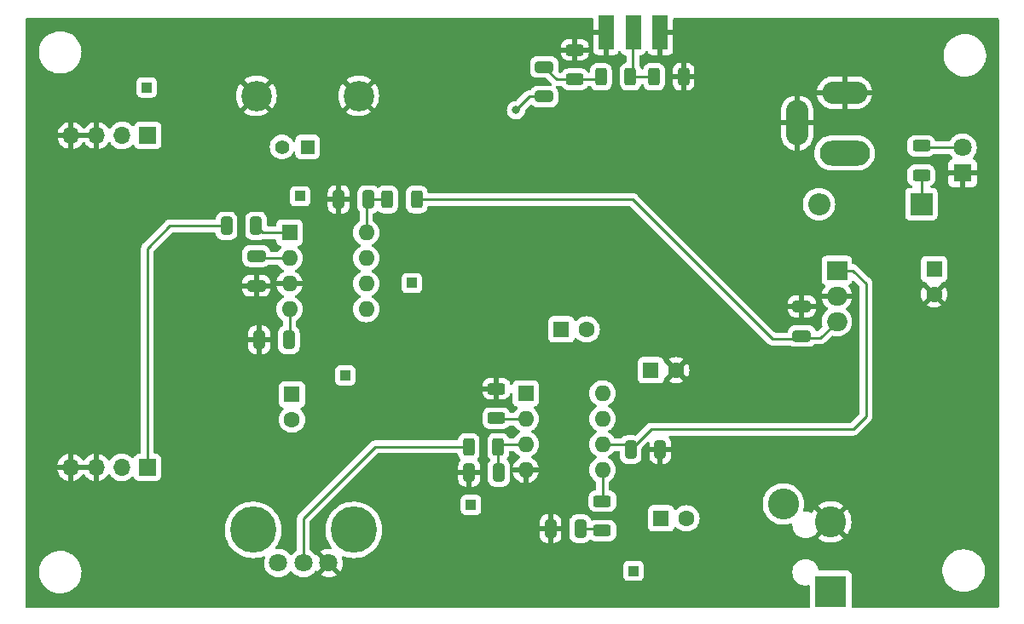
<source format=gbr>
%TF.GenerationSoftware,KiCad,Pcbnew,(6.0.7)*%
%TF.CreationDate,2022-11-04T12:42:16-04:00*%
%TF.ProjectId,DCR_MainBoard,4443525f-4d61-4696-9e42-6f6172642e6b,rev?*%
%TF.SameCoordinates,Original*%
%TF.FileFunction,Copper,L1,Top*%
%TF.FilePolarity,Positive*%
%FSLAX46Y46*%
G04 Gerber Fmt 4.6, Leading zero omitted, Abs format (unit mm)*
G04 Created by KiCad (PCBNEW (6.0.7)) date 2022-11-04 12:42:16*
%MOMM*%
%LPD*%
G01*
G04 APERTURE LIST*
G04 Aperture macros list*
%AMRoundRect*
0 Rectangle with rounded corners*
0 $1 Rounding radius*
0 $2 $3 $4 $5 $6 $7 $8 $9 X,Y pos of 4 corners*
0 Add a 4 corners polygon primitive as box body*
4,1,4,$2,$3,$4,$5,$6,$7,$8,$9,$2,$3,0*
0 Add four circle primitives for the rounded corners*
1,1,$1+$1,$2,$3*
1,1,$1+$1,$4,$5*
1,1,$1+$1,$6,$7*
1,1,$1+$1,$8,$9*
0 Add four rect primitives between the rounded corners*
20,1,$1+$1,$2,$3,$4,$5,0*
20,1,$1+$1,$4,$5,$6,$7,0*
20,1,$1+$1,$6,$7,$8,$9,0*
20,1,$1+$1,$8,$9,$2,$3,0*%
G04 Aperture macros list end*
%TA.AperFunction,ComponentPad*%
%ADD10R,1.600000X1.600000*%
%TD*%
%TA.AperFunction,ComponentPad*%
%ADD11C,1.600000*%
%TD*%
%TA.AperFunction,SMDPad,CuDef*%
%ADD12RoundRect,0.250000X-0.325000X-0.650000X0.325000X-0.650000X0.325000X0.650000X-0.325000X0.650000X0*%
%TD*%
%TA.AperFunction,ComponentPad*%
%ADD13O,5.000000X2.500000*%
%TD*%
%TA.AperFunction,ComponentPad*%
%ADD14O,4.500000X2.250000*%
%TD*%
%TA.AperFunction,ComponentPad*%
%ADD15O,2.250000X4.500000*%
%TD*%
%TA.AperFunction,SMDPad,CuDef*%
%ADD16RoundRect,0.250000X-0.625000X0.312500X-0.625000X-0.312500X0.625000X-0.312500X0.625000X0.312500X0*%
%TD*%
%TA.AperFunction,SMDPad,CuDef*%
%ADD17RoundRect,0.250000X-0.312500X-0.625000X0.312500X-0.625000X0.312500X0.625000X-0.312500X0.625000X0*%
%TD*%
%TA.AperFunction,SMDPad,CuDef*%
%ADD18RoundRect,0.250000X-0.650000X0.325000X-0.650000X-0.325000X0.650000X-0.325000X0.650000X0.325000X0*%
%TD*%
%TA.AperFunction,ComponentPad*%
%ADD19C,4.600000*%
%TD*%
%TA.AperFunction,ComponentPad*%
%ADD20C,1.800000*%
%TD*%
%TA.AperFunction,ComponentPad*%
%ADD21O,1.600000X1.600000*%
%TD*%
%TA.AperFunction,ComponentPad*%
%ADD22R,2.000000X1.905000*%
%TD*%
%TA.AperFunction,ComponentPad*%
%ADD23O,2.000000X1.905000*%
%TD*%
%TA.AperFunction,SMDPad,CuDef*%
%ADD24RoundRect,0.250000X0.625000X-0.312500X0.625000X0.312500X-0.625000X0.312500X-0.625000X-0.312500X0*%
%TD*%
%TA.AperFunction,ComponentPad*%
%ADD25R,1.000000X1.000000*%
%TD*%
%TA.AperFunction,SMDPad,CuDef*%
%ADD26RoundRect,0.250000X0.325000X0.650000X-0.325000X0.650000X-0.325000X-0.650000X0.325000X-0.650000X0*%
%TD*%
%TA.AperFunction,ComponentPad*%
%ADD27R,1.398000X1.398000*%
%TD*%
%TA.AperFunction,ComponentPad*%
%ADD28C,1.398000*%
%TD*%
%TA.AperFunction,ComponentPad*%
%ADD29C,3.015000*%
%TD*%
%TA.AperFunction,ComponentPad*%
%ADD30R,3.092000X3.092000*%
%TD*%
%TA.AperFunction,ComponentPad*%
%ADD31C,3.092000*%
%TD*%
%TA.AperFunction,SMDPad,CuDef*%
%ADD32RoundRect,0.250000X0.650000X-0.325000X0.650000X0.325000X-0.650000X0.325000X-0.650000X-0.325000X0*%
%TD*%
%TA.AperFunction,SMDPad,CuDef*%
%ADD33R,1.500000X3.500000*%
%TD*%
%TA.AperFunction,ComponentPad*%
%ADD34R,1.800000X1.800000*%
%TD*%
%TA.AperFunction,ComponentPad*%
%ADD35R,2.200000X2.200000*%
%TD*%
%TA.AperFunction,ComponentPad*%
%ADD36O,2.200000X2.200000*%
%TD*%
%TA.AperFunction,ComponentPad*%
%ADD37R,1.700000X1.700000*%
%TD*%
%TA.AperFunction,ComponentPad*%
%ADD38O,1.700000X1.700000*%
%TD*%
%TA.AperFunction,SMDPad,CuDef*%
%ADD39RoundRect,0.250000X0.312500X0.625000X-0.312500X0.625000X-0.312500X-0.625000X0.312500X-0.625000X0*%
%TD*%
%TA.AperFunction,ViaPad*%
%ADD40C,0.800000*%
%TD*%
%TA.AperFunction,Conductor*%
%ADD41C,0.250000*%
%TD*%
G04 APERTURE END LIST*
D10*
%TO.P,C7,1*%
%TO.N,12V*%
X112435000Y-48601849D03*
D11*
%TO.P,C7,2*%
%TO.N,GND*%
X112435000Y-51101849D03*
%TD*%
D10*
%TO.P,C11,1*%
%TO.N,Net-(C11-Pad1)*%
X84318000Y-58664000D03*
D11*
%TO.P,C11,2*%
%TO.N,GND*%
X86818000Y-58664000D03*
%TD*%
D12*
%TO.P,C8,1*%
%TO.N,Net-(C8-Pad1)*%
X42162200Y-44297600D03*
%TO.P,C8,2*%
%TO.N,Net-(C8-Pad2)*%
X45112200Y-44297600D03*
%TD*%
D13*
%TO.P,J4,1*%
%TO.N,Net-(D2-Pad2)*%
X103545000Y-37054500D03*
D14*
%TO.P,J4,2*%
%TO.N,GND*%
X103545000Y-31054500D03*
D15*
%TO.P,J4,3*%
X98845000Y-34054500D03*
%TD*%
D16*
%TO.P,R7,1*%
%TO.N,GND*%
X68960651Y-60503500D03*
%TO.P,R7,2*%
%TO.N,Net-(R7-Pad2)*%
X68960651Y-63428500D03*
%TD*%
D17*
%TO.P,R4,1*%
%TO.N,Net-(C6-Pad1)*%
X79358500Y-29464000D03*
%TO.P,R4,2*%
%TO.N,Net-(J3-Pad1)*%
X82283500Y-29464000D03*
%TD*%
D18*
%TO.P,C2,1*%
%TO.N,Net-(C2-Pad1)*%
X45120400Y-47303000D03*
%TO.P,C2,2*%
%TO.N,GND*%
X45120400Y-50253000D03*
%TD*%
D19*
%TO.P,RV1,*%
%TO.N,*%
X54809000Y-74538000D03*
X44809000Y-74538000D03*
D20*
%TO.P,RV1,1,1*%
%TO.N,Net-(C3-Pad2)*%
X47309000Y-77838000D03*
%TO.P,RV1,2,2*%
%TO.N,Net-(R1-Pad1)*%
X49809000Y-77838000D03*
%TO.P,RV1,3,3*%
%TO.N,GND*%
X52309000Y-77838000D03*
%TD*%
D10*
%TO.P,U4,1,GAIN*%
%TO.N,Net-(C12-Pad1)*%
X71882000Y-60960000D03*
D21*
%TO.P,U4,2,-*%
%TO.N,Net-(R7-Pad2)*%
X71882000Y-63500000D03*
%TO.P,U4,3,+*%
%TO.N,Net-(C4-Pad1)*%
X71882000Y-66040000D03*
%TO.P,U4,4,GND*%
%TO.N,GND*%
X71882000Y-68580000D03*
%TO.P,U4,5*%
%TO.N,Net-(C15-Pad1)*%
X79502000Y-68580000D03*
%TO.P,U4,6,V+*%
%TO.N,12V*%
X79502000Y-66040000D03*
%TO.P,U4,7,BYPASS*%
%TO.N,Net-(C11-Pad1)*%
X79502000Y-63500000D03*
%TO.P,U4,8,GAIN*%
%TO.N,Net-(C12-Pad2)*%
X79502000Y-60960000D03*
%TD*%
D22*
%TO.P,U3,1,VI*%
%TO.N,12V*%
X102783000Y-48738500D03*
D23*
%TO.P,U3,2,GND*%
%TO.N,GND*%
X102783000Y-51278500D03*
%TO.P,U3,3,VO*%
%TO.N,RX6V*%
X102783000Y-53818500D03*
%TD*%
D24*
%TO.P,R8,1*%
%TO.N,Net-(C14-Pad1)*%
X79492000Y-74604500D03*
%TO.P,R8,2*%
%TO.N,Net-(C15-Pad1)*%
X79492000Y-71679500D03*
%TD*%
D10*
%TO.P,C15,1*%
%TO.N,Net-(C15-Pad1)*%
X85334000Y-73396000D03*
D11*
%TO.P,C15,2*%
%TO.N,Net-(C15-Pad2)*%
X87834000Y-73396000D03*
%TD*%
D25*
%TO.P,TP6,1,1*%
%TO.N,Net-(C15-Pad1)*%
X82600800Y-78613000D03*
%TD*%
D18*
%TO.P,C6,1*%
%TO.N,Net-(C6-Pad1)*%
X73709000Y-28497000D03*
%TO.P,C6,2*%
%TO.N,Net-(C6-Pad2)*%
X73709000Y-31447000D03*
%TD*%
D26*
%TO.P,C4,1*%
%TO.N,Net-(C4-Pad1)*%
X69214651Y-68824000D03*
%TO.P,C4,2*%
%TO.N,GND*%
X66264651Y-68824000D03*
%TD*%
%TO.P,C5,1*%
%TO.N,Net-(C5-Pad1)*%
X56259900Y-41666000D03*
%TO.P,C5,2*%
%TO.N,GND*%
X53309900Y-41666000D03*
%TD*%
D27*
%TO.P,J1,1,1*%
%TO.N,Net-(J1-Pad1)*%
X50215800Y-36450500D03*
D28*
%TO.P,J1,2,2*%
X47675800Y-36450500D03*
D29*
%TO.P,J1,P1,SHIELD*%
%TO.N,GND*%
X45135800Y-31370500D03*
%TO.P,J1,P2,SHIELD*%
X55295800Y-31370500D03*
%TD*%
D30*
%TO.P,J5,1,1*%
%TO.N,Net-(C15-Pad2)*%
X102172000Y-80647000D03*
D31*
%TO.P,J5,2,2*%
%TO.N,GND*%
X102172000Y-73747000D03*
%TO.P,J5,3,3*%
%TO.N,unconnected-(J5-Pad3)*%
X97472000Y-71947000D03*
%TD*%
D25*
%TO.P,TP3,1,1*%
%TO.N,Net-(C1-Pad1)*%
X53975000Y-59156600D03*
%TD*%
D24*
%TO.P,R3,1*%
%TO.N,Net-(C6-Pad1)*%
X76757000Y-29718000D03*
%TO.P,R3,2*%
%TO.N,GND*%
X76757000Y-26793000D03*
%TD*%
D32*
%TO.P,C10,1*%
%TO.N,RX6V*%
X99298000Y-55244500D03*
%TO.P,C10,2*%
%TO.N,GND*%
X99298000Y-52294500D03*
%TD*%
D17*
%TO.P,R1,1*%
%TO.N,Net-(R1-Pad1)*%
X66228151Y-66284000D03*
%TO.P,R1,2*%
%TO.N,Net-(C4-Pad1)*%
X69153151Y-66284000D03*
%TD*%
D10*
%TO.P,C3,1*%
%TO.N,Net-(C1-Pad1)*%
X48666400Y-61077349D03*
D11*
%TO.P,C3,2*%
%TO.N,Net-(C3-Pad2)*%
X48666400Y-63577349D03*
%TD*%
D10*
%TO.P,U2,1,IN_A*%
%TO.N,Net-(C8-Pad2)*%
X48422400Y-44968000D03*
D21*
%TO.P,U2,2,IN_B*%
%TO.N,Net-(C2-Pad1)*%
X48422400Y-47508000D03*
%TO.P,U2,3,GND*%
%TO.N,GND*%
X48422400Y-50048000D03*
%TO.P,U2,4,OUT_A*%
%TO.N,Net-(C1-Pad1)*%
X48422400Y-52588000D03*
%TO.P,U2,5,OUT_B*%
%TO.N,unconnected-(U2-Pad5)*%
X56042400Y-52588000D03*
%TO.P,U2,6,OSC_B*%
%TO.N,Net-(C6-Pad2)*%
X56042400Y-50048000D03*
%TO.P,U2,7,OSC_E*%
%TO.N,unconnected-(U2-Pad7)*%
X56042400Y-47508000D03*
%TO.P,U2,8,Vcc*%
%TO.N,Net-(C5-Pad1)*%
X56042400Y-44968000D03*
%TD*%
D33*
%TO.P,J3,1*%
%TO.N,Net-(J3-Pad1)*%
X82550000Y-25046500D03*
%TO.P,J3,G1*%
%TO.N,GND*%
X85250000Y-25046500D03*
%TO.P,J3,G2*%
X79850000Y-25046500D03*
%TD*%
D26*
%TO.P,C14,1*%
%TO.N,Net-(C14-Pad1)*%
X77293651Y-74412000D03*
%TO.P,C14,2*%
%TO.N,GND*%
X74343651Y-74412000D03*
%TD*%
D34*
%TO.P,D1,1,K*%
%TO.N,GND*%
X115265200Y-39065200D03*
D20*
%TO.P,D1,2,A*%
%TO.N,Net-(D1-Pad2)*%
X115265200Y-36525200D03*
%TD*%
D35*
%TO.P,D2,1,K*%
%TO.N,12V*%
X111165000Y-42134500D03*
D36*
%TO.P,D2,2,A*%
%TO.N,Net-(D2-Pad2)*%
X101005000Y-42134500D03*
%TD*%
D12*
%TO.P,C13,1*%
%TO.N,12V*%
X82296000Y-66548000D03*
%TO.P,C13,2*%
%TO.N,GND*%
X85246000Y-66548000D03*
%TD*%
D26*
%TO.P,C1,1*%
%TO.N,Net-(C1-Pad1)*%
X48363400Y-55626000D03*
%TO.P,C1,2*%
%TO.N,GND*%
X45413400Y-55626000D03*
%TD*%
D25*
%TO.P,TP4,1,1*%
%TO.N,Net-(C4-Pad1)*%
X66446400Y-72034400D03*
%TD*%
D10*
%TO.P,C12,1*%
%TO.N,Net-(C12-Pad1)*%
X75428000Y-54600000D03*
D11*
%TO.P,C12,2*%
%TO.N,Net-(C12-Pad2)*%
X77928000Y-54600000D03*
%TD*%
D25*
%TO.P,TP2,1,1*%
%TO.N,Net-(C8-Pad2)*%
X49479200Y-41351200D03*
%TD*%
D17*
%TO.P,R5,1*%
%TO.N,Net-(J3-Pad1)*%
X84631000Y-29464000D03*
%TO.P,R5,2*%
%TO.N,GND*%
X87556000Y-29464000D03*
%TD*%
D25*
%TO.P,TP1,1,1*%
%TO.N,Net-(J1-Pad1)*%
X34239200Y-30530800D03*
%TD*%
D24*
%TO.P,R6,1*%
%TO.N,12V*%
X111165000Y-39279000D03*
%TO.P,R6,2*%
%TO.N,Net-(D1-Pad2)*%
X111165000Y-36354000D03*
%TD*%
D37*
%TO.P,U1,1,IN*%
%TO.N,Net-(J1-Pad1)*%
X34361400Y-35306000D03*
D38*
%TO.P,U1,2,IN*%
X31821400Y-35306000D03*
%TO.P,U1,3,GND*%
%TO.N,GND*%
X29281400Y-35306000D03*
%TO.P,U1,4,GND*%
X26741400Y-35306000D03*
%TO.P,U1,5,GND*%
X26695400Y-68326000D03*
%TO.P,U1,6,GND*%
X29235400Y-68326000D03*
%TO.P,U1,7,OUT*%
%TO.N,Net-(C8-Pad1)*%
X31775400Y-68326000D03*
D37*
%TO.P,U1,8,OUT*%
X34315400Y-68326000D03*
%TD*%
D39*
%TO.P,R2,1*%
%TO.N,RX6V*%
X61060900Y-41666000D03*
%TO.P,R2,2*%
%TO.N,Net-(C5-Pad1)*%
X58135900Y-41666000D03*
%TD*%
D25*
%TO.P,TP5,1,1*%
%TO.N,Net-(C6-Pad2)*%
X60553600Y-49987200D03*
%TD*%
D40*
%TO.N,Net-(C6-Pad2)*%
X70916800Y-32791400D03*
%TD*%
D41*
%TO.N,Net-(D1-Pad2)*%
X111165000Y-36354000D02*
X111336200Y-36525200D01*
X111336200Y-36525200D02*
X115265200Y-36525200D01*
%TO.N,Net-(C1-Pad1)*%
X48422400Y-55567000D02*
X48363400Y-55626000D01*
X48422400Y-52588000D02*
X48422400Y-55567000D01*
%TO.N,Net-(C2-Pad1)*%
X45325400Y-47508000D02*
X48422400Y-47508000D01*
X45120400Y-47303000D02*
X45325400Y-47508000D01*
%TO.N,Net-(C4-Pad1)*%
X69153151Y-66284000D02*
X69397151Y-66040000D01*
X69397151Y-66040000D02*
X71882000Y-66040000D01*
X69153151Y-66284000D02*
X69153151Y-68762500D01*
X69153151Y-68762500D02*
X69214651Y-68824000D01*
%TO.N,Net-(C5-Pad1)*%
X56259900Y-41666000D02*
X58135900Y-41666000D01*
X56259900Y-41666000D02*
X56042400Y-41883500D01*
X56042400Y-41883500D02*
X56042400Y-44968000D01*
%TO.N,Net-(C6-Pad1)*%
X79104500Y-29718000D02*
X79358500Y-29464000D01*
X76757000Y-29718000D02*
X79104500Y-29718000D01*
X74930000Y-29718000D02*
X76757000Y-29718000D01*
X73709000Y-28497000D02*
X74930000Y-29718000D01*
%TO.N,12V*%
X105664000Y-50038000D02*
X104364500Y-48738500D01*
X82335000Y-66538000D02*
X84357000Y-64516000D01*
X104394000Y-64516000D02*
X105664000Y-63246000D01*
X81837000Y-66040000D02*
X82335000Y-66538000D01*
X105664000Y-63246000D02*
X105664000Y-50038000D01*
X111165000Y-39279000D02*
X111165000Y-42134500D01*
X84357000Y-64516000D02*
X104394000Y-64516000D01*
X79502000Y-66040000D02*
X81837000Y-66040000D01*
X104364500Y-48738500D02*
X102783000Y-48738500D01*
%TO.N,RX6V*%
X98992700Y-55549800D02*
X99298000Y-55244500D01*
X102783000Y-53818500D02*
X101153300Y-55448200D01*
X99501700Y-55448200D02*
X99298000Y-55244500D01*
X82483800Y-41666000D02*
X96367600Y-55549800D01*
X96367600Y-55549800D02*
X98992700Y-55549800D01*
X101153300Y-55448200D02*
X99501700Y-55448200D01*
X61060900Y-41666000D02*
X82483800Y-41666000D01*
%TO.N,Net-(C6-Pad2)*%
X72261200Y-31447000D02*
X73709000Y-31447000D01*
X70916800Y-32791400D02*
X72261200Y-31447000D01*
%TO.N,Net-(J3-Pad1)*%
X82505000Y-29242500D02*
X82283500Y-29464000D01*
X82283500Y-29464000D02*
X84631000Y-29464000D01*
X82505000Y-25654000D02*
X82505000Y-29242500D01*
%TO.N,Net-(R1-Pad1)*%
X56906000Y-66284000D02*
X49809000Y-73381000D01*
X66228151Y-66284000D02*
X56906000Y-66284000D01*
X49809000Y-73381000D02*
X49809000Y-77838000D01*
%TO.N,Net-(C8-Pad1)*%
X34315400Y-46532800D02*
X34315400Y-68326000D01*
X42162200Y-44297600D02*
X36550600Y-44297600D01*
X36550600Y-44297600D02*
X34315400Y-46532800D01*
%TO.N,Net-(C14-Pad1)*%
X79299500Y-74412000D02*
X79492000Y-74604500D01*
X77293651Y-74412000D02*
X79299500Y-74412000D01*
%TO.N,Net-(C15-Pad1)*%
X79502000Y-68580000D02*
X79502000Y-71669500D01*
X79502000Y-71669500D02*
X79492000Y-71679500D01*
%TO.N,Net-(R7-Pad2)*%
X68960651Y-63428500D02*
X69032151Y-63500000D01*
X69032151Y-63500000D02*
X71882000Y-63500000D01*
%TO.N,Net-(C8-Pad2)*%
X45782600Y-44968000D02*
X48422400Y-44968000D01*
X45112200Y-44297600D02*
X45782600Y-44968000D01*
%TD*%
%TA.AperFunction,Conductor*%
%TO.N,GND*%
G36*
X78534121Y-23642502D02*
G01*
X78580614Y-23696158D01*
X78592000Y-23748500D01*
X78592000Y-24774385D01*
X78596475Y-24789624D01*
X78597865Y-24790829D01*
X78605548Y-24792500D01*
X79978000Y-24792500D01*
X80046121Y-24812502D01*
X80092614Y-24866158D01*
X80104000Y-24918500D01*
X80104000Y-27286384D01*
X80108475Y-27301623D01*
X80109865Y-27302828D01*
X80117548Y-27304499D01*
X80644669Y-27304499D01*
X80651490Y-27304129D01*
X80702352Y-27298605D01*
X80717604Y-27294979D01*
X80838054Y-27249824D01*
X80853649Y-27241286D01*
X80955724Y-27164785D01*
X80968285Y-27152224D01*
X81044786Y-27050149D01*
X81053324Y-27034554D01*
X81081751Y-26958726D01*
X81124393Y-26901962D01*
X81190954Y-26877262D01*
X81260303Y-26892470D01*
X81310421Y-26942756D01*
X81317715Y-26958726D01*
X81349385Y-27043205D01*
X81436739Y-27159761D01*
X81553295Y-27247115D01*
X81689684Y-27298245D01*
X81751866Y-27305000D01*
X81752766Y-27305000D01*
X81819250Y-27328494D01*
X81862775Y-27384584D01*
X81871500Y-27430655D01*
X81871500Y-27981778D01*
X81851498Y-28049899D01*
X81797842Y-28096392D01*
X81785376Y-28101302D01*
X81647054Y-28147450D01*
X81496652Y-28240522D01*
X81491479Y-28245704D01*
X81458654Y-28278586D01*
X81371695Y-28365697D01*
X81367855Y-28371927D01*
X81367854Y-28371928D01*
X81288502Y-28500661D01*
X81278885Y-28516262D01*
X81272152Y-28536561D01*
X81225746Y-28676473D01*
X81223203Y-28684139D01*
X81222503Y-28690975D01*
X81222502Y-28690978D01*
X81219140Y-28723793D01*
X81212500Y-28788600D01*
X81212500Y-30139400D01*
X81212837Y-30142646D01*
X81212837Y-30142650D01*
X81222752Y-30238206D01*
X81223474Y-30245166D01*
X81225655Y-30251702D01*
X81225655Y-30251704D01*
X81229279Y-30262567D01*
X81279450Y-30412946D01*
X81372522Y-30563348D01*
X81497697Y-30688305D01*
X81503927Y-30692145D01*
X81503928Y-30692146D01*
X81641288Y-30776816D01*
X81648262Y-30781115D01*
X81728005Y-30807564D01*
X81809611Y-30834632D01*
X81809613Y-30834632D01*
X81816139Y-30836797D01*
X81822975Y-30837497D01*
X81822978Y-30837498D01*
X81866031Y-30841909D01*
X81920600Y-30847500D01*
X82646400Y-30847500D01*
X82649646Y-30847163D01*
X82649650Y-30847163D01*
X82745308Y-30837238D01*
X82745312Y-30837237D01*
X82752166Y-30836526D01*
X82758702Y-30834345D01*
X82758704Y-30834345D01*
X82890806Y-30790272D01*
X82919946Y-30780550D01*
X83070348Y-30687478D01*
X83103888Y-30653880D01*
X83190134Y-30567483D01*
X83195305Y-30562303D01*
X83288115Y-30411738D01*
X83329312Y-30287533D01*
X83337593Y-30262567D01*
X83378024Y-30204207D01*
X83443588Y-30176970D01*
X83513470Y-30189503D01*
X83565481Y-30237828D01*
X83576709Y-30262356D01*
X83626950Y-30412946D01*
X83720022Y-30563348D01*
X83845197Y-30688305D01*
X83851427Y-30692145D01*
X83851428Y-30692146D01*
X83988788Y-30776816D01*
X83995762Y-30781115D01*
X84075505Y-30807564D01*
X84157111Y-30834632D01*
X84157113Y-30834632D01*
X84163639Y-30836797D01*
X84170475Y-30837497D01*
X84170478Y-30837498D01*
X84213531Y-30841909D01*
X84268100Y-30847500D01*
X84993900Y-30847500D01*
X84997146Y-30847163D01*
X84997150Y-30847163D01*
X85092808Y-30837238D01*
X85092812Y-30837237D01*
X85099666Y-30836526D01*
X85106202Y-30834345D01*
X85106204Y-30834345D01*
X85238306Y-30790272D01*
X85267446Y-30780550D01*
X85417848Y-30687478D01*
X85451388Y-30653880D01*
X85537634Y-30567483D01*
X85542805Y-30562303D01*
X85635615Y-30411738D01*
X85691297Y-30243861D01*
X85692248Y-30234586D01*
X85696866Y-30189503D01*
X85702000Y-30139400D01*
X85702000Y-30136095D01*
X86485501Y-30136095D01*
X86485838Y-30142614D01*
X86495757Y-30238206D01*
X86498649Y-30251600D01*
X86550088Y-30405784D01*
X86556261Y-30418962D01*
X86641563Y-30556807D01*
X86650599Y-30568208D01*
X86765329Y-30682739D01*
X86776740Y-30691751D01*
X86914743Y-30776816D01*
X86927924Y-30782963D01*
X87082210Y-30834138D01*
X87095586Y-30837005D01*
X87189938Y-30846672D01*
X87196354Y-30847000D01*
X87283885Y-30847000D01*
X87299124Y-30842525D01*
X87300329Y-30841135D01*
X87302000Y-30833452D01*
X87302000Y-30828884D01*
X87810000Y-30828884D01*
X87814475Y-30844123D01*
X87815865Y-30845328D01*
X87823548Y-30846999D01*
X87915595Y-30846999D01*
X87922114Y-30846662D01*
X88017706Y-30836743D01*
X88031100Y-30833851D01*
X88168211Y-30788108D01*
X100804553Y-30788108D01*
X100806531Y-30797529D01*
X100817998Y-30800500D01*
X103272885Y-30800500D01*
X103288124Y-30796025D01*
X103289329Y-30794635D01*
X103291000Y-30786952D01*
X103291000Y-30782385D01*
X103799000Y-30782385D01*
X103803475Y-30797624D01*
X103804865Y-30798829D01*
X103812548Y-30800500D01*
X106269945Y-30800500D01*
X106284738Y-30796156D01*
X106285858Y-30789819D01*
X106229033Y-30553127D01*
X106225984Y-30543742D01*
X106131408Y-30315415D01*
X106126927Y-30306621D01*
X105997792Y-30095892D01*
X105991999Y-30087919D01*
X105831484Y-29899980D01*
X105824520Y-29893016D01*
X105636581Y-29732501D01*
X105628608Y-29726708D01*
X105417879Y-29597573D01*
X105409085Y-29593092D01*
X105180758Y-29498516D01*
X105171373Y-29495467D01*
X104931060Y-29437772D01*
X104921313Y-29436229D01*
X104736624Y-29421693D01*
X104731697Y-29421500D01*
X103817115Y-29421500D01*
X103801876Y-29425975D01*
X103800671Y-29427365D01*
X103799000Y-29435048D01*
X103799000Y-30782385D01*
X103291000Y-30782385D01*
X103291000Y-29439615D01*
X103286525Y-29424376D01*
X103285135Y-29423171D01*
X103277452Y-29421500D01*
X102358303Y-29421500D01*
X102353376Y-29421693D01*
X102168687Y-29436229D01*
X102158940Y-29437772D01*
X101918627Y-29495467D01*
X101909242Y-29498516D01*
X101680915Y-29593092D01*
X101672121Y-29597573D01*
X101461392Y-29726708D01*
X101453419Y-29732501D01*
X101265480Y-29893016D01*
X101258516Y-29899980D01*
X101098001Y-30087919D01*
X101092208Y-30095892D01*
X100963073Y-30306621D01*
X100958592Y-30315415D01*
X100864016Y-30543742D01*
X100860967Y-30553127D01*
X100804553Y-30788108D01*
X88168211Y-30788108D01*
X88185284Y-30782412D01*
X88198462Y-30776239D01*
X88336307Y-30690937D01*
X88347708Y-30681901D01*
X88462239Y-30567171D01*
X88471251Y-30555760D01*
X88556316Y-30417757D01*
X88562463Y-30404576D01*
X88613638Y-30250290D01*
X88616505Y-30236914D01*
X88626172Y-30142562D01*
X88626500Y-30136146D01*
X88626500Y-29736115D01*
X88622025Y-29720876D01*
X88620635Y-29719671D01*
X88612952Y-29718000D01*
X87828115Y-29718000D01*
X87812876Y-29722475D01*
X87811671Y-29723865D01*
X87810000Y-29731548D01*
X87810000Y-30828884D01*
X87302000Y-30828884D01*
X87302000Y-29736115D01*
X87297525Y-29720876D01*
X87296135Y-29719671D01*
X87288452Y-29718000D01*
X86503616Y-29718000D01*
X86488377Y-29722475D01*
X86487172Y-29723865D01*
X86485501Y-29731548D01*
X86485501Y-30136095D01*
X85702000Y-30136095D01*
X85702000Y-29191885D01*
X86485500Y-29191885D01*
X86489975Y-29207124D01*
X86491365Y-29208329D01*
X86499048Y-29210000D01*
X87283885Y-29210000D01*
X87299124Y-29205525D01*
X87300329Y-29204135D01*
X87302000Y-29196452D01*
X87302000Y-29191885D01*
X87810000Y-29191885D01*
X87814475Y-29207124D01*
X87815865Y-29208329D01*
X87823548Y-29210000D01*
X88608384Y-29210000D01*
X88623623Y-29205525D01*
X88624828Y-29204135D01*
X88626499Y-29196452D01*
X88626499Y-28791905D01*
X88626162Y-28785386D01*
X88616243Y-28689794D01*
X88613351Y-28676400D01*
X88561912Y-28522216D01*
X88555739Y-28509038D01*
X88470437Y-28371193D01*
X88461401Y-28359792D01*
X88346671Y-28245261D01*
X88335260Y-28236249D01*
X88197257Y-28151184D01*
X88184076Y-28145037D01*
X88029790Y-28093862D01*
X88016414Y-28090995D01*
X87922062Y-28081328D01*
X87915645Y-28081000D01*
X87828115Y-28081000D01*
X87812876Y-28085475D01*
X87811671Y-28086865D01*
X87810000Y-28094548D01*
X87810000Y-29191885D01*
X87302000Y-29191885D01*
X87302000Y-28099116D01*
X87297525Y-28083877D01*
X87296135Y-28082672D01*
X87288452Y-28081001D01*
X87196405Y-28081001D01*
X87189886Y-28081338D01*
X87094294Y-28091257D01*
X87080900Y-28094149D01*
X86926716Y-28145588D01*
X86913538Y-28151761D01*
X86775693Y-28237063D01*
X86764292Y-28246099D01*
X86649761Y-28360829D01*
X86640749Y-28372240D01*
X86555684Y-28510243D01*
X86549537Y-28523424D01*
X86498362Y-28677710D01*
X86495495Y-28691086D01*
X86485828Y-28785438D01*
X86485500Y-28791855D01*
X86485500Y-29191885D01*
X85702000Y-29191885D01*
X85702000Y-28788600D01*
X85698102Y-28751030D01*
X85691738Y-28689692D01*
X85691737Y-28689688D01*
X85691026Y-28682834D01*
X85685291Y-28665642D01*
X85637368Y-28522002D01*
X85635050Y-28515054D01*
X85541978Y-28364652D01*
X85416803Y-28239695D01*
X85410572Y-28235854D01*
X85272468Y-28150725D01*
X85272466Y-28150724D01*
X85266238Y-28146885D01*
X85128809Y-28101302D01*
X85104889Y-28093368D01*
X85104887Y-28093368D01*
X85098361Y-28091203D01*
X85091525Y-28090503D01*
X85091522Y-28090502D01*
X85043617Y-28085594D01*
X84993900Y-28080500D01*
X84268100Y-28080500D01*
X84264854Y-28080837D01*
X84264850Y-28080837D01*
X84169192Y-28090762D01*
X84169188Y-28090763D01*
X84162334Y-28091474D01*
X84155798Y-28093655D01*
X84155796Y-28093655D01*
X84062393Y-28124817D01*
X83994554Y-28147450D01*
X83844152Y-28240522D01*
X83838979Y-28245704D01*
X83806154Y-28278586D01*
X83719195Y-28365697D01*
X83715355Y-28371927D01*
X83715354Y-28371928D01*
X83636002Y-28500661D01*
X83626385Y-28516262D01*
X83612546Y-28557986D01*
X83576907Y-28665433D01*
X83536476Y-28723793D01*
X83470912Y-28751030D01*
X83401030Y-28738497D01*
X83349019Y-28690172D01*
X83337790Y-28665642D01*
X83337721Y-28665433D01*
X83287550Y-28515054D01*
X83194478Y-28364652D01*
X83175482Y-28345689D01*
X83141403Y-28283406D01*
X83138500Y-28256516D01*
X83138500Y-27463103D01*
X113384543Y-27463103D01*
X113385102Y-27467347D01*
X113385102Y-27467351D01*
X113398914Y-27572260D01*
X113422068Y-27748134D01*
X113423201Y-27752274D01*
X113423201Y-27752276D01*
X113434428Y-27793316D01*
X113497929Y-28025436D01*
X113499613Y-28029384D01*
X113602934Y-28271614D01*
X113610723Y-28289876D01*
X113652380Y-28359479D01*
X113750499Y-28523424D01*
X113758361Y-28536561D01*
X113938113Y-28760928D01*
X113970715Y-28791866D01*
X114112041Y-28925979D01*
X114146651Y-28958823D01*
X114380117Y-29126586D01*
X114383912Y-29128595D01*
X114383913Y-29128596D01*
X114403559Y-29138998D01*
X114634192Y-29261112D01*
X114658499Y-29270007D01*
X114892647Y-29355693D01*
X114904173Y-29359911D01*
X115185064Y-29421155D01*
X115210680Y-29423171D01*
X115408082Y-29438707D01*
X115408091Y-29438707D01*
X115410539Y-29438900D01*
X115566071Y-29438900D01*
X115568207Y-29438754D01*
X115568218Y-29438754D01*
X115776348Y-29424565D01*
X115776354Y-29424564D01*
X115780625Y-29424273D01*
X115784820Y-29423404D01*
X115784822Y-29423404D01*
X115948123Y-29389586D01*
X116062142Y-29365974D01*
X116333143Y-29270007D01*
X116561437Y-29152176D01*
X116584805Y-29140115D01*
X116584806Y-29140115D01*
X116588612Y-29138150D01*
X116592113Y-29135689D01*
X116592117Y-29135687D01*
X116717459Y-29047595D01*
X116823823Y-28972841D01*
X117022090Y-28788600D01*
X117031279Y-28780061D01*
X117031281Y-28780058D01*
X117034422Y-28777140D01*
X117216513Y-28554668D01*
X117366727Y-28309542D01*
X117398717Y-28236668D01*
X117480557Y-28050230D01*
X117482283Y-28046298D01*
X117485844Y-28033799D01*
X117521664Y-27908052D01*
X117561044Y-27769806D01*
X117601551Y-27485184D01*
X117601616Y-27472876D01*
X117603035Y-27201983D01*
X117603035Y-27201976D01*
X117603057Y-27197697D01*
X117600651Y-27179417D01*
X117585001Y-27060548D01*
X117565532Y-26912666D01*
X117489671Y-26635364D01*
X117403528Y-26433405D01*
X117378563Y-26374876D01*
X117378561Y-26374872D01*
X117376877Y-26370924D01*
X117302327Y-26246360D01*
X117231443Y-26127921D01*
X117231440Y-26127917D01*
X117229239Y-26124239D01*
X117049487Y-25899872D01*
X116881666Y-25740616D01*
X116844058Y-25704927D01*
X116844055Y-25704925D01*
X116840949Y-25701977D01*
X116607483Y-25534214D01*
X116585643Y-25522650D01*
X116562454Y-25510372D01*
X116353408Y-25399688D01*
X116083427Y-25300889D01*
X115802536Y-25239645D01*
X115771485Y-25237201D01*
X115579518Y-25222093D01*
X115579509Y-25222093D01*
X115577061Y-25221900D01*
X115421529Y-25221900D01*
X115419393Y-25222046D01*
X115419382Y-25222046D01*
X115211252Y-25236235D01*
X115211246Y-25236236D01*
X115206975Y-25236527D01*
X115202780Y-25237396D01*
X115202778Y-25237396D01*
X115162617Y-25245713D01*
X114925458Y-25294826D01*
X114654457Y-25390793D01*
X114398988Y-25522650D01*
X114395487Y-25525111D01*
X114395483Y-25525113D01*
X114385394Y-25532204D01*
X114163777Y-25687959D01*
X114126254Y-25722828D01*
X114010508Y-25830386D01*
X113953178Y-25883660D01*
X113771087Y-26106132D01*
X113620873Y-26351258D01*
X113619147Y-26355191D01*
X113619146Y-26355192D01*
X113539194Y-26537329D01*
X113505317Y-26614502D01*
X113504142Y-26618629D01*
X113504141Y-26618630D01*
X113498195Y-26639503D01*
X113426556Y-26890994D01*
X113404116Y-27048671D01*
X113388398Y-27159114D01*
X113386049Y-27175616D01*
X113386027Y-27179905D01*
X113386026Y-27179912D01*
X113384565Y-27458817D01*
X113384543Y-27463103D01*
X83138500Y-27463103D01*
X83138500Y-27431000D01*
X83158502Y-27362879D01*
X83212158Y-27316386D01*
X83264500Y-27305000D01*
X83348134Y-27305000D01*
X83410316Y-27298245D01*
X83546705Y-27247115D01*
X83663261Y-27159761D01*
X83750615Y-27043205D01*
X83782285Y-26958726D01*
X83824927Y-26901962D01*
X83891488Y-26877262D01*
X83960837Y-26892470D01*
X84010955Y-26942756D01*
X84018249Y-26958726D01*
X84046676Y-27034554D01*
X84055214Y-27050149D01*
X84131715Y-27152224D01*
X84144276Y-27164785D01*
X84246351Y-27241286D01*
X84261946Y-27249824D01*
X84382394Y-27294978D01*
X84397649Y-27298605D01*
X84448514Y-27304131D01*
X84455328Y-27304500D01*
X84977885Y-27304500D01*
X84993124Y-27300025D01*
X84994329Y-27298635D01*
X84996000Y-27290952D01*
X84996000Y-27286384D01*
X85504000Y-27286384D01*
X85508475Y-27301623D01*
X85509865Y-27302828D01*
X85517548Y-27304499D01*
X86044669Y-27304499D01*
X86051490Y-27304129D01*
X86102352Y-27298605D01*
X86117604Y-27294979D01*
X86238054Y-27249824D01*
X86253649Y-27241286D01*
X86355724Y-27164785D01*
X86368285Y-27152224D01*
X86444786Y-27050149D01*
X86453324Y-27034554D01*
X86498478Y-26914106D01*
X86502105Y-26898851D01*
X86507631Y-26847986D01*
X86508000Y-26841172D01*
X86508000Y-25318615D01*
X86503525Y-25303376D01*
X86502135Y-25302171D01*
X86494452Y-25300500D01*
X85522115Y-25300500D01*
X85506876Y-25304975D01*
X85505671Y-25306365D01*
X85504000Y-25314048D01*
X85504000Y-27286384D01*
X84996000Y-27286384D01*
X84996000Y-24918500D01*
X85016002Y-24850379D01*
X85069658Y-24803886D01*
X85122000Y-24792500D01*
X86489884Y-24792500D01*
X86505123Y-24788025D01*
X86506328Y-24786635D01*
X86507999Y-24778952D01*
X86507999Y-23748500D01*
X86528001Y-23680379D01*
X86581657Y-23633886D01*
X86633999Y-23622500D01*
X118745500Y-23622500D01*
X118813621Y-23642502D01*
X118860114Y-23696158D01*
X118871500Y-23748500D01*
X118871500Y-82169500D01*
X118851498Y-82237621D01*
X118797842Y-82284114D01*
X118745500Y-82295500D01*
X104352500Y-82295500D01*
X104284379Y-82275498D01*
X104237886Y-82221842D01*
X104226500Y-82169500D01*
X104226500Y-79052866D01*
X104219745Y-78990684D01*
X104168615Y-78854295D01*
X104081261Y-78737739D01*
X104057996Y-78720303D01*
X113257543Y-78720303D01*
X113258102Y-78724547D01*
X113258102Y-78724551D01*
X113261980Y-78754005D01*
X113295068Y-79005334D01*
X113370929Y-79282636D01*
X113372613Y-79286584D01*
X113453518Y-79476261D01*
X113483723Y-79547076D01*
X113495493Y-79566742D01*
X113607085Y-79753198D01*
X113631361Y-79793761D01*
X113811113Y-80018128D01*
X113850244Y-80055262D01*
X113985296Y-80183421D01*
X114019651Y-80216023D01*
X114253117Y-80383786D01*
X114256912Y-80385795D01*
X114256913Y-80385796D01*
X114278669Y-80397315D01*
X114507192Y-80518312D01*
X114777173Y-80617111D01*
X115058064Y-80678355D01*
X115086641Y-80680604D01*
X115281082Y-80695907D01*
X115281091Y-80695907D01*
X115283539Y-80696100D01*
X115439071Y-80696100D01*
X115441207Y-80695954D01*
X115441218Y-80695954D01*
X115649348Y-80681765D01*
X115649354Y-80681764D01*
X115653625Y-80681473D01*
X115657820Y-80680604D01*
X115657822Y-80680604D01*
X115794384Y-80652323D01*
X115935142Y-80623174D01*
X116206143Y-80527207D01*
X116461612Y-80395350D01*
X116465113Y-80392889D01*
X116465117Y-80392887D01*
X116579217Y-80312696D01*
X116696823Y-80230041D01*
X116884651Y-80055500D01*
X116904279Y-80037261D01*
X116904281Y-80037258D01*
X116907422Y-80034340D01*
X117089513Y-79811868D01*
X117239727Y-79566742D01*
X117355283Y-79303498D01*
X117378124Y-79223316D01*
X117426401Y-79053838D01*
X117434044Y-79027006D01*
X117473115Y-78752475D01*
X117473946Y-78746636D01*
X117473946Y-78746634D01*
X117474551Y-78742384D01*
X117474576Y-78737739D01*
X117476035Y-78459183D01*
X117476035Y-78459176D01*
X117476057Y-78454897D01*
X117438532Y-78169866D01*
X117362671Y-77892564D01*
X117339397Y-77838000D01*
X117251563Y-77632076D01*
X117251561Y-77632072D01*
X117249877Y-77628124D01*
X117136532Y-77438738D01*
X117104443Y-77385121D01*
X117104440Y-77385117D01*
X117102239Y-77381439D01*
X116922487Y-77157072D01*
X116772362Y-77014609D01*
X116717058Y-76962127D01*
X116717055Y-76962125D01*
X116713949Y-76959177D01*
X116503305Y-76807813D01*
X116483972Y-76793921D01*
X116483971Y-76793920D01*
X116480483Y-76791414D01*
X116461036Y-76781117D01*
X116330428Y-76711964D01*
X116226408Y-76656888D01*
X116012930Y-76578766D01*
X115960458Y-76559564D01*
X115960456Y-76559563D01*
X115956427Y-76558089D01*
X115675536Y-76496845D01*
X115644485Y-76494401D01*
X115452518Y-76479293D01*
X115452509Y-76479293D01*
X115450061Y-76479100D01*
X115294529Y-76479100D01*
X115292393Y-76479246D01*
X115292382Y-76479246D01*
X115084252Y-76493435D01*
X115084246Y-76493436D01*
X115079975Y-76493727D01*
X115075780Y-76494596D01*
X115075778Y-76494596D01*
X115007296Y-76508778D01*
X114798458Y-76552026D01*
X114527457Y-76647993D01*
X114523648Y-76649959D01*
X114375492Y-76726428D01*
X114271988Y-76779850D01*
X114268487Y-76782311D01*
X114268483Y-76782313D01*
X114154382Y-76862505D01*
X114036777Y-76945159D01*
X114021692Y-76959177D01*
X113854516Y-77114527D01*
X113826178Y-77140860D01*
X113644087Y-77363332D01*
X113493873Y-77608458D01*
X113492147Y-77612391D01*
X113492146Y-77612392D01*
X113380043Y-77867770D01*
X113378317Y-77871702D01*
X113299556Y-78148194D01*
X113259049Y-78432816D01*
X113259027Y-78437105D01*
X113259026Y-78437112D01*
X113257565Y-78716017D01*
X113257543Y-78720303D01*
X104057996Y-78720303D01*
X103964705Y-78650385D01*
X103828316Y-78599255D01*
X103766134Y-78592500D01*
X101081944Y-78592500D01*
X101013823Y-78572498D01*
X100967330Y-78518842D01*
X100960237Y-78499111D01*
X100907707Y-78303067D01*
X100907706Y-78303065D01*
X100906284Y-78297757D01*
X100886626Y-78255600D01*
X100811849Y-78095238D01*
X100811846Y-78095233D01*
X100809523Y-78090251D01*
X100736098Y-77985389D01*
X100681357Y-77907211D01*
X100681355Y-77907208D01*
X100678198Y-77902700D01*
X100516300Y-77740802D01*
X100511792Y-77737645D01*
X100511789Y-77737643D01*
X100399808Y-77659233D01*
X100328749Y-77609477D01*
X100323767Y-77607154D01*
X100323762Y-77607151D01*
X100126225Y-77515039D01*
X100126224Y-77515039D01*
X100121243Y-77512716D01*
X100115935Y-77511294D01*
X100115933Y-77511293D01*
X99905402Y-77454881D01*
X99905400Y-77454881D01*
X99900087Y-77453457D01*
X99800520Y-77444746D01*
X99731851Y-77438738D01*
X99731844Y-77438738D01*
X99729127Y-77438500D01*
X99614873Y-77438500D01*
X99612156Y-77438738D01*
X99612149Y-77438738D01*
X99543480Y-77444746D01*
X99443913Y-77453457D01*
X99438600Y-77454881D01*
X99438598Y-77454881D01*
X99228067Y-77511293D01*
X99228065Y-77511294D01*
X99222757Y-77512716D01*
X99217776Y-77515039D01*
X99217775Y-77515039D01*
X99020238Y-77607151D01*
X99020233Y-77607154D01*
X99015251Y-77609477D01*
X98944192Y-77659233D01*
X98832211Y-77737643D01*
X98832208Y-77737645D01*
X98827700Y-77740802D01*
X98665802Y-77902700D01*
X98662645Y-77907208D01*
X98662643Y-77907211D01*
X98607902Y-77985389D01*
X98534477Y-78090251D01*
X98532154Y-78095233D01*
X98532151Y-78095238D01*
X98457374Y-78255600D01*
X98437716Y-78297757D01*
X98436294Y-78303065D01*
X98436293Y-78303067D01*
X98402666Y-78428564D01*
X98378457Y-78518913D01*
X98358502Y-78747000D01*
X98378457Y-78975087D01*
X98379881Y-78980400D01*
X98379881Y-78980402D01*
X98434311Y-79183534D01*
X98437716Y-79196243D01*
X98440039Y-79201224D01*
X98440039Y-79201225D01*
X98532151Y-79398762D01*
X98532154Y-79398767D01*
X98534477Y-79403749D01*
X98607902Y-79508611D01*
X98648624Y-79566767D01*
X98665802Y-79591300D01*
X98827700Y-79753198D01*
X98832208Y-79756355D01*
X98832211Y-79756357D01*
X98880371Y-79790079D01*
X99015251Y-79884523D01*
X99020233Y-79886846D01*
X99020238Y-79886849D01*
X99193381Y-79967586D01*
X99222757Y-79981284D01*
X99228065Y-79982706D01*
X99228067Y-79982707D01*
X99438598Y-80039119D01*
X99438600Y-80039119D01*
X99443913Y-80040543D01*
X99543480Y-80049254D01*
X99612149Y-80055262D01*
X99612156Y-80055262D01*
X99614873Y-80055500D01*
X99729127Y-80055500D01*
X99731844Y-80055262D01*
X99731851Y-80055262D01*
X99800520Y-80049254D01*
X99900087Y-80040543D01*
X99905400Y-80039119D01*
X99905402Y-80039119D01*
X99958889Y-80024787D01*
X100029865Y-80026477D01*
X100088661Y-80066271D01*
X100116609Y-80131535D01*
X100117500Y-80146494D01*
X100117500Y-82169500D01*
X100097498Y-82237621D01*
X100043842Y-82284114D01*
X99991500Y-82295500D01*
X22351500Y-82295500D01*
X22283379Y-82275498D01*
X22236886Y-82221842D01*
X22225500Y-82169500D01*
X22225500Y-78872703D01*
X23544743Y-78872703D01*
X23545302Y-78876947D01*
X23545302Y-78876951D01*
X23557501Y-78969607D01*
X23582268Y-79157734D01*
X23658129Y-79435036D01*
X23659813Y-79438984D01*
X23733599Y-79611971D01*
X23770923Y-79699476D01*
X23918561Y-79946161D01*
X24098313Y-80170528D01*
X24306851Y-80368423D01*
X24540317Y-80536186D01*
X24544112Y-80538195D01*
X24544113Y-80538196D01*
X24565869Y-80549715D01*
X24794392Y-80670712D01*
X25064373Y-80769511D01*
X25345264Y-80830755D01*
X25373841Y-80833004D01*
X25568282Y-80848307D01*
X25568291Y-80848307D01*
X25570739Y-80848500D01*
X25726271Y-80848500D01*
X25728407Y-80848354D01*
X25728418Y-80848354D01*
X25936548Y-80834165D01*
X25936554Y-80834164D01*
X25940825Y-80833873D01*
X25945020Y-80833004D01*
X25945022Y-80833004D01*
X26081583Y-80804724D01*
X26222342Y-80775574D01*
X26493343Y-80679607D01*
X26748812Y-80547750D01*
X26752313Y-80545289D01*
X26752317Y-80545287D01*
X26965655Y-80395350D01*
X26984023Y-80382441D01*
X27151166Y-80227122D01*
X27191479Y-80189661D01*
X27191481Y-80189658D01*
X27194622Y-80186740D01*
X27376713Y-79964268D01*
X27526927Y-79719142D01*
X27604194Y-79543124D01*
X27640757Y-79459830D01*
X27642483Y-79455898D01*
X27721244Y-79179406D01*
X27761751Y-78894784D01*
X27761845Y-78876951D01*
X27763235Y-78611583D01*
X27763235Y-78611576D01*
X27763257Y-78607297D01*
X27762564Y-78602029D01*
X27726292Y-78326522D01*
X27725732Y-78322266D01*
X27649871Y-78044964D01*
X27591114Y-77907211D01*
X27538763Y-77784476D01*
X27538761Y-77784472D01*
X27537077Y-77780524D01*
X27448233Y-77632076D01*
X27391643Y-77537521D01*
X27391640Y-77537517D01*
X27389439Y-77533839D01*
X27209687Y-77309472D01*
X27066252Y-77173357D01*
X27004258Y-77114527D01*
X27004255Y-77114525D01*
X27001149Y-77111577D01*
X26767683Y-76943814D01*
X26745843Y-76932250D01*
X26645346Y-76879040D01*
X26513608Y-76809288D01*
X26378617Y-76759888D01*
X26247658Y-76711964D01*
X26247656Y-76711963D01*
X26243627Y-76710489D01*
X25962736Y-76649245D01*
X25928645Y-76646562D01*
X25739718Y-76631693D01*
X25739709Y-76631693D01*
X25737261Y-76631500D01*
X25581729Y-76631500D01*
X25579593Y-76631646D01*
X25579582Y-76631646D01*
X25371452Y-76645835D01*
X25371446Y-76645836D01*
X25367175Y-76646127D01*
X25362980Y-76646996D01*
X25362978Y-76646996D01*
X25226417Y-76675276D01*
X25085658Y-76704426D01*
X24814657Y-76800393D01*
X24559188Y-76932250D01*
X24555687Y-76934711D01*
X24555683Y-76934713D01*
X24491241Y-76980004D01*
X24323977Y-77097559D01*
X24259331Y-77157632D01*
X24123241Y-77284095D01*
X24113378Y-77293260D01*
X23931287Y-77515732D01*
X23781073Y-77760858D01*
X23779347Y-77764791D01*
X23779346Y-77764792D01*
X23715456Y-77910338D01*
X23665517Y-78024102D01*
X23586756Y-78300594D01*
X23564796Y-78454897D01*
X23548435Y-78569859D01*
X23546249Y-78585216D01*
X23546227Y-78589505D01*
X23546226Y-78589512D01*
X23544856Y-78851086D01*
X23544743Y-78872703D01*
X22225500Y-78872703D01*
X22225500Y-74449633D01*
X41997128Y-74449633D01*
X41997223Y-74453263D01*
X41997223Y-74453264D01*
X42003933Y-74709498D01*
X42005606Y-74773408D01*
X42051242Y-75094061D01*
X42133431Y-75407345D01*
X42251082Y-75709106D01*
X42402638Y-75995345D01*
X42404695Y-75998338D01*
X42584032Y-76259275D01*
X42584038Y-76259282D01*
X42586089Y-76262267D01*
X42588477Y-76265004D01*
X42787750Y-76493435D01*
X42799003Y-76506335D01*
X43038558Y-76724314D01*
X43041500Y-76726428D01*
X43298629Y-76911194D01*
X43298635Y-76911198D01*
X43301580Y-76913314D01*
X43584582Y-77070831D01*
X43883813Y-77194776D01*
X44195306Y-77283508D01*
X44415450Y-77319558D01*
X44511354Y-77335263D01*
X44511358Y-77335263D01*
X44514934Y-77335849D01*
X44518560Y-77336020D01*
X44834833Y-77350935D01*
X44834834Y-77350935D01*
X44838460Y-77351106D01*
X44854962Y-77349981D01*
X45157964Y-77329325D01*
X45157972Y-77329324D01*
X45161595Y-77329077D01*
X45165170Y-77328414D01*
X45165173Y-77328414D01*
X45476492Y-77270714D01*
X45476496Y-77270713D01*
X45480057Y-77270053D01*
X45789624Y-77174818D01*
X45828775Y-77157632D01*
X45899190Y-77148567D01*
X45963328Y-77179010D01*
X46000826Y-77239296D01*
X45999778Y-77310285D01*
X45993707Y-77326056D01*
X45984776Y-77345296D01*
X45984773Y-77345303D01*
X45982602Y-77349981D01*
X45920707Y-77573169D01*
X45896095Y-77803469D01*
X45896392Y-77808622D01*
X45896392Y-77808625D01*
X45901592Y-77898803D01*
X45909427Y-78034697D01*
X45910564Y-78039743D01*
X45910565Y-78039749D01*
X45931228Y-78131436D01*
X45960346Y-78260642D01*
X45962288Y-78265424D01*
X45962289Y-78265428D01*
X46032003Y-78437112D01*
X46047484Y-78475237D01*
X46168501Y-78672719D01*
X46320147Y-78847784D01*
X46498349Y-78995730D01*
X46698322Y-79112584D01*
X46914694Y-79195209D01*
X46919760Y-79196240D01*
X46919761Y-79196240D01*
X46972846Y-79207040D01*
X47141656Y-79241385D01*
X47272324Y-79246176D01*
X47367949Y-79249683D01*
X47367953Y-79249683D01*
X47373113Y-79249872D01*
X47378233Y-79249216D01*
X47378235Y-79249216D01*
X47451291Y-79239857D01*
X47602847Y-79220442D01*
X47607795Y-79218957D01*
X47607802Y-79218956D01*
X47819747Y-79155369D01*
X47824690Y-79153886D01*
X47906161Y-79113974D01*
X48028049Y-79054262D01*
X48028052Y-79054260D01*
X48032684Y-79051991D01*
X48221243Y-78917494D01*
X48385303Y-78754005D01*
X48454370Y-78657888D01*
X48510365Y-78614240D01*
X48581068Y-78607794D01*
X48644033Y-78640597D01*
X48664128Y-78665584D01*
X48665799Y-78668311D01*
X48665804Y-78668317D01*
X48668501Y-78672719D01*
X48820147Y-78847784D01*
X48998349Y-78995730D01*
X49198322Y-79112584D01*
X49414694Y-79195209D01*
X49419760Y-79196240D01*
X49419761Y-79196240D01*
X49472846Y-79207040D01*
X49641656Y-79241385D01*
X49772324Y-79246176D01*
X49867949Y-79249683D01*
X49867953Y-79249683D01*
X49873113Y-79249872D01*
X49878233Y-79249216D01*
X49878235Y-79249216D01*
X49951291Y-79239857D01*
X50102847Y-79220442D01*
X50107795Y-79218957D01*
X50107802Y-79218956D01*
X50319747Y-79155369D01*
X50324690Y-79153886D01*
X50406161Y-79113974D01*
X50528049Y-79054262D01*
X50528052Y-79054260D01*
X50532684Y-79051991D01*
X50606406Y-78999406D01*
X51512423Y-78999406D01*
X51517704Y-79006461D01*
X51694080Y-79109527D01*
X51703363Y-79113974D01*
X51910003Y-79192883D01*
X51919901Y-79195759D01*
X52136653Y-79239857D01*
X52146883Y-79241076D01*
X52367914Y-79249182D01*
X52378223Y-79248714D01*
X52597623Y-79220608D01*
X52607688Y-79218468D01*
X52798794Y-79161134D01*
X81592300Y-79161134D01*
X81599055Y-79223316D01*
X81650185Y-79359705D01*
X81737539Y-79476261D01*
X81854095Y-79563615D01*
X81990484Y-79614745D01*
X82052666Y-79621500D01*
X83148934Y-79621500D01*
X83211116Y-79614745D01*
X83347505Y-79563615D01*
X83464061Y-79476261D01*
X83551415Y-79359705D01*
X83602545Y-79223316D01*
X83609300Y-79161134D01*
X83609300Y-78064866D01*
X83602545Y-78002684D01*
X83551415Y-77866295D01*
X83464061Y-77749739D01*
X83347505Y-77662385D01*
X83211116Y-77611255D01*
X83148934Y-77604500D01*
X82052666Y-77604500D01*
X81990484Y-77611255D01*
X81854095Y-77662385D01*
X81737539Y-77749739D01*
X81650185Y-77866295D01*
X81599055Y-78002684D01*
X81592300Y-78064866D01*
X81592300Y-79161134D01*
X52798794Y-79161134D01*
X52819557Y-79154905D01*
X52829152Y-79151144D01*
X53027778Y-79053838D01*
X53036636Y-79048559D01*
X53094097Y-79007572D01*
X53102497Y-78996874D01*
X53095510Y-78983721D01*
X52321811Y-78210021D01*
X52307868Y-78202408D01*
X52306034Y-78202539D01*
X52299420Y-78206790D01*
X51519180Y-78987031D01*
X51512423Y-78999406D01*
X50606406Y-78999406D01*
X50721243Y-78917494D01*
X50885303Y-78754005D01*
X50959714Y-78650451D01*
X51015709Y-78606803D01*
X51086412Y-78600357D01*
X51146572Y-78630543D01*
X51149555Y-78633242D01*
X51158330Y-78629459D01*
X51936979Y-77850811D01*
X51944592Y-77836868D01*
X51944461Y-77835034D01*
X51940210Y-77828420D01*
X51162862Y-77051073D01*
X51151331Y-77044776D01*
X51141877Y-77052183D01*
X51075918Y-77078450D01*
X51006229Y-77064887D01*
X50958377Y-77021440D01*
X50931571Y-76980004D01*
X50928764Y-76975665D01*
X50916446Y-76962127D01*
X50844499Y-76883059D01*
X50772887Y-76804358D01*
X50768836Y-76801159D01*
X50768832Y-76801155D01*
X50613790Y-76678711D01*
X51514508Y-76678711D01*
X51521251Y-76691040D01*
X52309000Y-77478790D01*
X53455304Y-78625093D01*
X53467314Y-78631651D01*
X53479052Y-78622683D01*
X53517010Y-78569859D01*
X53522321Y-78561020D01*
X53620318Y-78362737D01*
X53624117Y-78353142D01*
X53688415Y-78141517D01*
X53690594Y-78131436D01*
X53719702Y-77910338D01*
X53720221Y-77903663D01*
X53721744Y-77841364D01*
X53721550Y-77834646D01*
X53703279Y-77612400D01*
X53701596Y-77602238D01*
X53647710Y-77387708D01*
X53644393Y-77377964D01*
X53619005Y-77319576D01*
X53610185Y-77249129D01*
X53640852Y-77185097D01*
X53701268Y-77147809D01*
X53772253Y-77149105D01*
X53782772Y-77152924D01*
X53883813Y-77194776D01*
X54195306Y-77283508D01*
X54415450Y-77319558D01*
X54511354Y-77335263D01*
X54511358Y-77335263D01*
X54514934Y-77335849D01*
X54518560Y-77336020D01*
X54834833Y-77350935D01*
X54834834Y-77350935D01*
X54838460Y-77351106D01*
X54854962Y-77349981D01*
X55157964Y-77329325D01*
X55157972Y-77329324D01*
X55161595Y-77329077D01*
X55165170Y-77328414D01*
X55165173Y-77328414D01*
X55476492Y-77270714D01*
X55476496Y-77270713D01*
X55480057Y-77270053D01*
X55789624Y-77174818D01*
X56086193Y-77044633D01*
X56095676Y-77039092D01*
X56196792Y-76980004D01*
X56365834Y-76881224D01*
X56368743Y-76879040D01*
X56621933Y-76688940D01*
X56621937Y-76688937D01*
X56624840Y-76686757D01*
X56859778Y-76463809D01*
X57067534Y-76215336D01*
X57210075Y-75998339D01*
X57243368Y-75947656D01*
X57243373Y-75947647D01*
X57245355Y-75944630D01*
X57390882Y-75655280D01*
X57434788Y-75535303D01*
X57500941Y-75354533D01*
X57500942Y-75354529D01*
X57502189Y-75351122D01*
X57560294Y-75109095D01*
X73260652Y-75109095D01*
X73260989Y-75115614D01*
X73270908Y-75211206D01*
X73273800Y-75224600D01*
X73325239Y-75378784D01*
X73331412Y-75391962D01*
X73416714Y-75529807D01*
X73425750Y-75541208D01*
X73540480Y-75655739D01*
X73551891Y-75664751D01*
X73689894Y-75749816D01*
X73703075Y-75755963D01*
X73857361Y-75807138D01*
X73870737Y-75810005D01*
X73965089Y-75819672D01*
X73971505Y-75820000D01*
X74071536Y-75820000D01*
X74086775Y-75815525D01*
X74087980Y-75814135D01*
X74089651Y-75806452D01*
X74089651Y-75801884D01*
X74597651Y-75801884D01*
X74602126Y-75817123D01*
X74603516Y-75818328D01*
X74611199Y-75819999D01*
X74715746Y-75819999D01*
X74722265Y-75819662D01*
X74817857Y-75809743D01*
X74831251Y-75806851D01*
X74985435Y-75755412D01*
X74998613Y-75749239D01*
X75136458Y-75663937D01*
X75147859Y-75654901D01*
X75262390Y-75540171D01*
X75271402Y-75528760D01*
X75356467Y-75390757D01*
X75362614Y-75377576D01*
X75413789Y-75223290D01*
X75416656Y-75209914D01*
X75426323Y-75115562D01*
X75426485Y-75112400D01*
X76210151Y-75112400D01*
X76210488Y-75115646D01*
X76210488Y-75115650D01*
X76220403Y-75211206D01*
X76221125Y-75218166D01*
X76223306Y-75224702D01*
X76223306Y-75224704D01*
X76241408Y-75278961D01*
X76277101Y-75385946D01*
X76370173Y-75536348D01*
X76495348Y-75661305D01*
X76501578Y-75665145D01*
X76501579Y-75665146D01*
X76638939Y-75749816D01*
X76645913Y-75754115D01*
X76688511Y-75768244D01*
X76807262Y-75807632D01*
X76807264Y-75807632D01*
X76813790Y-75809797D01*
X76820626Y-75810497D01*
X76820629Y-75810498D01*
X76863682Y-75814909D01*
X76918251Y-75820500D01*
X77669051Y-75820500D01*
X77672297Y-75820163D01*
X77672301Y-75820163D01*
X77767959Y-75810238D01*
X77767963Y-75810237D01*
X77774817Y-75809526D01*
X77781353Y-75807345D01*
X77781355Y-75807345D01*
X77932658Y-75756866D01*
X77942597Y-75753550D01*
X78092999Y-75660478D01*
X78217956Y-75535303D01*
X78218548Y-75534343D01*
X78274390Y-75494752D01*
X78345313Y-75491522D01*
X78391430Y-75514042D01*
X78393697Y-75516305D01*
X78399927Y-75520145D01*
X78399928Y-75520146D01*
X78537090Y-75604694D01*
X78544262Y-75609115D01*
X78624005Y-75635564D01*
X78705611Y-75662632D01*
X78705613Y-75662632D01*
X78712139Y-75664797D01*
X78718975Y-75665497D01*
X78718978Y-75665498D01*
X78762031Y-75669909D01*
X78816600Y-75675500D01*
X80167400Y-75675500D01*
X80170646Y-75675163D01*
X80170650Y-75675163D01*
X80266308Y-75665238D01*
X80266312Y-75665237D01*
X80273166Y-75664526D01*
X80279702Y-75662345D01*
X80279704Y-75662345D01*
X80411806Y-75618272D01*
X80440946Y-75608550D01*
X80591348Y-75515478D01*
X80716305Y-75390303D01*
X80720146Y-75384072D01*
X80729245Y-75369311D01*
X100914962Y-75369311D01*
X100922015Y-75379282D01*
X100958579Y-75409854D01*
X100965501Y-75414883D01*
X101195478Y-75559148D01*
X101203024Y-75563194D01*
X101450447Y-75674909D01*
X101458477Y-75677896D01*
X101718774Y-75754999D01*
X101727126Y-75756866D01*
X101995483Y-75797930D01*
X102004016Y-75798646D01*
X102275458Y-75802911D01*
X102284009Y-75802462D01*
X102553517Y-75769849D01*
X102561931Y-75768244D01*
X102824522Y-75699355D01*
X102832637Y-75696624D01*
X103083450Y-75592733D01*
X103091118Y-75588927D01*
X103325514Y-75451957D01*
X103332595Y-75447144D01*
X103419419Y-75379066D01*
X103427890Y-75367206D01*
X103421374Y-75355585D01*
X102184810Y-74119020D01*
X102170869Y-74111408D01*
X102169034Y-74111539D01*
X102162420Y-74115790D01*
X100922254Y-75355957D01*
X100914962Y-75369311D01*
X80729245Y-75369311D01*
X80805275Y-75245968D01*
X80805276Y-75245966D01*
X80809115Y-75239738D01*
X80852447Y-75109095D01*
X80862632Y-75078389D01*
X80862632Y-75078387D01*
X80864797Y-75071861D01*
X80867109Y-75049301D01*
X80875172Y-74970598D01*
X80875500Y-74967400D01*
X80875500Y-74244134D01*
X84025500Y-74244134D01*
X84032255Y-74306316D01*
X84083385Y-74442705D01*
X84170739Y-74559261D01*
X84287295Y-74646615D01*
X84423684Y-74697745D01*
X84485866Y-74704500D01*
X86182134Y-74704500D01*
X86244316Y-74697745D01*
X86380705Y-74646615D01*
X86497261Y-74559261D01*
X86584615Y-74442705D01*
X86635745Y-74306316D01*
X86637691Y-74307046D01*
X86667545Y-74254795D01*
X86730503Y-74221979D01*
X86801207Y-74228409D01*
X86844000Y-74256498D01*
X86989700Y-74402198D01*
X86994208Y-74405355D01*
X86994211Y-74405357D01*
X87035542Y-74434297D01*
X87177251Y-74533523D01*
X87182233Y-74535846D01*
X87182238Y-74535849D01*
X87379775Y-74627961D01*
X87384757Y-74630284D01*
X87390065Y-74631706D01*
X87390067Y-74631707D01*
X87600598Y-74688119D01*
X87600600Y-74688119D01*
X87605913Y-74689543D01*
X87834000Y-74709498D01*
X88062087Y-74689543D01*
X88067400Y-74688119D01*
X88067402Y-74688119D01*
X88277933Y-74631707D01*
X88277935Y-74631706D01*
X88283243Y-74630284D01*
X88288225Y-74627961D01*
X88485762Y-74535849D01*
X88485767Y-74535846D01*
X88490749Y-74533523D01*
X88632458Y-74434297D01*
X88673789Y-74405357D01*
X88673792Y-74405355D01*
X88678300Y-74402198D01*
X88840198Y-74240300D01*
X88848525Y-74228409D01*
X88908544Y-74142692D01*
X88971523Y-74052749D01*
X88973846Y-74047767D01*
X88973849Y-74047762D01*
X89065961Y-73850225D01*
X89065961Y-73850224D01*
X89068284Y-73845243D01*
X89082444Y-73792400D01*
X89126119Y-73629402D01*
X89126119Y-73629400D01*
X89127543Y-73624087D01*
X89147498Y-73396000D01*
X89127543Y-73167913D01*
X89125334Y-73159668D01*
X89069707Y-72952067D01*
X89069706Y-72952065D01*
X89068284Y-72946757D01*
X89065961Y-72941775D01*
X88973849Y-72744238D01*
X88973846Y-72744233D01*
X88971523Y-72739251D01*
X88870619Y-72595146D01*
X88843357Y-72556211D01*
X88843355Y-72556208D01*
X88840198Y-72551700D01*
X88678300Y-72389802D01*
X88673792Y-72386645D01*
X88673789Y-72386643D01*
X88545985Y-72297154D01*
X88490749Y-72258477D01*
X88485767Y-72256154D01*
X88485762Y-72256151D01*
X88288225Y-72164039D01*
X88288224Y-72164039D01*
X88283243Y-72161716D01*
X88277935Y-72160294D01*
X88277933Y-72160293D01*
X88067402Y-72103881D01*
X88067400Y-72103881D01*
X88062087Y-72102457D01*
X87834000Y-72082502D01*
X87605913Y-72102457D01*
X87600600Y-72103881D01*
X87600598Y-72103881D01*
X87390067Y-72160293D01*
X87390065Y-72160294D01*
X87384757Y-72161716D01*
X87379776Y-72164039D01*
X87379775Y-72164039D01*
X87182238Y-72256151D01*
X87182233Y-72256154D01*
X87177251Y-72258477D01*
X87122015Y-72297154D01*
X86994211Y-72386643D01*
X86994208Y-72386645D01*
X86989700Y-72389802D01*
X86844000Y-72535502D01*
X86781688Y-72569528D01*
X86710873Y-72564463D01*
X86654037Y-72521916D01*
X86636868Y-72485263D01*
X86635745Y-72485684D01*
X86587767Y-72357703D01*
X86584615Y-72349295D01*
X86497261Y-72232739D01*
X86380705Y-72145385D01*
X86244316Y-72094255D01*
X86182134Y-72087500D01*
X84485866Y-72087500D01*
X84423684Y-72094255D01*
X84287295Y-72145385D01*
X84170739Y-72232739D01*
X84083385Y-72349295D01*
X84032255Y-72485684D01*
X84025500Y-72547866D01*
X84025500Y-74244134D01*
X80875500Y-74244134D01*
X80875500Y-74241600D01*
X80874897Y-74235789D01*
X80865238Y-74142692D01*
X80865237Y-74142688D01*
X80864526Y-74135834D01*
X80858917Y-74119020D01*
X80810868Y-73975002D01*
X80808550Y-73968054D01*
X80715478Y-73817652D01*
X80590303Y-73692695D01*
X80510339Y-73643404D01*
X80445968Y-73603725D01*
X80445966Y-73603724D01*
X80439738Y-73599885D01*
X80359995Y-73573436D01*
X80278389Y-73546368D01*
X80278387Y-73546368D01*
X80271861Y-73544203D01*
X80265025Y-73543503D01*
X80265022Y-73543502D01*
X80221969Y-73539091D01*
X80167400Y-73533500D01*
X78816600Y-73533500D01*
X78813354Y-73533837D01*
X78813350Y-73533837D01*
X78717692Y-73543762D01*
X78717688Y-73543763D01*
X78710834Y-73544474D01*
X78704298Y-73546655D01*
X78704296Y-73546655D01*
X78599245Y-73581703D01*
X78543054Y-73600450D01*
X78530382Y-73608291D01*
X78461932Y-73627130D01*
X78394162Y-73605970D01*
X78348590Y-73551530D01*
X78344556Y-73541025D01*
X78312521Y-73445007D01*
X78312520Y-73445005D01*
X78310201Y-73438054D01*
X78217129Y-73287652D01*
X78091954Y-73162695D01*
X78077225Y-73153616D01*
X77947619Y-73073725D01*
X77947617Y-73073724D01*
X77941389Y-73069885D01*
X77842237Y-73036998D01*
X77780040Y-73016368D01*
X77780038Y-73016368D01*
X77773512Y-73014203D01*
X77766676Y-73013503D01*
X77766673Y-73013502D01*
X77722038Y-73008929D01*
X77669051Y-73003500D01*
X76918251Y-73003500D01*
X76915005Y-73003837D01*
X76915001Y-73003837D01*
X76819343Y-73013762D01*
X76819339Y-73013763D01*
X76812485Y-73014474D01*
X76805949Y-73016655D01*
X76805947Y-73016655D01*
X76728388Y-73042531D01*
X76644705Y-73070450D01*
X76494303Y-73163522D01*
X76489130Y-73168704D01*
X76452396Y-73205502D01*
X76369346Y-73288697D01*
X76365506Y-73294927D01*
X76365505Y-73294928D01*
X76297680Y-73404961D01*
X76276536Y-73439262D01*
X76250087Y-73519005D01*
X76223073Y-73600450D01*
X76220854Y-73607139D01*
X76220154Y-73613975D01*
X76220153Y-73613978D01*
X76218573Y-73629402D01*
X76210151Y-73711600D01*
X76210151Y-75112400D01*
X75426485Y-75112400D01*
X75426651Y-75109146D01*
X75426651Y-74684115D01*
X75422176Y-74668876D01*
X75420786Y-74667671D01*
X75413103Y-74666000D01*
X74615766Y-74666000D01*
X74600527Y-74670475D01*
X74599322Y-74671865D01*
X74597651Y-74679548D01*
X74597651Y-75801884D01*
X74089651Y-75801884D01*
X74089651Y-74684115D01*
X74085176Y-74668876D01*
X74083786Y-74667671D01*
X74076103Y-74666000D01*
X73278767Y-74666000D01*
X73263528Y-74670475D01*
X73262323Y-74671865D01*
X73260652Y-74679548D01*
X73260652Y-75109095D01*
X57560294Y-75109095D01*
X57577798Y-75036185D01*
X57600766Y-74846392D01*
X57616373Y-74717425D01*
X57616374Y-74717418D01*
X57616709Y-74714646D01*
X57617040Y-74704131D01*
X57621592Y-74559261D01*
X57622260Y-74538000D01*
X57620140Y-74501225D01*
X57603825Y-74218272D01*
X57603824Y-74218267D01*
X57603616Y-74214652D01*
X57590567Y-74139885D01*
X73260651Y-74139885D01*
X73265126Y-74155124D01*
X73266516Y-74156329D01*
X73274199Y-74158000D01*
X74071536Y-74158000D01*
X74086775Y-74153525D01*
X74087980Y-74152135D01*
X74089651Y-74144452D01*
X74089651Y-74139885D01*
X74597651Y-74139885D01*
X74602126Y-74155124D01*
X74603516Y-74156329D01*
X74611199Y-74158000D01*
X75408535Y-74158000D01*
X75423774Y-74153525D01*
X75424979Y-74152135D01*
X75426650Y-74144452D01*
X75426650Y-73714905D01*
X75426313Y-73708386D01*
X75416394Y-73612794D01*
X75413502Y-73599400D01*
X75362063Y-73445216D01*
X75355890Y-73432038D01*
X75270588Y-73294193D01*
X75261552Y-73282792D01*
X75146822Y-73168261D01*
X75135411Y-73159249D01*
X74997408Y-73074184D01*
X74984227Y-73068037D01*
X74829941Y-73016862D01*
X74816565Y-73013995D01*
X74722213Y-73004328D01*
X74715796Y-73004000D01*
X74615766Y-73004000D01*
X74600527Y-73008475D01*
X74599322Y-73009865D01*
X74597651Y-73017548D01*
X74597651Y-74139885D01*
X74089651Y-74139885D01*
X74089651Y-73022116D01*
X74085176Y-73006877D01*
X74083786Y-73005672D01*
X74076103Y-73004001D01*
X73971556Y-73004001D01*
X73965037Y-73004338D01*
X73869445Y-73014257D01*
X73856051Y-73017149D01*
X73701867Y-73068588D01*
X73688689Y-73074761D01*
X73550844Y-73160063D01*
X73539443Y-73169099D01*
X73424912Y-73283829D01*
X73415900Y-73295240D01*
X73330835Y-73433243D01*
X73324688Y-73446424D01*
X73273513Y-73600710D01*
X73270646Y-73614086D01*
X73260979Y-73708438D01*
X73260651Y-73714855D01*
X73260651Y-74139885D01*
X57590567Y-74139885D01*
X57577462Y-74064794D01*
X57548555Y-73899163D01*
X57548553Y-73899156D01*
X57547931Y-73895590D01*
X57541945Y-73875380D01*
X57494409Y-73714905D01*
X57455942Y-73585042D01*
X57434101Y-73533837D01*
X57330294Y-73290464D01*
X57330292Y-73290461D01*
X57328870Y-73287126D01*
X57326990Y-73283829D01*
X57170189Y-73008929D01*
X57168398Y-73005789D01*
X57160671Y-72995269D01*
X56978794Y-72747674D01*
X56978792Y-72747672D01*
X56976654Y-72744761D01*
X56866417Y-72626131D01*
X56825904Y-72582534D01*
X65437900Y-72582534D01*
X65444655Y-72644716D01*
X65495785Y-72781105D01*
X65583139Y-72897661D01*
X65699695Y-72985015D01*
X65836084Y-73036145D01*
X65898266Y-73042900D01*
X66994534Y-73042900D01*
X67056716Y-73036145D01*
X67193105Y-72985015D01*
X67309661Y-72897661D01*
X67397015Y-72781105D01*
X67448145Y-72644716D01*
X67454900Y-72582534D01*
X67454900Y-72042400D01*
X78108500Y-72042400D01*
X78108837Y-72045646D01*
X78108837Y-72045650D01*
X78118471Y-72138496D01*
X78119474Y-72148166D01*
X78121655Y-72154702D01*
X78121655Y-72154704D01*
X78151725Y-72244834D01*
X78175450Y-72315946D01*
X78268522Y-72466348D01*
X78393697Y-72591305D01*
X78399927Y-72595145D01*
X78399928Y-72595146D01*
X78537366Y-72679864D01*
X78544262Y-72684115D01*
X78624005Y-72710564D01*
X78705611Y-72737632D01*
X78705613Y-72737632D01*
X78712139Y-72739797D01*
X78718975Y-72740497D01*
X78718978Y-72740498D01*
X78762031Y-72744909D01*
X78816600Y-72750500D01*
X80167400Y-72750500D01*
X80170646Y-72750163D01*
X80170650Y-72750163D01*
X80266308Y-72740238D01*
X80266312Y-72740237D01*
X80273166Y-72739526D01*
X80279702Y-72737345D01*
X80279704Y-72737345D01*
X80411806Y-72693272D01*
X80440946Y-72683550D01*
X80591348Y-72590478D01*
X80716305Y-72465303D01*
X80727378Y-72447340D01*
X80805275Y-72320968D01*
X80805276Y-72320966D01*
X80809115Y-72314738D01*
X80836313Y-72232739D01*
X80862632Y-72153389D01*
X80862632Y-72153387D01*
X80864797Y-72146861D01*
X80865701Y-72138044D01*
X80873789Y-72059100D01*
X80875500Y-72042400D01*
X80875500Y-71925435D01*
X95412812Y-71925435D01*
X95428937Y-72205099D01*
X95429762Y-72209306D01*
X95429763Y-72209311D01*
X95447460Y-72299512D01*
X95482868Y-72479986D01*
X95484255Y-72484037D01*
X95571377Y-72738500D01*
X95573606Y-72745011D01*
X95607658Y-72812716D01*
X95688499Y-72973449D01*
X95699473Y-72995269D01*
X95798256Y-73138999D01*
X95842143Y-73202855D01*
X95858139Y-73226130D01*
X95909413Y-73282479D01*
X96020863Y-73404961D01*
X96046669Y-73433322D01*
X96261573Y-73613010D01*
X96498876Y-73761869D01*
X96502778Y-73763631D01*
X96502782Y-73763633D01*
X96750273Y-73875380D01*
X96750277Y-73875382D01*
X96754185Y-73877146D01*
X96758305Y-73878366D01*
X96758304Y-73878366D01*
X97018664Y-73955488D01*
X97018668Y-73955489D01*
X97022777Y-73956706D01*
X97027014Y-73957354D01*
X97027017Y-73957355D01*
X97111874Y-73970340D01*
X97299682Y-73999079D01*
X97441638Y-74001309D01*
X97575484Y-74003412D01*
X97575490Y-74003412D01*
X97579775Y-74003479D01*
X97857875Y-73969825D01*
X98128833Y-73898740D01*
X98188761Y-73873917D01*
X98259351Y-73866328D01*
X98322838Y-73898107D01*
X98359065Y-73959165D01*
X98362499Y-74001309D01*
X98358981Y-74041515D01*
X98358981Y-74041525D01*
X98358502Y-74047000D01*
X98378457Y-74275087D01*
X98379881Y-74280400D01*
X98379881Y-74280402D01*
X98424257Y-74446012D01*
X98437716Y-74496243D01*
X98440039Y-74501224D01*
X98440039Y-74501225D01*
X98532151Y-74698762D01*
X98532154Y-74698767D01*
X98534477Y-74703749D01*
X98544053Y-74717425D01*
X98639415Y-74853615D01*
X98665802Y-74891300D01*
X98827700Y-75053198D01*
X98832208Y-75056355D01*
X98832211Y-75056357D01*
X98844586Y-75065022D01*
X99015251Y-75184523D01*
X99020233Y-75186846D01*
X99020238Y-75186849D01*
X99147021Y-75245968D01*
X99222757Y-75281284D01*
X99228065Y-75282706D01*
X99228067Y-75282707D01*
X99438598Y-75339119D01*
X99438600Y-75339119D01*
X99443913Y-75340543D01*
X99543480Y-75349254D01*
X99612149Y-75355262D01*
X99612156Y-75355262D01*
X99614873Y-75355500D01*
X99729127Y-75355500D01*
X99731844Y-75355262D01*
X99731851Y-75355262D01*
X99800520Y-75349254D01*
X99900087Y-75340543D01*
X99905400Y-75339119D01*
X99905402Y-75339119D01*
X100115933Y-75282707D01*
X100115935Y-75282706D01*
X100121243Y-75281284D01*
X100196979Y-75245968D01*
X100323762Y-75186849D01*
X100323767Y-75186846D01*
X100328749Y-75184523D01*
X100499414Y-75065022D01*
X100511789Y-75056357D01*
X100511792Y-75056355D01*
X100516300Y-75053198D01*
X100678198Y-74891300D01*
X100694555Y-74867940D01*
X100708673Y-74851116D01*
X101799980Y-73759810D01*
X101806357Y-73748131D01*
X102536408Y-73748131D01*
X102536539Y-73749966D01*
X102540790Y-73756580D01*
X103780636Y-74996425D01*
X103792846Y-75003093D01*
X103804344Y-74994404D01*
X103907764Y-74853615D01*
X103912348Y-74846392D01*
X104041885Y-74607815D01*
X104045453Y-74600021D01*
X104141413Y-74346071D01*
X104143886Y-74337879D01*
X104204496Y-74073245D01*
X104205834Y-74064794D01*
X104230128Y-73792583D01*
X104230374Y-73787641D01*
X104230774Y-73749484D01*
X104230631Y-73744519D01*
X104212044Y-73471866D01*
X104210883Y-73463392D01*
X104155828Y-73197545D01*
X104153529Y-73189310D01*
X104062904Y-72933393D01*
X104059507Y-72925543D01*
X103934989Y-72684293D01*
X103930561Y-72676981D01*
X103805051Y-72498398D01*
X103794529Y-72490018D01*
X103781141Y-72497070D01*
X102544020Y-73734190D01*
X102536408Y-73748131D01*
X101806357Y-73748131D01*
X101807592Y-73745869D01*
X101807461Y-73744034D01*
X101803210Y-73737420D01*
X100562852Y-72497063D01*
X100550841Y-72490504D01*
X100539103Y-72499471D01*
X100424741Y-72658624D01*
X100420237Y-72665888D01*
X100354734Y-72789602D01*
X100305181Y-72840445D01*
X100236006Y-72856427D01*
X100190129Y-72844838D01*
X100126225Y-72815039D01*
X100126224Y-72815039D01*
X100121243Y-72812716D01*
X100115935Y-72811294D01*
X100115933Y-72811293D01*
X99905402Y-72754881D01*
X99905400Y-72754881D01*
X99900087Y-72753457D01*
X99794713Y-72744238D01*
X99731851Y-72738738D01*
X99731844Y-72738738D01*
X99729127Y-72738500D01*
X99614873Y-72738500D01*
X99612156Y-72738738D01*
X99612149Y-72738738D01*
X99560546Y-72743253D01*
X99490941Y-72729264D01*
X99439948Y-72679864D01*
X99423758Y-72610738D01*
X99431699Y-72573193D01*
X99441891Y-72546222D01*
X99441894Y-72546213D01*
X99443409Y-72542203D01*
X99505948Y-72269146D01*
X99518654Y-72126774D01*
X100915859Y-72126774D01*
X100922255Y-72138044D01*
X102159190Y-73374980D01*
X102173131Y-73382592D01*
X102174966Y-73382461D01*
X102181580Y-73378210D01*
X103421293Y-72138496D01*
X103428485Y-72125326D01*
X103421163Y-72115091D01*
X103367942Y-72071531D01*
X103360970Y-72066576D01*
X103129484Y-71924720D01*
X103121914Y-71920763D01*
X102873323Y-71811640D01*
X102865263Y-71808738D01*
X102604179Y-71734367D01*
X102595801Y-71732585D01*
X102327034Y-71694334D01*
X102318487Y-71693707D01*
X102047014Y-71692285D01*
X102038479Y-71692822D01*
X101769319Y-71728258D01*
X101760921Y-71729951D01*
X101499068Y-71801586D01*
X101490981Y-71804402D01*
X101241276Y-71910910D01*
X101233637Y-71914803D01*
X101000699Y-72054213D01*
X100993667Y-72059100D01*
X100924328Y-72114651D01*
X100915859Y-72126774D01*
X99518654Y-72126774D01*
X99522605Y-72082502D01*
X99530629Y-71992595D01*
X99530629Y-71992589D01*
X99530849Y-71990127D01*
X99531301Y-71947000D01*
X99531132Y-71944520D01*
X99512540Y-71671798D01*
X99512539Y-71671792D01*
X99512248Y-71667521D01*
X99455442Y-71393213D01*
X99361933Y-71129153D01*
X99233452Y-70880226D01*
X99220530Y-70861839D01*
X99074844Y-70654550D01*
X99074843Y-70654549D01*
X99072377Y-70651040D01*
X98881689Y-70445834D01*
X98867550Y-70434261D01*
X98668232Y-70271123D01*
X98664914Y-70268407D01*
X98426066Y-70122040D01*
X98321041Y-70075937D01*
X98173495Y-70011169D01*
X98169563Y-70009443D01*
X98150210Y-70003930D01*
X98119881Y-69995291D01*
X97900153Y-69932700D01*
X97895911Y-69932096D01*
X97895905Y-69932095D01*
X97690548Y-69902868D01*
X97622819Y-69893229D01*
X97475708Y-69892459D01*
X97346981Y-69891785D01*
X97346975Y-69891785D01*
X97342695Y-69891763D01*
X97338451Y-69892322D01*
X97338447Y-69892322D01*
X97216326Y-69908400D01*
X97064964Y-69928327D01*
X97060824Y-69929460D01*
X97060822Y-69929460D01*
X97018376Y-69941072D01*
X96794765Y-70002245D01*
X96537097Y-70112149D01*
X96455074Y-70161239D01*
X96300411Y-70253803D01*
X96300407Y-70253806D01*
X96296729Y-70256007D01*
X96293386Y-70258685D01*
X96293382Y-70258688D01*
X96284046Y-70266168D01*
X96078109Y-70431155D01*
X96075165Y-70434257D01*
X96075161Y-70434261D01*
X95897602Y-70621368D01*
X95885281Y-70634352D01*
X95721815Y-70861839D01*
X95719811Y-70865624D01*
X95634950Y-71025900D01*
X95590735Y-71109407D01*
X95589263Y-71113430D01*
X95589261Y-71113434D01*
X95495941Y-71368442D01*
X95494466Y-71372473D01*
X95434790Y-71646171D01*
X95412812Y-71925435D01*
X80875500Y-71925435D01*
X80875500Y-71316600D01*
X80875163Y-71313350D01*
X80865238Y-71217692D01*
X80865237Y-71217688D01*
X80864526Y-71210834D01*
X80849488Y-71165758D01*
X80810868Y-71050002D01*
X80808550Y-71043054D01*
X80715478Y-70892652D01*
X80590303Y-70767695D01*
X80584072Y-70763854D01*
X80445968Y-70678725D01*
X80445966Y-70678724D01*
X80439738Y-70674885D01*
X80279254Y-70621655D01*
X80278389Y-70621368D01*
X80278387Y-70621368D01*
X80271861Y-70619203D01*
X80265021Y-70618502D01*
X80265020Y-70618502D01*
X80259707Y-70617958D01*
X80248659Y-70616826D01*
X80182932Y-70589986D01*
X80142149Y-70531872D01*
X80135500Y-70491482D01*
X80135500Y-69799394D01*
X80155502Y-69731273D01*
X80189229Y-69696181D01*
X80341789Y-69589357D01*
X80341792Y-69589355D01*
X80346300Y-69586198D01*
X80508198Y-69424300D01*
X80515203Y-69414297D01*
X80599635Y-69293715D01*
X80639523Y-69236749D01*
X80641846Y-69231767D01*
X80641849Y-69231762D01*
X80733961Y-69034225D01*
X80733961Y-69034224D01*
X80736284Y-69029243D01*
X80784970Y-68847548D01*
X80794119Y-68813402D01*
X80794119Y-68813400D01*
X80795543Y-68808087D01*
X80815498Y-68580000D01*
X80795543Y-68351913D01*
X80783911Y-68308503D01*
X80737707Y-68136067D01*
X80737706Y-68136065D01*
X80736284Y-68130757D01*
X80731472Y-68120438D01*
X80641849Y-67928238D01*
X80641846Y-67928233D01*
X80639523Y-67923251D01*
X80553177Y-67799937D01*
X80511357Y-67740211D01*
X80511355Y-67740208D01*
X80508198Y-67735700D01*
X80346300Y-67573802D01*
X80341792Y-67570645D01*
X80341789Y-67570643D01*
X80227700Y-67490757D01*
X80158749Y-67442477D01*
X80153767Y-67440154D01*
X80153762Y-67440151D01*
X80119543Y-67424195D01*
X80066258Y-67377278D01*
X80046797Y-67309001D01*
X80067339Y-67241041D01*
X80119543Y-67195805D01*
X80153762Y-67179849D01*
X80153767Y-67179846D01*
X80158749Y-67177523D01*
X80290690Y-67085137D01*
X80341789Y-67049357D01*
X80341792Y-67049355D01*
X80346300Y-67046198D01*
X80508198Y-66884300D01*
X80562692Y-66806475D01*
X80618181Y-66727229D01*
X80673638Y-66682901D01*
X80721394Y-66673500D01*
X81086500Y-66673500D01*
X81154621Y-66693502D01*
X81201114Y-66747158D01*
X81212500Y-66799500D01*
X81212500Y-67248400D01*
X81212837Y-67251646D01*
X81212837Y-67251650D01*
X81222752Y-67347206D01*
X81223474Y-67354166D01*
X81225655Y-67360702D01*
X81225655Y-67360704D01*
X81246929Y-67424469D01*
X81279450Y-67521946D01*
X81372522Y-67672348D01*
X81497697Y-67797305D01*
X81503927Y-67801145D01*
X81503928Y-67801146D01*
X81641288Y-67885816D01*
X81648262Y-67890115D01*
X81728005Y-67916564D01*
X81809611Y-67943632D01*
X81809613Y-67943632D01*
X81816139Y-67945797D01*
X81822975Y-67946497D01*
X81822978Y-67946498D01*
X81866031Y-67950909D01*
X81920600Y-67956500D01*
X82671400Y-67956500D01*
X82674646Y-67956163D01*
X82674650Y-67956163D01*
X82770308Y-67946238D01*
X82770312Y-67946237D01*
X82777166Y-67945526D01*
X82783702Y-67943345D01*
X82783704Y-67943345D01*
X82915806Y-67899272D01*
X82944946Y-67889550D01*
X83095348Y-67796478D01*
X83220305Y-67671303D01*
X83230351Y-67655006D01*
X83309275Y-67526968D01*
X83309276Y-67526966D01*
X83313115Y-67520738D01*
X83348464Y-67414163D01*
X83366632Y-67359389D01*
X83366632Y-67359387D01*
X83368797Y-67352861D01*
X83370777Y-67333543D01*
X83379167Y-67251650D01*
X83379500Y-67248400D01*
X83379500Y-67245095D01*
X84163001Y-67245095D01*
X84163338Y-67251614D01*
X84173257Y-67347206D01*
X84176149Y-67360600D01*
X84227588Y-67514784D01*
X84233761Y-67527962D01*
X84319063Y-67665807D01*
X84328099Y-67677208D01*
X84442829Y-67791739D01*
X84454240Y-67800751D01*
X84592243Y-67885816D01*
X84605424Y-67891963D01*
X84759710Y-67943138D01*
X84773086Y-67946005D01*
X84867438Y-67955672D01*
X84873854Y-67956000D01*
X84973885Y-67956000D01*
X84989124Y-67951525D01*
X84990329Y-67950135D01*
X84992000Y-67942452D01*
X84992000Y-67937884D01*
X85500000Y-67937884D01*
X85504475Y-67953123D01*
X85505865Y-67954328D01*
X85513548Y-67955999D01*
X85618095Y-67955999D01*
X85624614Y-67955662D01*
X85720206Y-67945743D01*
X85733600Y-67942851D01*
X85887784Y-67891412D01*
X85900962Y-67885239D01*
X86038807Y-67799937D01*
X86050208Y-67790901D01*
X86164739Y-67676171D01*
X86173751Y-67664760D01*
X86258816Y-67526757D01*
X86264963Y-67513576D01*
X86316138Y-67359290D01*
X86319005Y-67345914D01*
X86328672Y-67251562D01*
X86329000Y-67245146D01*
X86329000Y-66820115D01*
X86324525Y-66804876D01*
X86323135Y-66803671D01*
X86315452Y-66802000D01*
X85518115Y-66802000D01*
X85502876Y-66806475D01*
X85501671Y-66807865D01*
X85500000Y-66815548D01*
X85500000Y-67937884D01*
X84992000Y-67937884D01*
X84992000Y-66820115D01*
X84987525Y-66804876D01*
X84986135Y-66803671D01*
X84978452Y-66802000D01*
X84181116Y-66802000D01*
X84165877Y-66806475D01*
X84164672Y-66807865D01*
X84163001Y-66815548D01*
X84163001Y-67245095D01*
X83379500Y-67245095D01*
X83379500Y-66441595D01*
X83399502Y-66373474D01*
X83416405Y-66352499D01*
X83947905Y-65821000D01*
X84010217Y-65786975D01*
X84081033Y-65792040D01*
X84137868Y-65834587D01*
X84162679Y-65901107D01*
X84163000Y-65910096D01*
X84163000Y-66275885D01*
X84167475Y-66291124D01*
X84168865Y-66292329D01*
X84176548Y-66294000D01*
X86310884Y-66294000D01*
X86326123Y-66289525D01*
X86327328Y-66288135D01*
X86328999Y-66280452D01*
X86328999Y-65850905D01*
X86328662Y-65844386D01*
X86318743Y-65748794D01*
X86315851Y-65735400D01*
X86264412Y-65581216D01*
X86258239Y-65568038D01*
X86172937Y-65430193D01*
X86163901Y-65418792D01*
X86109688Y-65364673D01*
X86075609Y-65302390D01*
X86080612Y-65231570D01*
X86123110Y-65174697D01*
X86189608Y-65149829D01*
X86198706Y-65149500D01*
X104315233Y-65149500D01*
X104326416Y-65150027D01*
X104333909Y-65151702D01*
X104341835Y-65151453D01*
X104341836Y-65151453D01*
X104401986Y-65149562D01*
X104405945Y-65149500D01*
X104433856Y-65149500D01*
X104437791Y-65149003D01*
X104437856Y-65148995D01*
X104449693Y-65148062D01*
X104481951Y-65147048D01*
X104485970Y-65146922D01*
X104493889Y-65146673D01*
X104513343Y-65141021D01*
X104532700Y-65137013D01*
X104544930Y-65135468D01*
X104544931Y-65135468D01*
X104552797Y-65134474D01*
X104560168Y-65131555D01*
X104560170Y-65131555D01*
X104593912Y-65118196D01*
X104605142Y-65114351D01*
X104639983Y-65104229D01*
X104639984Y-65104229D01*
X104647593Y-65102018D01*
X104654412Y-65097985D01*
X104654417Y-65097983D01*
X104665028Y-65091707D01*
X104682776Y-65083012D01*
X104701617Y-65075552D01*
X104737387Y-65049564D01*
X104747307Y-65043048D01*
X104778535Y-65024580D01*
X104778538Y-65024578D01*
X104785362Y-65020542D01*
X104799683Y-65006221D01*
X104814717Y-64993380D01*
X104824694Y-64986131D01*
X104831107Y-64981472D01*
X104859298Y-64947395D01*
X104867288Y-64938616D01*
X106056247Y-63749657D01*
X106064537Y-63742113D01*
X106071018Y-63738000D01*
X106117659Y-63688332D01*
X106120413Y-63685491D01*
X106140134Y-63665770D01*
X106142612Y-63662575D01*
X106150318Y-63653553D01*
X106175158Y-63627101D01*
X106180586Y-63621321D01*
X106190346Y-63603568D01*
X106201199Y-63587045D01*
X106208753Y-63577306D01*
X106213613Y-63571041D01*
X106231176Y-63530457D01*
X106236383Y-63519827D01*
X106257695Y-63481060D01*
X106259666Y-63473383D01*
X106259668Y-63473378D01*
X106262732Y-63461442D01*
X106269138Y-63442730D01*
X106274033Y-63431419D01*
X106277181Y-63424145D01*
X106278421Y-63416317D01*
X106278423Y-63416310D01*
X106284099Y-63380476D01*
X106286505Y-63368856D01*
X106295528Y-63333711D01*
X106295528Y-63333710D01*
X106297500Y-63326030D01*
X106297500Y-63305776D01*
X106299051Y-63286065D01*
X106300980Y-63273886D01*
X106302220Y-63266057D01*
X106298059Y-63222038D01*
X106297500Y-63210181D01*
X106297500Y-52187911D01*
X111713493Y-52187911D01*
X111722789Y-52199926D01*
X111773994Y-52235780D01*
X111783489Y-52241263D01*
X111980947Y-52333339D01*
X111991239Y-52337085D01*
X112201688Y-52393474D01*
X112212481Y-52395377D01*
X112429525Y-52414366D01*
X112440475Y-52414366D01*
X112657519Y-52395377D01*
X112668312Y-52393474D01*
X112878761Y-52337085D01*
X112889053Y-52333339D01*
X113086511Y-52241263D01*
X113096006Y-52235780D01*
X113148048Y-52199340D01*
X113156424Y-52188861D01*
X113149356Y-52175415D01*
X112447812Y-51473871D01*
X112433868Y-51466257D01*
X112432035Y-51466388D01*
X112425420Y-51470639D01*
X111719923Y-52176136D01*
X111713493Y-52187911D01*
X106297500Y-52187911D01*
X106297500Y-51107324D01*
X111122483Y-51107324D01*
X111141472Y-51324368D01*
X111143375Y-51335161D01*
X111199764Y-51545610D01*
X111203510Y-51555902D01*
X111295586Y-51753360D01*
X111301069Y-51762855D01*
X111337509Y-51814897D01*
X111347988Y-51823273D01*
X111361434Y-51816205D01*
X112062978Y-51114661D01*
X112069356Y-51102981D01*
X112799408Y-51102981D01*
X112799539Y-51104814D01*
X112803790Y-51111429D01*
X113509287Y-51816926D01*
X113521062Y-51823356D01*
X113533077Y-51814060D01*
X113568931Y-51762855D01*
X113574414Y-51753360D01*
X113666490Y-51555902D01*
X113670236Y-51545610D01*
X113726625Y-51335161D01*
X113728528Y-51324368D01*
X113747517Y-51107324D01*
X113747517Y-51096374D01*
X113728528Y-50879330D01*
X113726625Y-50868537D01*
X113670236Y-50658088D01*
X113666490Y-50647796D01*
X113574414Y-50450338D01*
X113568931Y-50440843D01*
X113532491Y-50388801D01*
X113522012Y-50380425D01*
X113508566Y-50387493D01*
X112807022Y-51089037D01*
X112799408Y-51102981D01*
X112069356Y-51102981D01*
X112070592Y-51100717D01*
X112070461Y-51098884D01*
X112066210Y-51092269D01*
X111360713Y-50386772D01*
X111348938Y-50380342D01*
X111336923Y-50389638D01*
X111301069Y-50440843D01*
X111295586Y-50450338D01*
X111203510Y-50647796D01*
X111199764Y-50658088D01*
X111143375Y-50868537D01*
X111141472Y-50879330D01*
X111122483Y-51096374D01*
X111122483Y-51107324D01*
X106297500Y-51107324D01*
X106297500Y-50116768D01*
X106298027Y-50105585D01*
X106299702Y-50098092D01*
X106297562Y-50030001D01*
X106297500Y-50026044D01*
X106297500Y-49998144D01*
X106296996Y-49994153D01*
X106296063Y-49982311D01*
X106296019Y-49980885D01*
X106294674Y-49938111D01*
X106292461Y-49930493D01*
X106289021Y-49918652D01*
X106285012Y-49899293D01*
X106284846Y-49897983D01*
X106282474Y-49879203D01*
X106279558Y-49871837D01*
X106279556Y-49871831D01*
X106266200Y-49838098D01*
X106262355Y-49826868D01*
X106252230Y-49792017D01*
X106252230Y-49792016D01*
X106250019Y-49784407D01*
X106244927Y-49775797D01*
X106239705Y-49766966D01*
X106231008Y-49749213D01*
X106226472Y-49737758D01*
X106223552Y-49730383D01*
X106197563Y-49694612D01*
X106191047Y-49684692D01*
X106172578Y-49653463D01*
X106168542Y-49646638D01*
X106154221Y-49632317D01*
X106141380Y-49617283D01*
X106134131Y-49607306D01*
X106129472Y-49600893D01*
X106095395Y-49572702D01*
X106086616Y-49564712D01*
X105971887Y-49449983D01*
X111126500Y-49449983D01*
X111133255Y-49512165D01*
X111184385Y-49648554D01*
X111271739Y-49765110D01*
X111388295Y-49852464D01*
X111524684Y-49903594D01*
X111568252Y-49908327D01*
X111583486Y-49909982D01*
X111583489Y-49909982D01*
X111586866Y-49910349D01*
X111590185Y-49910349D01*
X111657110Y-49934002D01*
X111692804Y-49980005D01*
X111694734Y-49978990D01*
X111700442Y-49989849D01*
X111700632Y-49990094D01*
X111700653Y-49990252D01*
X111720644Y-50028283D01*
X112422188Y-50729827D01*
X112436132Y-50737441D01*
X112437965Y-50737310D01*
X112444580Y-50733059D01*
X113150077Y-50027562D01*
X113172871Y-49985820D01*
X113175047Y-49975820D01*
X113225253Y-49925622D01*
X113278814Y-49910398D01*
X113279719Y-49910349D01*
X113283134Y-49910349D01*
X113286530Y-49909980D01*
X113286532Y-49909980D01*
X113298879Y-49908639D01*
X113345316Y-49903594D01*
X113481705Y-49852464D01*
X113598261Y-49765110D01*
X113685615Y-49648554D01*
X113736745Y-49512165D01*
X113743500Y-49449983D01*
X113743500Y-47753715D01*
X113736745Y-47691533D01*
X113685615Y-47555144D01*
X113598261Y-47438588D01*
X113481705Y-47351234D01*
X113345316Y-47300104D01*
X113283134Y-47293349D01*
X111586866Y-47293349D01*
X111524684Y-47300104D01*
X111388295Y-47351234D01*
X111271739Y-47438588D01*
X111184385Y-47555144D01*
X111133255Y-47691533D01*
X111126500Y-47753715D01*
X111126500Y-49449983D01*
X105971887Y-49449983D01*
X104868152Y-48346247D01*
X104860612Y-48337961D01*
X104856500Y-48331482D01*
X104806848Y-48284856D01*
X104804007Y-48282102D01*
X104784270Y-48262365D01*
X104781073Y-48259885D01*
X104772051Y-48252180D01*
X104745600Y-48227341D01*
X104739821Y-48221914D01*
X104732875Y-48218095D01*
X104732872Y-48218093D01*
X104722066Y-48212152D01*
X104705547Y-48201301D01*
X104705083Y-48200941D01*
X104689541Y-48188886D01*
X104682272Y-48185741D01*
X104682268Y-48185738D01*
X104648963Y-48171326D01*
X104638313Y-48166109D01*
X104599560Y-48144805D01*
X104579937Y-48139767D01*
X104561234Y-48133363D01*
X104549920Y-48128467D01*
X104549919Y-48128467D01*
X104542645Y-48125319D01*
X104534822Y-48124080D01*
X104534812Y-48124077D01*
X104498976Y-48118401D01*
X104487356Y-48115995D01*
X104452211Y-48106972D01*
X104452210Y-48106972D01*
X104444530Y-48105000D01*
X104424276Y-48105000D01*
X104404569Y-48103449D01*
X104397793Y-48102376D01*
X104333639Y-48071966D01*
X104296110Y-48011699D01*
X104291500Y-47977927D01*
X104291500Y-47737866D01*
X104284745Y-47675684D01*
X104233615Y-47539295D01*
X104146261Y-47422739D01*
X104029705Y-47335385D01*
X103893316Y-47284255D01*
X103831134Y-47277500D01*
X101734866Y-47277500D01*
X101672684Y-47284255D01*
X101536295Y-47335385D01*
X101419739Y-47422739D01*
X101332385Y-47539295D01*
X101281255Y-47675684D01*
X101274500Y-47737866D01*
X101274500Y-49739134D01*
X101281255Y-49801316D01*
X101332385Y-49937705D01*
X101419739Y-50054261D01*
X101536295Y-50141615D01*
X101555368Y-50148765D01*
X101556683Y-50149258D01*
X101613447Y-50191901D01*
X101638146Y-50258462D01*
X101622938Y-50327811D01*
X101611334Y-50345332D01*
X101518055Y-50463444D01*
X101512350Y-50472031D01*
X101401286Y-50673222D01*
X101397056Y-50682634D01*
X101320341Y-50899268D01*
X101317707Y-50909239D01*
X101300353Y-51006663D01*
X101301813Y-51019960D01*
X101316370Y-51024500D01*
X104251096Y-51024500D01*
X104264440Y-51020582D01*
X104266427Y-51006306D01*
X104256890Y-50943985D01*
X104254501Y-50933957D01*
X104183102Y-50715512D01*
X104179105Y-50706003D01*
X104072989Y-50502156D01*
X104067500Y-50493439D01*
X103954098Y-50342401D01*
X103929193Y-50275916D01*
X103944186Y-50206520D01*
X103994316Y-50156247D01*
X104010625Y-50148768D01*
X104029705Y-50141615D01*
X104146261Y-50054261D01*
X104233615Y-49937705D01*
X104252598Y-49887068D01*
X104283307Y-49805153D01*
X104325949Y-49748389D01*
X104392510Y-49723689D01*
X104461859Y-49738897D01*
X104490384Y-49760288D01*
X104993595Y-50263499D01*
X105027621Y-50325811D01*
X105030500Y-50352594D01*
X105030500Y-62931405D01*
X105010498Y-62999526D01*
X104993595Y-63020500D01*
X104168500Y-63845595D01*
X104106188Y-63879621D01*
X104079405Y-63882500D01*
X84435767Y-63882500D01*
X84424584Y-63881973D01*
X84417091Y-63880298D01*
X84409165Y-63880547D01*
X84409164Y-63880547D01*
X84349001Y-63882438D01*
X84345043Y-63882500D01*
X84317144Y-63882500D01*
X84313154Y-63883004D01*
X84301320Y-63883936D01*
X84257111Y-63885326D01*
X84249497Y-63887538D01*
X84249492Y-63887539D01*
X84237659Y-63890977D01*
X84218296Y-63894988D01*
X84198203Y-63897526D01*
X84190836Y-63900443D01*
X84190831Y-63900444D01*
X84157092Y-63913802D01*
X84145865Y-63917646D01*
X84103407Y-63929982D01*
X84096581Y-63934019D01*
X84085972Y-63940293D01*
X84068224Y-63948988D01*
X84049383Y-63956448D01*
X84042967Y-63961110D01*
X84042966Y-63961110D01*
X84013613Y-63982436D01*
X84003693Y-63988952D01*
X83972465Y-64007420D01*
X83972462Y-64007422D01*
X83965638Y-64011458D01*
X83951317Y-64025779D01*
X83936284Y-64038619D01*
X83919893Y-64050528D01*
X83891702Y-64084605D01*
X83883712Y-64093384D01*
X82864503Y-65112592D01*
X82802191Y-65146618D01*
X82762567Y-65148841D01*
X82671400Y-65139500D01*
X81920600Y-65139500D01*
X81917354Y-65139837D01*
X81917350Y-65139837D01*
X81821692Y-65149762D01*
X81821688Y-65149763D01*
X81814834Y-65150474D01*
X81808298Y-65152655D01*
X81808296Y-65152655D01*
X81724784Y-65180517D01*
X81647054Y-65206450D01*
X81496652Y-65299522D01*
X81431615Y-65364673D01*
X81426778Y-65369518D01*
X81364496Y-65403597D01*
X81337605Y-65406500D01*
X80721394Y-65406500D01*
X80653273Y-65386498D01*
X80618181Y-65352771D01*
X80511357Y-65200211D01*
X80511355Y-65200208D01*
X80508198Y-65195700D01*
X80346300Y-65033802D01*
X80341792Y-65030645D01*
X80341789Y-65030643D01*
X80222898Y-64947395D01*
X80158749Y-64902477D01*
X80153767Y-64900154D01*
X80153762Y-64900151D01*
X80119543Y-64884195D01*
X80066258Y-64837278D01*
X80046797Y-64769001D01*
X80067339Y-64701041D01*
X80119543Y-64655805D01*
X80153762Y-64639849D01*
X80153767Y-64639846D01*
X80158749Y-64637523D01*
X80263611Y-64564098D01*
X80341789Y-64509357D01*
X80341792Y-64509355D01*
X80346300Y-64506198D01*
X80508198Y-64344300D01*
X80511575Y-64339478D01*
X80603588Y-64208069D01*
X80639523Y-64156749D01*
X80641846Y-64151767D01*
X80641849Y-64151762D01*
X80733961Y-63954225D01*
X80733961Y-63954224D01*
X80736284Y-63949243D01*
X80744751Y-63917646D01*
X80794119Y-63733402D01*
X80794119Y-63733400D01*
X80795543Y-63728087D01*
X80815498Y-63500000D01*
X80795543Y-63271913D01*
X80736284Y-63050757D01*
X80677917Y-62925587D01*
X80641849Y-62848238D01*
X80641846Y-62848233D01*
X80639523Y-62843251D01*
X80508198Y-62655700D01*
X80346300Y-62493802D01*
X80341792Y-62490645D01*
X80341789Y-62490643D01*
X80252762Y-62428306D01*
X80158749Y-62362477D01*
X80153767Y-62360154D01*
X80153762Y-62360151D01*
X80119543Y-62344195D01*
X80066258Y-62297278D01*
X80046797Y-62229001D01*
X80067339Y-62161041D01*
X80119543Y-62115805D01*
X80153762Y-62099849D01*
X80153767Y-62099846D01*
X80158749Y-62097523D01*
X80326862Y-61979809D01*
X80341789Y-61969357D01*
X80341792Y-61969355D01*
X80346300Y-61966198D01*
X80508198Y-61804300D01*
X80639523Y-61616749D01*
X80641846Y-61611767D01*
X80641849Y-61611762D01*
X80733961Y-61414225D01*
X80733961Y-61414224D01*
X80736284Y-61409243D01*
X80795543Y-61188087D01*
X80815498Y-60960000D01*
X80795543Y-60731913D01*
X80736284Y-60510757D01*
X80733961Y-60505775D01*
X80641849Y-60308238D01*
X80641846Y-60308233D01*
X80639523Y-60303251D01*
X80544142Y-60167033D01*
X80511357Y-60120211D01*
X80511355Y-60120208D01*
X80508198Y-60115700D01*
X80346300Y-59953802D01*
X80341792Y-59950645D01*
X80341789Y-59950643D01*
X80232640Y-59874216D01*
X80158749Y-59822477D01*
X80153767Y-59820154D01*
X80153762Y-59820151D01*
X79956225Y-59728039D01*
X79956224Y-59728039D01*
X79951243Y-59725716D01*
X79945935Y-59724294D01*
X79945933Y-59724293D01*
X79735402Y-59667881D01*
X79735400Y-59667881D01*
X79730087Y-59666457D01*
X79502000Y-59646502D01*
X79273913Y-59666457D01*
X79268600Y-59667881D01*
X79268598Y-59667881D01*
X79058067Y-59724293D01*
X79058065Y-59724294D01*
X79052757Y-59725716D01*
X79047776Y-59728039D01*
X79047775Y-59728039D01*
X78850238Y-59820151D01*
X78850233Y-59820154D01*
X78845251Y-59822477D01*
X78771360Y-59874216D01*
X78662211Y-59950643D01*
X78662208Y-59950645D01*
X78657700Y-59953802D01*
X78495802Y-60115700D01*
X78492645Y-60120208D01*
X78492643Y-60120211D01*
X78459858Y-60167033D01*
X78364477Y-60303251D01*
X78362154Y-60308233D01*
X78362151Y-60308238D01*
X78270039Y-60505775D01*
X78267716Y-60510757D01*
X78208457Y-60731913D01*
X78188502Y-60960000D01*
X78208457Y-61188087D01*
X78267716Y-61409243D01*
X78270039Y-61414224D01*
X78270039Y-61414225D01*
X78362151Y-61611762D01*
X78362154Y-61611767D01*
X78364477Y-61616749D01*
X78495802Y-61804300D01*
X78657700Y-61966198D01*
X78662208Y-61969355D01*
X78662211Y-61969357D01*
X78677138Y-61979809D01*
X78845251Y-62097523D01*
X78850233Y-62099846D01*
X78850238Y-62099849D01*
X78884457Y-62115805D01*
X78937742Y-62162722D01*
X78957203Y-62230999D01*
X78936661Y-62298959D01*
X78884457Y-62344195D01*
X78850238Y-62360151D01*
X78850233Y-62360154D01*
X78845251Y-62362477D01*
X78751238Y-62428306D01*
X78662211Y-62490643D01*
X78662208Y-62490645D01*
X78657700Y-62493802D01*
X78495802Y-62655700D01*
X78364477Y-62843251D01*
X78362154Y-62848233D01*
X78362151Y-62848238D01*
X78326083Y-62925587D01*
X78267716Y-63050757D01*
X78208457Y-63271913D01*
X78188502Y-63500000D01*
X78208457Y-63728087D01*
X78209881Y-63733400D01*
X78209881Y-63733402D01*
X78259250Y-63917646D01*
X78267716Y-63949243D01*
X78270039Y-63954224D01*
X78270039Y-63954225D01*
X78362151Y-64151762D01*
X78362154Y-64151767D01*
X78364477Y-64156749D01*
X78400412Y-64208069D01*
X78492426Y-64339478D01*
X78495802Y-64344300D01*
X78657700Y-64506198D01*
X78662208Y-64509355D01*
X78662211Y-64509357D01*
X78740389Y-64564098D01*
X78845251Y-64637523D01*
X78850233Y-64639846D01*
X78850238Y-64639849D01*
X78884457Y-64655805D01*
X78937742Y-64702722D01*
X78957203Y-64770999D01*
X78936661Y-64838959D01*
X78884457Y-64884195D01*
X78850238Y-64900151D01*
X78850233Y-64900154D01*
X78845251Y-64902477D01*
X78781102Y-64947395D01*
X78662211Y-65030643D01*
X78662208Y-65030645D01*
X78657700Y-65033802D01*
X78495802Y-65195700D01*
X78492645Y-65200208D01*
X78492643Y-65200211D01*
X78470685Y-65231570D01*
X78364477Y-65383251D01*
X78362154Y-65388233D01*
X78362151Y-65388238D01*
X78278310Y-65568038D01*
X78267716Y-65590757D01*
X78266294Y-65596065D01*
X78266293Y-65596067D01*
X78209881Y-65806598D01*
X78208457Y-65811913D01*
X78188502Y-66040000D01*
X78208457Y-66268087D01*
X78209881Y-66273400D01*
X78209881Y-66273402D01*
X78254949Y-66441595D01*
X78267716Y-66489243D01*
X78270039Y-66494224D01*
X78270039Y-66494225D01*
X78362151Y-66691762D01*
X78362154Y-66691767D01*
X78364477Y-66696749D01*
X78495802Y-66884300D01*
X78657700Y-67046198D01*
X78662208Y-67049355D01*
X78662211Y-67049357D01*
X78713310Y-67085137D01*
X78845251Y-67177523D01*
X78850233Y-67179846D01*
X78850238Y-67179849D01*
X78884457Y-67195805D01*
X78937742Y-67242722D01*
X78957203Y-67310999D01*
X78936661Y-67378959D01*
X78884457Y-67424195D01*
X78850238Y-67440151D01*
X78850233Y-67440154D01*
X78845251Y-67442477D01*
X78776300Y-67490757D01*
X78662211Y-67570643D01*
X78662208Y-67570645D01*
X78657700Y-67573802D01*
X78495802Y-67735700D01*
X78492645Y-67740208D01*
X78492643Y-67740211D01*
X78450823Y-67799937D01*
X78364477Y-67923251D01*
X78362154Y-67928233D01*
X78362151Y-67928238D01*
X78272528Y-68120438D01*
X78267716Y-68130757D01*
X78266294Y-68136065D01*
X78266293Y-68136067D01*
X78220089Y-68308503D01*
X78208457Y-68351913D01*
X78188502Y-68580000D01*
X78208457Y-68808087D01*
X78209881Y-68813400D01*
X78209881Y-68813402D01*
X78219031Y-68847548D01*
X78267716Y-69029243D01*
X78270039Y-69034224D01*
X78270039Y-69034225D01*
X78362151Y-69231762D01*
X78362154Y-69231767D01*
X78364477Y-69236749D01*
X78404365Y-69293715D01*
X78488798Y-69414297D01*
X78495802Y-69424300D01*
X78657700Y-69586198D01*
X78662208Y-69589355D01*
X78662211Y-69589357D01*
X78814771Y-69696181D01*
X78859099Y-69751638D01*
X78868500Y-69799394D01*
X78868500Y-70489512D01*
X78848498Y-70557633D01*
X78794842Y-70604126D01*
X78755504Y-70614839D01*
X78717692Y-70618762D01*
X78717688Y-70618763D01*
X78710834Y-70619474D01*
X78704298Y-70621655D01*
X78704296Y-70621655D01*
X78625634Y-70647899D01*
X78543054Y-70675450D01*
X78392652Y-70768522D01*
X78267695Y-70893697D01*
X78263855Y-70899927D01*
X78263854Y-70899928D01*
X78182040Y-71032655D01*
X78174885Y-71044262D01*
X78151942Y-71113434D01*
X78130421Y-71178319D01*
X78119203Y-71212139D01*
X78108500Y-71316600D01*
X78108500Y-72042400D01*
X67454900Y-72042400D01*
X67454900Y-71486266D01*
X67448145Y-71424084D01*
X67397015Y-71287695D01*
X67309661Y-71171139D01*
X67193105Y-71083785D01*
X67056716Y-71032655D01*
X66994534Y-71025900D01*
X65898266Y-71025900D01*
X65836084Y-71032655D01*
X65699695Y-71083785D01*
X65583139Y-71171139D01*
X65495785Y-71287695D01*
X65444655Y-71424084D01*
X65437900Y-71486266D01*
X65437900Y-72582534D01*
X56825904Y-72582534D01*
X56758638Y-72510147D01*
X56758636Y-72510145D01*
X56756179Y-72507501D01*
X56509895Y-72297154D01*
X56506892Y-72295136D01*
X56506884Y-72295130D01*
X56308341Y-72161716D01*
X56241066Y-72116509D01*
X55953256Y-71967959D01*
X55650279Y-71853474D01*
X55646758Y-71852590D01*
X55646753Y-71852588D01*
X55339668Y-71775454D01*
X55339665Y-71775454D01*
X55336152Y-71774571D01*
X55197388Y-71756302D01*
X55018640Y-71732769D01*
X55018636Y-71732769D01*
X55015038Y-71732295D01*
X54899192Y-71730475D01*
X54694835Y-71727265D01*
X54694831Y-71727265D01*
X54691193Y-71727208D01*
X54687579Y-71727569D01*
X54687573Y-71727569D01*
X54460102Y-71750274D01*
X54368909Y-71759376D01*
X54052459Y-71828373D01*
X54049032Y-71829546D01*
X54049026Y-71829548D01*
X53749467Y-71932110D01*
X53749462Y-71932112D01*
X53746036Y-71933285D01*
X53742768Y-71934844D01*
X53742760Y-71934847D01*
X53632055Y-71987651D01*
X53453702Y-72072721D01*
X53179331Y-72244834D01*
X53176497Y-72247104D01*
X53176492Y-72247108D01*
X53084300Y-72320968D01*
X52926562Y-72447340D01*
X52698743Y-72677558D01*
X52498894Y-72932434D01*
X52497001Y-72935523D01*
X52496999Y-72935526D01*
X52476413Y-72969120D01*
X52329664Y-73208592D01*
X52328139Y-73211877D01*
X52328137Y-73211881D01*
X52226043Y-73431824D01*
X52193297Y-73502370D01*
X52091600Y-73809875D01*
X52090864Y-73813430D01*
X52090863Y-73813433D01*
X52042336Y-74047762D01*
X52025920Y-74127030D01*
X52014517Y-74254795D01*
X52001080Y-74405357D01*
X51997128Y-74449633D01*
X51997223Y-74453263D01*
X51997223Y-74453264D01*
X52003933Y-74709498D01*
X52005606Y-74773408D01*
X52051242Y-75094061D01*
X52133431Y-75407345D01*
X52251082Y-75709106D01*
X52402638Y-75995345D01*
X52404690Y-75998330D01*
X52404695Y-75998339D01*
X52568079Y-76236063D01*
X52590179Y-76303532D01*
X52572294Y-76372239D01*
X52520102Y-76420370D01*
X52452246Y-76432279D01*
X52452193Y-76432837D01*
X52436796Y-76431381D01*
X52215616Y-76428679D01*
X52205332Y-76429399D01*
X51986693Y-76462855D01*
X51976666Y-76465244D01*
X51766426Y-76533961D01*
X51756916Y-76537958D01*
X51560725Y-76640089D01*
X51552007Y-76645578D01*
X51522961Y-76667386D01*
X51514508Y-76678711D01*
X50613790Y-76678711D01*
X50595178Y-76664012D01*
X50595175Y-76664010D01*
X50591123Y-76660810D01*
X50584019Y-76656888D01*
X50507607Y-76614707D01*
X50457636Y-76564274D01*
X50442500Y-76504398D01*
X50442500Y-73695594D01*
X50462502Y-73627473D01*
X50479405Y-73606499D01*
X54564809Y-69521095D01*
X65181652Y-69521095D01*
X65181989Y-69527614D01*
X65191908Y-69623206D01*
X65194800Y-69636600D01*
X65246239Y-69790784D01*
X65252412Y-69803962D01*
X65337714Y-69941807D01*
X65346750Y-69953208D01*
X65461480Y-70067739D01*
X65472891Y-70076751D01*
X65610894Y-70161816D01*
X65624075Y-70167963D01*
X65778361Y-70219138D01*
X65791737Y-70222005D01*
X65886089Y-70231672D01*
X65892505Y-70232000D01*
X65992536Y-70232000D01*
X66007775Y-70227525D01*
X66008980Y-70226135D01*
X66010651Y-70218452D01*
X66010651Y-70213884D01*
X66518651Y-70213884D01*
X66523126Y-70229123D01*
X66524516Y-70230328D01*
X66532199Y-70231999D01*
X66636746Y-70231999D01*
X66643265Y-70231662D01*
X66738857Y-70221743D01*
X66752251Y-70218851D01*
X66906435Y-70167412D01*
X66919613Y-70161239D01*
X67057458Y-70075937D01*
X67068859Y-70066901D01*
X67183390Y-69952171D01*
X67192402Y-69940760D01*
X67277467Y-69802757D01*
X67283614Y-69789576D01*
X67334789Y-69635290D01*
X67337656Y-69621914D01*
X67347323Y-69527562D01*
X67347651Y-69521146D01*
X67347651Y-69096115D01*
X67343176Y-69080876D01*
X67341786Y-69079671D01*
X67334103Y-69078000D01*
X66536766Y-69078000D01*
X66521527Y-69082475D01*
X66520322Y-69083865D01*
X66518651Y-69091548D01*
X66518651Y-70213884D01*
X66010651Y-70213884D01*
X66010651Y-69096115D01*
X66006176Y-69080876D01*
X66004786Y-69079671D01*
X65997103Y-69078000D01*
X65199767Y-69078000D01*
X65184528Y-69082475D01*
X65183323Y-69083865D01*
X65181652Y-69091548D01*
X65181652Y-69521095D01*
X54564809Y-69521095D01*
X57131499Y-66954405D01*
X57193811Y-66920379D01*
X57220594Y-66917500D01*
X65039201Y-66917500D01*
X65107322Y-66937502D01*
X65153815Y-66991158D01*
X65164528Y-67030497D01*
X65166485Y-67049357D01*
X65168125Y-67065166D01*
X65170306Y-67071702D01*
X65170306Y-67071704D01*
X65186392Y-67119919D01*
X65224101Y-67232946D01*
X65317173Y-67383348D01*
X65398368Y-67464401D01*
X65398635Y-67464668D01*
X65432714Y-67526950D01*
X65427711Y-67597770D01*
X65398790Y-67642859D01*
X65345912Y-67695829D01*
X65336900Y-67707240D01*
X65251835Y-67845243D01*
X65245688Y-67858424D01*
X65194513Y-68012710D01*
X65191646Y-68026086D01*
X65181979Y-68120438D01*
X65181651Y-68126855D01*
X65181651Y-68551885D01*
X65186126Y-68567124D01*
X65187516Y-68568329D01*
X65195199Y-68570000D01*
X67329535Y-68570000D01*
X67344774Y-68565525D01*
X67345979Y-68564135D01*
X67347650Y-68556452D01*
X67347650Y-68126905D01*
X67347313Y-68120386D01*
X67337394Y-68024794D01*
X67334502Y-68011400D01*
X67283063Y-67857216D01*
X67276890Y-67844038D01*
X67191588Y-67706193D01*
X67182552Y-67694792D01*
X67094146Y-67606539D01*
X67060067Y-67544256D01*
X67065070Y-67473436D01*
X67093991Y-67428348D01*
X67134785Y-67387483D01*
X67139956Y-67382303D01*
X67153334Y-67360600D01*
X67228926Y-67237968D01*
X67228927Y-67237966D01*
X67232766Y-67231738D01*
X67259215Y-67151995D01*
X67286283Y-67070389D01*
X67286283Y-67070387D01*
X67288448Y-67063861D01*
X67291867Y-67030497D01*
X67298178Y-66968894D01*
X67299151Y-66959400D01*
X67299151Y-65608600D01*
X67296310Y-65581216D01*
X67288889Y-65509692D01*
X67288888Y-65509688D01*
X67288177Y-65502834D01*
X67232201Y-65335054D01*
X67139129Y-65184652D01*
X67102663Y-65148249D01*
X67019134Y-65064866D01*
X67013954Y-65059695D01*
X66956987Y-65024580D01*
X66869619Y-64970725D01*
X66869617Y-64970724D01*
X66863389Y-64966885D01*
X66702905Y-64913655D01*
X66702040Y-64913368D01*
X66702038Y-64913368D01*
X66695512Y-64911203D01*
X66688676Y-64910503D01*
X66688673Y-64910502D01*
X66645620Y-64906091D01*
X66591051Y-64900500D01*
X65865251Y-64900500D01*
X65862005Y-64900837D01*
X65862001Y-64900837D01*
X65766343Y-64910762D01*
X65766339Y-64910763D01*
X65759485Y-64911474D01*
X65752949Y-64913655D01*
X65752947Y-64913655D01*
X65665509Y-64942827D01*
X65591705Y-64967450D01*
X65441303Y-65060522D01*
X65316346Y-65185697D01*
X65312506Y-65191927D01*
X65312505Y-65191928D01*
X65242989Y-65304704D01*
X65223536Y-65336262D01*
X65167854Y-65504139D01*
X65167153Y-65510977D01*
X65167153Y-65510979D01*
X65164452Y-65537342D01*
X65137611Y-65603070D01*
X65079496Y-65643852D01*
X65039108Y-65650500D01*
X56984768Y-65650500D01*
X56973585Y-65649973D01*
X56966092Y-65648298D01*
X56958166Y-65648547D01*
X56958165Y-65648547D01*
X56898002Y-65650438D01*
X56894044Y-65650500D01*
X56866144Y-65650500D01*
X56862154Y-65651004D01*
X56850320Y-65651936D01*
X56806111Y-65653326D01*
X56798495Y-65655539D01*
X56798493Y-65655539D01*
X56786652Y-65658979D01*
X56767293Y-65662988D01*
X56765983Y-65663154D01*
X56747203Y-65665526D01*
X56739837Y-65668442D01*
X56739831Y-65668444D01*
X56706098Y-65681800D01*
X56694868Y-65685645D01*
X56660017Y-65695770D01*
X56652407Y-65697981D01*
X56645584Y-65702016D01*
X56634966Y-65708295D01*
X56617213Y-65716992D01*
X56609568Y-65720019D01*
X56598383Y-65724448D01*
X56591968Y-65729109D01*
X56562612Y-65750437D01*
X56552695Y-65756951D01*
X56514638Y-65779458D01*
X56500317Y-65793779D01*
X56485284Y-65806619D01*
X56468893Y-65818528D01*
X56463842Y-65824634D01*
X56440702Y-65852605D01*
X56432712Y-65861384D01*
X49416747Y-72877348D01*
X49408461Y-72884888D01*
X49401982Y-72889000D01*
X49396557Y-72894777D01*
X49355357Y-72938651D01*
X49352602Y-72941493D01*
X49332865Y-72961230D01*
X49330385Y-72964427D01*
X49322682Y-72973447D01*
X49292414Y-73005679D01*
X49288595Y-73012625D01*
X49288593Y-73012628D01*
X49282652Y-73023434D01*
X49271801Y-73039953D01*
X49259386Y-73055959D01*
X49256241Y-73063228D01*
X49256238Y-73063232D01*
X49241826Y-73096537D01*
X49236609Y-73107187D01*
X49215305Y-73145940D01*
X49213334Y-73153615D01*
X49213334Y-73153616D01*
X49210267Y-73165562D01*
X49203863Y-73184266D01*
X49195819Y-73202855D01*
X49194580Y-73210678D01*
X49194577Y-73210688D01*
X49188901Y-73246524D01*
X49186495Y-73258144D01*
X49175500Y-73300970D01*
X49175500Y-73321224D01*
X49173949Y-73340934D01*
X49170780Y-73360943D01*
X49171526Y-73368835D01*
X49174941Y-73404961D01*
X49175500Y-73416819D01*
X49175500Y-76503319D01*
X49155498Y-76571440D01*
X49107679Y-76615083D01*
X49060463Y-76639662D01*
X49055872Y-76642052D01*
X49051734Y-76645159D01*
X48874960Y-76777885D01*
X48870655Y-76781117D01*
X48851506Y-76801155D01*
X48716247Y-76942696D01*
X48710639Y-76948564D01*
X48663836Y-77017174D01*
X48608927Y-77062175D01*
X48538402Y-77070346D01*
X48474655Y-77039092D01*
X48453959Y-77014609D01*
X48431577Y-76980013D01*
X48431576Y-76980012D01*
X48428764Y-76975665D01*
X48416446Y-76962127D01*
X48344499Y-76883059D01*
X48272887Y-76804358D01*
X48268836Y-76801159D01*
X48268832Y-76801155D01*
X48095177Y-76664011D01*
X48095172Y-76664008D01*
X48091123Y-76660810D01*
X48086607Y-76658317D01*
X48086604Y-76658315D01*
X47892879Y-76551373D01*
X47892875Y-76551371D01*
X47888355Y-76548876D01*
X47883486Y-76547152D01*
X47883482Y-76547150D01*
X47674903Y-76473288D01*
X47674899Y-76473287D01*
X47670028Y-76471562D01*
X47664935Y-76470655D01*
X47664932Y-76470654D01*
X47447095Y-76431851D01*
X47447089Y-76431850D01*
X47442006Y-76430945D01*
X47369096Y-76430054D01*
X47215581Y-76428179D01*
X47215579Y-76428179D01*
X47210411Y-76428116D01*
X47205302Y-76428898D01*
X47205299Y-76428898D01*
X47193057Y-76430772D01*
X47172170Y-76433968D01*
X47101808Y-76424501D01*
X47047734Y-76378495D01*
X47027116Y-76310559D01*
X47046501Y-76242260D01*
X47056447Y-76228596D01*
X47065213Y-76218112D01*
X47065214Y-76218111D01*
X47067534Y-76215336D01*
X47210075Y-75998339D01*
X47243368Y-75947656D01*
X47243373Y-75947647D01*
X47245355Y-75944630D01*
X47390882Y-75655280D01*
X47434788Y-75535303D01*
X47500941Y-75354533D01*
X47500942Y-75354529D01*
X47502189Y-75351122D01*
X47577798Y-75036185D01*
X47600766Y-74846392D01*
X47616373Y-74717425D01*
X47616374Y-74717418D01*
X47616709Y-74714646D01*
X47617040Y-74704131D01*
X47621592Y-74559261D01*
X47622260Y-74538000D01*
X47620140Y-74501225D01*
X47603825Y-74218272D01*
X47603824Y-74218267D01*
X47603616Y-74214652D01*
X47577462Y-74064794D01*
X47548555Y-73899163D01*
X47548553Y-73899156D01*
X47547931Y-73895590D01*
X47541945Y-73875380D01*
X47494409Y-73714905D01*
X47455942Y-73585042D01*
X47434101Y-73533837D01*
X47330294Y-73290464D01*
X47330292Y-73290461D01*
X47328870Y-73287126D01*
X47326990Y-73283829D01*
X47170189Y-73008929D01*
X47168398Y-73005789D01*
X47160671Y-72995269D01*
X46978794Y-72747674D01*
X46978792Y-72747672D01*
X46976654Y-72744761D01*
X46866417Y-72626131D01*
X46758638Y-72510147D01*
X46758636Y-72510145D01*
X46756179Y-72507501D01*
X46509895Y-72297154D01*
X46506892Y-72295136D01*
X46506884Y-72295130D01*
X46308341Y-72161716D01*
X46241066Y-72116509D01*
X45953256Y-71967959D01*
X45650279Y-71853474D01*
X45646758Y-71852590D01*
X45646753Y-71852588D01*
X45339668Y-71775454D01*
X45339665Y-71775454D01*
X45336152Y-71774571D01*
X45197388Y-71756302D01*
X45018640Y-71732769D01*
X45018636Y-71732769D01*
X45015038Y-71732295D01*
X44899192Y-71730475D01*
X44694835Y-71727265D01*
X44694831Y-71727265D01*
X44691193Y-71727208D01*
X44687579Y-71727569D01*
X44687573Y-71727569D01*
X44460102Y-71750274D01*
X44368909Y-71759376D01*
X44052459Y-71828373D01*
X44049032Y-71829546D01*
X44049026Y-71829548D01*
X43749467Y-71932110D01*
X43749462Y-71932112D01*
X43746036Y-71933285D01*
X43742768Y-71934844D01*
X43742760Y-71934847D01*
X43632055Y-71987651D01*
X43453702Y-72072721D01*
X43179331Y-72244834D01*
X43176497Y-72247104D01*
X43176492Y-72247108D01*
X43084300Y-72320968D01*
X42926562Y-72447340D01*
X42698743Y-72677558D01*
X42498894Y-72932434D01*
X42497001Y-72935523D01*
X42496999Y-72935526D01*
X42476413Y-72969120D01*
X42329664Y-73208592D01*
X42328139Y-73211877D01*
X42328137Y-73211881D01*
X42226043Y-73431824D01*
X42193297Y-73502370D01*
X42091600Y-73809875D01*
X42090864Y-73813430D01*
X42090863Y-73813433D01*
X42042336Y-74047762D01*
X42025920Y-74127030D01*
X42014517Y-74254795D01*
X42001080Y-74405357D01*
X41997128Y-74449633D01*
X22225500Y-74449633D01*
X22225500Y-68593966D01*
X25363657Y-68593966D01*
X25393965Y-68728446D01*
X25397045Y-68738275D01*
X25477170Y-68935603D01*
X25481813Y-68944794D01*
X25593094Y-69126388D01*
X25599177Y-69134699D01*
X25738613Y-69295667D01*
X25745980Y-69302883D01*
X25909834Y-69438916D01*
X25918281Y-69444831D01*
X26102156Y-69552279D01*
X26111442Y-69556729D01*
X26310401Y-69632703D01*
X26320299Y-69635579D01*
X26423650Y-69656606D01*
X26437699Y-69655410D01*
X26441400Y-69645065D01*
X26441400Y-69644517D01*
X26949400Y-69644517D01*
X26953464Y-69658359D01*
X26966878Y-69660393D01*
X26973584Y-69659534D01*
X26983662Y-69657392D01*
X27187655Y-69596191D01*
X27197242Y-69592433D01*
X27388495Y-69498739D01*
X27397345Y-69493464D01*
X27570728Y-69369792D01*
X27578600Y-69363139D01*
X27729452Y-69212812D01*
X27736130Y-69204965D01*
X27863422Y-69027819D01*
X27864547Y-69028627D01*
X27912069Y-68984876D01*
X27982007Y-68972661D01*
X28047446Y-69000197D01*
X28075270Y-69032028D01*
X28133090Y-69126383D01*
X28139177Y-69134699D01*
X28278613Y-69295667D01*
X28285980Y-69302883D01*
X28449834Y-69438916D01*
X28458281Y-69444831D01*
X28642156Y-69552279D01*
X28651442Y-69556729D01*
X28850401Y-69632703D01*
X28860299Y-69635579D01*
X28963650Y-69656606D01*
X28977699Y-69655410D01*
X28981400Y-69645065D01*
X28981400Y-69644517D01*
X29489400Y-69644517D01*
X29493464Y-69658359D01*
X29506878Y-69660393D01*
X29513584Y-69659534D01*
X29523662Y-69657392D01*
X29727655Y-69596191D01*
X29737242Y-69592433D01*
X29928495Y-69498739D01*
X29937345Y-69493464D01*
X30110728Y-69369792D01*
X30118600Y-69363139D01*
X30269452Y-69212812D01*
X30276130Y-69204965D01*
X30403422Y-69027819D01*
X30404679Y-69028722D01*
X30451773Y-68985362D01*
X30521711Y-68973145D01*
X30587151Y-69000678D01*
X30614979Y-69032511D01*
X30675387Y-69131088D01*
X30821650Y-69299938D01*
X30993526Y-69442632D01*
X31186400Y-69555338D01*
X31395092Y-69635030D01*
X31400160Y-69636061D01*
X31400163Y-69636062D01*
X31495262Y-69655410D01*
X31613997Y-69679567D01*
X31619172Y-69679757D01*
X31619174Y-69679757D01*
X31832073Y-69687564D01*
X31832077Y-69687564D01*
X31837237Y-69687753D01*
X31842357Y-69687097D01*
X31842359Y-69687097D01*
X32053688Y-69660025D01*
X32053689Y-69660025D01*
X32058816Y-69659368D01*
X32063766Y-69657883D01*
X32267829Y-69596661D01*
X32267834Y-69596659D01*
X32272784Y-69595174D01*
X32473394Y-69496896D01*
X32655260Y-69367173D01*
X32763491Y-69259319D01*
X32825862Y-69225404D01*
X32896668Y-69230592D01*
X32953430Y-69273238D01*
X32970412Y-69304341D01*
X33014785Y-69422705D01*
X33102139Y-69539261D01*
X33218695Y-69626615D01*
X33355084Y-69677745D01*
X33417266Y-69684500D01*
X35213534Y-69684500D01*
X35275716Y-69677745D01*
X35412105Y-69626615D01*
X35528661Y-69539261D01*
X35616015Y-69422705D01*
X35667145Y-69286316D01*
X35673900Y-69224134D01*
X35673900Y-67427866D01*
X35667145Y-67365684D01*
X35616015Y-67229295D01*
X35528661Y-67112739D01*
X35412105Y-67025385D01*
X35275716Y-66974255D01*
X35213534Y-66967500D01*
X35074900Y-66967500D01*
X35006779Y-66947498D01*
X34960286Y-66893842D01*
X34948900Y-66841500D01*
X34948900Y-63577349D01*
X47352902Y-63577349D01*
X47372857Y-63805436D01*
X47374281Y-63810749D01*
X47374281Y-63810751D01*
X47411324Y-63948994D01*
X47432116Y-64026592D01*
X47434439Y-64031573D01*
X47434439Y-64031574D01*
X47526551Y-64229111D01*
X47526554Y-64229116D01*
X47528877Y-64234098D01*
X47660202Y-64421649D01*
X47822100Y-64583547D01*
X47826608Y-64586704D01*
X47826611Y-64586706D01*
X47894677Y-64634366D01*
X48009651Y-64714872D01*
X48014633Y-64717195D01*
X48014638Y-64717198D01*
X48204468Y-64805716D01*
X48217157Y-64811633D01*
X48222465Y-64813055D01*
X48222467Y-64813056D01*
X48432998Y-64869468D01*
X48433000Y-64869468D01*
X48438313Y-64870892D01*
X48666400Y-64890847D01*
X48894487Y-64870892D01*
X48899800Y-64869468D01*
X48899802Y-64869468D01*
X49110333Y-64813056D01*
X49110335Y-64813055D01*
X49115643Y-64811633D01*
X49128332Y-64805716D01*
X49318162Y-64717198D01*
X49318167Y-64717195D01*
X49323149Y-64714872D01*
X49438123Y-64634366D01*
X49506189Y-64586706D01*
X49506192Y-64586704D01*
X49510700Y-64583547D01*
X49672598Y-64421649D01*
X49803923Y-64234098D01*
X49806246Y-64229116D01*
X49806249Y-64229111D01*
X49898361Y-64031574D01*
X49898361Y-64031573D01*
X49900684Y-64026592D01*
X49921477Y-63948994D01*
X49958519Y-63810751D01*
X49958519Y-63810749D01*
X49959943Y-63805436D01*
X49961171Y-63791400D01*
X67577151Y-63791400D01*
X67577488Y-63794646D01*
X67577488Y-63794650D01*
X67586897Y-63885326D01*
X67588125Y-63897166D01*
X67590306Y-63903702D01*
X67590306Y-63903704D01*
X67598335Y-63927770D01*
X67644101Y-64064946D01*
X67737173Y-64215348D01*
X67862348Y-64340305D01*
X67868578Y-64344145D01*
X67868579Y-64344146D01*
X68005741Y-64428694D01*
X68012913Y-64433115D01*
X68092656Y-64459564D01*
X68174262Y-64486632D01*
X68174264Y-64486632D01*
X68180790Y-64488797D01*
X68187626Y-64489497D01*
X68187629Y-64489498D01*
X68230682Y-64493909D01*
X68285251Y-64499500D01*
X69636051Y-64499500D01*
X69639297Y-64499163D01*
X69639301Y-64499163D01*
X69734959Y-64489238D01*
X69734963Y-64489237D01*
X69741817Y-64488526D01*
X69748353Y-64486345D01*
X69748355Y-64486345D01*
X69880457Y-64442272D01*
X69909597Y-64432550D01*
X70059999Y-64339478D01*
X70184956Y-64214303D01*
X70188799Y-64208069D01*
X70197852Y-64193383D01*
X70250625Y-64145890D01*
X70305111Y-64133500D01*
X70662606Y-64133500D01*
X70730727Y-64153502D01*
X70765819Y-64187229D01*
X70872643Y-64339789D01*
X70875802Y-64344300D01*
X71037700Y-64506198D01*
X71042208Y-64509355D01*
X71042211Y-64509357D01*
X71120389Y-64564098D01*
X71225251Y-64637523D01*
X71230233Y-64639846D01*
X71230238Y-64639849D01*
X71264457Y-64655805D01*
X71317742Y-64702722D01*
X71337203Y-64770999D01*
X71316661Y-64838959D01*
X71264457Y-64884195D01*
X71230238Y-64900151D01*
X71230233Y-64900154D01*
X71225251Y-64902477D01*
X71161102Y-64947395D01*
X71042211Y-65030643D01*
X71042208Y-65030645D01*
X71037700Y-65033802D01*
X70875802Y-65195700D01*
X70872645Y-65200208D01*
X70872643Y-65200211D01*
X70765819Y-65352771D01*
X70710362Y-65397099D01*
X70662606Y-65406500D01*
X70269849Y-65406500D01*
X70201728Y-65386498D01*
X70157502Y-65335955D01*
X70157201Y-65335054D01*
X70153352Y-65328834D01*
X70153350Y-65328830D01*
X70067983Y-65190880D01*
X70064129Y-65184652D01*
X70027663Y-65148249D01*
X69944134Y-65064866D01*
X69938954Y-65059695D01*
X69881987Y-65024580D01*
X69794619Y-64970725D01*
X69794617Y-64970724D01*
X69788389Y-64966885D01*
X69627905Y-64913655D01*
X69627040Y-64913368D01*
X69627038Y-64913368D01*
X69620512Y-64911203D01*
X69613676Y-64910503D01*
X69613673Y-64910502D01*
X69570620Y-64906091D01*
X69516051Y-64900500D01*
X68790251Y-64900500D01*
X68787005Y-64900837D01*
X68787001Y-64900837D01*
X68691343Y-64910762D01*
X68691339Y-64910763D01*
X68684485Y-64911474D01*
X68677949Y-64913655D01*
X68677947Y-64913655D01*
X68590509Y-64942827D01*
X68516705Y-64967450D01*
X68366303Y-65060522D01*
X68241346Y-65185697D01*
X68237506Y-65191927D01*
X68237505Y-65191928D01*
X68167989Y-65304704D01*
X68148536Y-65336262D01*
X68092854Y-65504139D01*
X68082151Y-65608600D01*
X68082151Y-66959400D01*
X68082488Y-66962646D01*
X68082488Y-66962650D01*
X68091485Y-67049357D01*
X68093125Y-67065166D01*
X68095306Y-67071702D01*
X68095306Y-67071704D01*
X68111392Y-67119919D01*
X68149101Y-67232946D01*
X68242173Y-67383348D01*
X68247355Y-67388521D01*
X68335803Y-67476815D01*
X68369882Y-67539098D01*
X68364879Y-67609918D01*
X68335959Y-67655004D01*
X68290346Y-67700697D01*
X68286506Y-67706927D01*
X68286505Y-67706928D01*
X68228672Y-67800751D01*
X68197536Y-67851262D01*
X68141854Y-68019139D01*
X68131151Y-68123600D01*
X68131151Y-69524400D01*
X68131488Y-69527646D01*
X68131488Y-69527650D01*
X68141403Y-69623206D01*
X68142125Y-69630166D01*
X68144306Y-69636702D01*
X68144306Y-69636704D01*
X68175857Y-69731273D01*
X68198101Y-69797946D01*
X68291173Y-69948348D01*
X68416348Y-70073305D01*
X68422578Y-70077145D01*
X68422579Y-70077146D01*
X68559939Y-70161816D01*
X68566913Y-70166115D01*
X68646656Y-70192564D01*
X68728262Y-70219632D01*
X68728264Y-70219632D01*
X68734790Y-70221797D01*
X68741626Y-70222497D01*
X68741629Y-70222498D01*
X68784682Y-70226909D01*
X68839251Y-70232500D01*
X69590051Y-70232500D01*
X69593297Y-70232163D01*
X69593301Y-70232163D01*
X69688959Y-70222238D01*
X69688963Y-70222237D01*
X69695817Y-70221526D01*
X69702353Y-70219345D01*
X69702355Y-70219345D01*
X69834457Y-70175272D01*
X69863597Y-70165550D01*
X70013999Y-70072478D01*
X70138956Y-69947303D01*
X70147232Y-69933877D01*
X70227926Y-69802968D01*
X70227927Y-69802966D01*
X70231766Y-69796738D01*
X70268132Y-69687097D01*
X70285283Y-69635389D01*
X70285283Y-69635387D01*
X70287448Y-69628861D01*
X70298151Y-69524400D01*
X70298151Y-68846522D01*
X70599273Y-68846522D01*
X70646764Y-69023761D01*
X70650510Y-69034053D01*
X70742586Y-69231511D01*
X70748069Y-69241007D01*
X70873028Y-69419467D01*
X70880084Y-69427875D01*
X71034125Y-69581916D01*
X71042533Y-69588972D01*
X71220993Y-69713931D01*
X71230489Y-69719414D01*
X71427947Y-69811490D01*
X71438239Y-69815236D01*
X71610503Y-69861394D01*
X71624599Y-69861058D01*
X71628000Y-69853116D01*
X71628000Y-69847967D01*
X72136000Y-69847967D01*
X72139973Y-69861498D01*
X72148522Y-69862727D01*
X72325761Y-69815236D01*
X72336053Y-69811490D01*
X72533511Y-69719414D01*
X72543007Y-69713931D01*
X72721467Y-69588972D01*
X72729875Y-69581916D01*
X72883916Y-69427875D01*
X72890972Y-69419467D01*
X73015931Y-69241007D01*
X73021414Y-69231511D01*
X73113490Y-69034053D01*
X73117236Y-69023761D01*
X73163394Y-68851497D01*
X73163058Y-68837401D01*
X73155116Y-68834000D01*
X72154115Y-68834000D01*
X72138876Y-68838475D01*
X72137671Y-68839865D01*
X72136000Y-68847548D01*
X72136000Y-69847967D01*
X71628000Y-69847967D01*
X71628000Y-68852115D01*
X71623525Y-68836876D01*
X71622135Y-68835671D01*
X71614452Y-68834000D01*
X70614033Y-68834000D01*
X70600502Y-68837973D01*
X70599273Y-68846522D01*
X70298151Y-68846522D01*
X70298151Y-68123600D01*
X70291571Y-68060183D01*
X70287889Y-68024692D01*
X70287888Y-68024688D01*
X70287177Y-68017834D01*
X70266548Y-67956000D01*
X70233519Y-67857002D01*
X70231201Y-67850054D01*
X70138129Y-67699652D01*
X70031977Y-67593685D01*
X69997898Y-67531403D01*
X70002901Y-67460582D01*
X70031822Y-67415495D01*
X70064956Y-67382303D01*
X70078334Y-67360600D01*
X70153926Y-67237968D01*
X70153927Y-67237966D01*
X70157766Y-67231738D01*
X70184215Y-67151995D01*
X70211283Y-67070389D01*
X70211283Y-67070387D01*
X70213448Y-67063861D01*
X70216867Y-67030497D01*
X70223178Y-66968894D01*
X70224151Y-66959400D01*
X70224151Y-66799500D01*
X70244153Y-66731379D01*
X70297809Y-66684886D01*
X70350151Y-66673500D01*
X70662606Y-66673500D01*
X70730727Y-66693502D01*
X70765819Y-66727229D01*
X70821308Y-66806475D01*
X70875802Y-66884300D01*
X71037700Y-67046198D01*
X71042208Y-67049355D01*
X71042211Y-67049357D01*
X71093310Y-67085137D01*
X71225251Y-67177523D01*
X71230233Y-67179846D01*
X71230238Y-67179849D01*
X71265049Y-67196081D01*
X71318334Y-67242998D01*
X71337795Y-67311275D01*
X71317253Y-67379235D01*
X71265049Y-67424471D01*
X71230489Y-67440586D01*
X71220993Y-67446069D01*
X71042533Y-67571028D01*
X71034125Y-67578084D01*
X70880084Y-67732125D01*
X70873028Y-67740533D01*
X70748069Y-67918993D01*
X70742586Y-67928489D01*
X70650510Y-68125947D01*
X70646764Y-68136239D01*
X70600606Y-68308503D01*
X70600942Y-68322599D01*
X70608884Y-68326000D01*
X73149967Y-68326000D01*
X73163498Y-68322027D01*
X73164727Y-68313478D01*
X73117236Y-68136239D01*
X73113490Y-68125947D01*
X73021414Y-67928489D01*
X73015931Y-67918993D01*
X72890972Y-67740533D01*
X72883916Y-67732125D01*
X72729875Y-67578084D01*
X72721467Y-67571028D01*
X72543007Y-67446069D01*
X72533511Y-67440586D01*
X72498951Y-67424471D01*
X72445666Y-67377554D01*
X72426205Y-67309277D01*
X72446747Y-67241317D01*
X72498951Y-67196081D01*
X72533762Y-67179849D01*
X72533767Y-67179846D01*
X72538749Y-67177523D01*
X72670690Y-67085137D01*
X72721789Y-67049357D01*
X72721792Y-67049355D01*
X72726300Y-67046198D01*
X72888198Y-66884300D01*
X73019523Y-66696749D01*
X73021846Y-66691767D01*
X73021849Y-66691762D01*
X73113961Y-66494225D01*
X73113961Y-66494224D01*
X73116284Y-66489243D01*
X73129052Y-66441595D01*
X73174119Y-66273402D01*
X73174119Y-66273400D01*
X73175543Y-66268087D01*
X73195498Y-66040000D01*
X73175543Y-65811913D01*
X73174119Y-65806598D01*
X73117707Y-65596067D01*
X73117706Y-65596065D01*
X73116284Y-65590757D01*
X73105690Y-65568038D01*
X73021849Y-65388238D01*
X73021846Y-65388233D01*
X73019523Y-65383251D01*
X72913315Y-65231570D01*
X72891357Y-65200211D01*
X72891355Y-65200208D01*
X72888198Y-65195700D01*
X72726300Y-65033802D01*
X72721792Y-65030645D01*
X72721789Y-65030643D01*
X72602898Y-64947395D01*
X72538749Y-64902477D01*
X72533767Y-64900154D01*
X72533762Y-64900151D01*
X72499543Y-64884195D01*
X72446258Y-64837278D01*
X72426797Y-64769001D01*
X72447339Y-64701041D01*
X72499543Y-64655805D01*
X72533762Y-64639849D01*
X72533767Y-64639846D01*
X72538749Y-64637523D01*
X72643611Y-64564098D01*
X72721789Y-64509357D01*
X72721792Y-64509355D01*
X72726300Y-64506198D01*
X72888198Y-64344300D01*
X72891575Y-64339478D01*
X72983588Y-64208069D01*
X73019523Y-64156749D01*
X73021846Y-64151767D01*
X73021849Y-64151762D01*
X73113961Y-63954225D01*
X73113961Y-63954224D01*
X73116284Y-63949243D01*
X73124751Y-63917646D01*
X73174119Y-63733402D01*
X73174119Y-63733400D01*
X73175543Y-63728087D01*
X73195498Y-63500000D01*
X73175543Y-63271913D01*
X73116284Y-63050757D01*
X73057917Y-62925587D01*
X73021849Y-62848238D01*
X73021846Y-62848233D01*
X73019523Y-62843251D01*
X72888198Y-62655700D01*
X72726300Y-62493802D01*
X72721789Y-62490643D01*
X72717576Y-62487108D01*
X72718527Y-62485974D01*
X72678529Y-62435929D01*
X72671224Y-62365310D01*
X72703258Y-62301951D01*
X72764462Y-62265970D01*
X72781517Y-62262918D01*
X72792316Y-62261745D01*
X72928705Y-62210615D01*
X73045261Y-62123261D01*
X73132615Y-62006705D01*
X73183745Y-61870316D01*
X73190500Y-61808134D01*
X73190500Y-60111866D01*
X73183745Y-60049684D01*
X73132615Y-59913295D01*
X73045261Y-59796739D01*
X72928705Y-59709385D01*
X72792316Y-59658255D01*
X72730134Y-59651500D01*
X71033866Y-59651500D01*
X70971684Y-59658255D01*
X70835295Y-59709385D01*
X70718739Y-59796739D01*
X70631385Y-59913295D01*
X70580255Y-60049684D01*
X70579829Y-60053609D01*
X70545482Y-60113734D01*
X70482527Y-60146555D01*
X70411822Y-60140131D01*
X70355815Y-60096500D01*
X70337359Y-60047988D01*
X70334849Y-60048530D01*
X70330502Y-60028400D01*
X70279063Y-59874216D01*
X70272890Y-59861038D01*
X70187588Y-59723193D01*
X70178552Y-59711792D01*
X70063822Y-59597261D01*
X70052411Y-59588249D01*
X69928928Y-59512134D01*
X83009500Y-59512134D01*
X83016255Y-59574316D01*
X83067385Y-59710705D01*
X83154739Y-59827261D01*
X83271295Y-59914615D01*
X83407684Y-59965745D01*
X83469866Y-59972500D01*
X85166134Y-59972500D01*
X85228316Y-59965745D01*
X85364705Y-59914615D01*
X85481261Y-59827261D01*
X85539119Y-59750062D01*
X86096493Y-59750062D01*
X86105789Y-59762077D01*
X86156994Y-59797931D01*
X86166489Y-59803414D01*
X86363947Y-59895490D01*
X86374239Y-59899236D01*
X86584688Y-59955625D01*
X86595481Y-59957528D01*
X86812525Y-59976517D01*
X86823475Y-59976517D01*
X87040519Y-59957528D01*
X87051312Y-59955625D01*
X87261761Y-59899236D01*
X87272053Y-59895490D01*
X87469511Y-59803414D01*
X87479006Y-59797931D01*
X87531048Y-59761491D01*
X87539424Y-59751012D01*
X87532356Y-59737566D01*
X86830812Y-59036022D01*
X86816868Y-59028408D01*
X86815035Y-59028539D01*
X86808420Y-59032790D01*
X86102923Y-59738287D01*
X86096493Y-59750062D01*
X85539119Y-59750062D01*
X85568615Y-59710705D01*
X85619745Y-59574316D01*
X85626500Y-59512134D01*
X85626500Y-59508815D01*
X85650153Y-59441890D01*
X85696156Y-59406196D01*
X85695141Y-59404266D01*
X85706000Y-59398558D01*
X85706245Y-59398368D01*
X85706403Y-59398347D01*
X85744434Y-59378356D01*
X86445978Y-58676812D01*
X86452356Y-58665132D01*
X87182408Y-58665132D01*
X87182539Y-58666965D01*
X87186790Y-58673580D01*
X87892287Y-59379077D01*
X87904062Y-59385507D01*
X87916077Y-59376211D01*
X87951931Y-59325006D01*
X87957414Y-59315511D01*
X88049490Y-59118053D01*
X88053236Y-59107761D01*
X88109625Y-58897312D01*
X88111528Y-58886519D01*
X88130517Y-58669475D01*
X88130517Y-58658525D01*
X88111528Y-58441481D01*
X88109625Y-58430688D01*
X88053236Y-58220239D01*
X88049490Y-58209947D01*
X87957414Y-58012489D01*
X87951931Y-58002994D01*
X87915491Y-57950952D01*
X87905012Y-57942576D01*
X87891566Y-57949644D01*
X87190022Y-58651188D01*
X87182408Y-58665132D01*
X86452356Y-58665132D01*
X86453592Y-58662868D01*
X86453461Y-58661035D01*
X86449210Y-58654420D01*
X85743713Y-57948923D01*
X85701971Y-57926129D01*
X85691971Y-57923953D01*
X85641773Y-57873747D01*
X85626549Y-57820186D01*
X85626500Y-57819281D01*
X85626500Y-57815866D01*
X85619745Y-57753684D01*
X85568615Y-57617295D01*
X85538407Y-57576988D01*
X86096576Y-57576988D01*
X86103644Y-57590434D01*
X86805188Y-58291978D01*
X86819132Y-58299592D01*
X86820965Y-58299461D01*
X86827580Y-58295210D01*
X87533077Y-57589713D01*
X87539507Y-57577938D01*
X87530211Y-57565923D01*
X87479006Y-57530069D01*
X87469511Y-57524586D01*
X87272053Y-57432510D01*
X87261761Y-57428764D01*
X87051312Y-57372375D01*
X87040519Y-57370472D01*
X86823475Y-57351483D01*
X86812525Y-57351483D01*
X86595481Y-57370472D01*
X86584688Y-57372375D01*
X86374239Y-57428764D01*
X86363947Y-57432510D01*
X86166489Y-57524586D01*
X86156994Y-57530069D01*
X86104952Y-57566509D01*
X86096576Y-57576988D01*
X85538407Y-57576988D01*
X85481261Y-57500739D01*
X85364705Y-57413385D01*
X85228316Y-57362255D01*
X85166134Y-57355500D01*
X83469866Y-57355500D01*
X83407684Y-57362255D01*
X83271295Y-57413385D01*
X83154739Y-57500739D01*
X83067385Y-57617295D01*
X83016255Y-57753684D01*
X83009500Y-57815866D01*
X83009500Y-59512134D01*
X69928928Y-59512134D01*
X69914408Y-59503184D01*
X69901227Y-59497037D01*
X69746941Y-59445862D01*
X69733565Y-59442995D01*
X69639213Y-59433328D01*
X69632796Y-59433000D01*
X69232766Y-59433000D01*
X69217527Y-59437475D01*
X69216322Y-59438865D01*
X69214651Y-59446548D01*
X69214651Y-61555884D01*
X69219126Y-61571123D01*
X69220516Y-61572328D01*
X69228199Y-61573999D01*
X69632746Y-61573999D01*
X69639265Y-61573662D01*
X69734857Y-61563743D01*
X69748251Y-61560851D01*
X69902435Y-61509412D01*
X69915613Y-61503239D01*
X70053458Y-61417937D01*
X70064859Y-61408901D01*
X70179390Y-61294171D01*
X70188402Y-61282760D01*
X70273467Y-61144757D01*
X70279614Y-61131576D01*
X70327907Y-60985978D01*
X70368338Y-60927619D01*
X70433902Y-60900382D01*
X70503784Y-60912916D01*
X70555795Y-60961240D01*
X70573500Y-61025646D01*
X70573500Y-61808134D01*
X70580255Y-61870316D01*
X70631385Y-62006705D01*
X70718739Y-62123261D01*
X70835295Y-62210615D01*
X70971684Y-62261745D01*
X70982474Y-62262917D01*
X70984606Y-62263803D01*
X70987222Y-62264425D01*
X70987121Y-62264848D01*
X71048035Y-62290155D01*
X71088463Y-62348517D01*
X71090922Y-62419471D01*
X71054629Y-62480490D01*
X71045969Y-62487489D01*
X71042207Y-62490646D01*
X71037700Y-62493802D01*
X70875802Y-62655700D01*
X70872645Y-62660208D01*
X70872643Y-62660211D01*
X70765819Y-62812771D01*
X70710362Y-62857099D01*
X70662606Y-62866500D01*
X70391254Y-62866500D01*
X70323133Y-62846498D01*
X70278253Y-62795207D01*
X70277201Y-62792054D01*
X70240688Y-62733049D01*
X70187983Y-62647880D01*
X70184129Y-62641652D01*
X70058954Y-62516695D01*
X70016690Y-62490643D01*
X69914619Y-62427725D01*
X69914617Y-62427724D01*
X69908389Y-62423885D01*
X69828497Y-62397386D01*
X69747040Y-62370368D01*
X69747038Y-62370368D01*
X69740512Y-62368203D01*
X69733676Y-62367503D01*
X69733673Y-62367502D01*
X69684626Y-62362477D01*
X69636051Y-62357500D01*
X68285251Y-62357500D01*
X68282005Y-62357837D01*
X68282001Y-62357837D01*
X68186343Y-62367762D01*
X68186339Y-62367763D01*
X68179485Y-62368474D01*
X68172949Y-62370655D01*
X68172947Y-62370655D01*
X68092825Y-62397386D01*
X68011705Y-62424450D01*
X67861303Y-62517522D01*
X67736346Y-62642697D01*
X67643536Y-62793262D01*
X67587854Y-62961139D01*
X67577151Y-63065600D01*
X67577151Y-63791400D01*
X49961171Y-63791400D01*
X49979898Y-63577349D01*
X49959943Y-63349262D01*
X49953718Y-63326030D01*
X49902107Y-63133416D01*
X49902106Y-63133414D01*
X49900684Y-63128106D01*
X49898361Y-63123124D01*
X49806249Y-62925587D01*
X49806246Y-62925582D01*
X49803923Y-62920600D01*
X49719624Y-62800209D01*
X49675757Y-62737560D01*
X49675755Y-62737557D01*
X49672598Y-62733049D01*
X49526898Y-62587349D01*
X49492872Y-62525037D01*
X49497937Y-62454222D01*
X49540484Y-62397386D01*
X49577137Y-62380217D01*
X49576716Y-62379094D01*
X49704697Y-62331116D01*
X49713105Y-62327964D01*
X49829661Y-62240610D01*
X49917015Y-62124054D01*
X49968145Y-61987665D01*
X49974900Y-61925483D01*
X49974900Y-60863095D01*
X67577652Y-60863095D01*
X67577989Y-60869614D01*
X67587908Y-60965206D01*
X67590800Y-60978600D01*
X67642239Y-61132784D01*
X67648412Y-61145962D01*
X67733714Y-61283807D01*
X67742750Y-61295208D01*
X67857480Y-61409739D01*
X67868891Y-61418751D01*
X68006894Y-61503816D01*
X68020075Y-61509963D01*
X68174361Y-61561138D01*
X68187737Y-61564005D01*
X68282089Y-61573672D01*
X68288505Y-61574000D01*
X68688536Y-61574000D01*
X68703775Y-61569525D01*
X68704980Y-61568135D01*
X68706651Y-61560452D01*
X68706651Y-60775615D01*
X68702176Y-60760376D01*
X68700786Y-60759171D01*
X68693103Y-60757500D01*
X67595767Y-60757500D01*
X67580528Y-60761975D01*
X67579323Y-60763365D01*
X67577652Y-60771048D01*
X67577652Y-60863095D01*
X49974900Y-60863095D01*
X49974900Y-60231385D01*
X67577651Y-60231385D01*
X67582126Y-60246624D01*
X67583516Y-60247829D01*
X67591199Y-60249500D01*
X68688536Y-60249500D01*
X68703775Y-60245025D01*
X68704980Y-60243635D01*
X68706651Y-60235952D01*
X68706651Y-59451116D01*
X68702176Y-59435877D01*
X68700786Y-59434672D01*
X68693103Y-59433001D01*
X68288556Y-59433001D01*
X68282037Y-59433338D01*
X68186445Y-59443257D01*
X68173051Y-59446149D01*
X68018867Y-59497588D01*
X68005689Y-59503761D01*
X67867844Y-59589063D01*
X67856443Y-59598099D01*
X67741912Y-59712829D01*
X67732900Y-59724240D01*
X67647835Y-59862243D01*
X67641688Y-59875424D01*
X67590513Y-60029710D01*
X67587646Y-60043086D01*
X67577979Y-60137438D01*
X67577651Y-60143855D01*
X67577651Y-60231385D01*
X49974900Y-60231385D01*
X49974900Y-60229215D01*
X49968145Y-60167033D01*
X49917015Y-60030644D01*
X49829661Y-59914088D01*
X49713105Y-59826734D01*
X49576716Y-59775604D01*
X49514534Y-59768849D01*
X47818266Y-59768849D01*
X47756084Y-59775604D01*
X47619695Y-59826734D01*
X47503139Y-59914088D01*
X47415785Y-60030644D01*
X47364655Y-60167033D01*
X47357900Y-60229215D01*
X47357900Y-61925483D01*
X47364655Y-61987665D01*
X47415785Y-62124054D01*
X47503139Y-62240610D01*
X47619695Y-62327964D01*
X47628103Y-62331116D01*
X47756084Y-62379094D01*
X47755354Y-62381040D01*
X47807605Y-62410894D01*
X47840421Y-62473852D01*
X47833991Y-62544556D01*
X47805902Y-62587349D01*
X47660202Y-62733049D01*
X47657045Y-62737557D01*
X47657043Y-62737560D01*
X47613176Y-62800209D01*
X47528877Y-62920600D01*
X47526554Y-62925582D01*
X47526551Y-62925587D01*
X47434439Y-63123124D01*
X47432116Y-63128106D01*
X47430694Y-63133414D01*
X47430693Y-63133416D01*
X47379082Y-63326030D01*
X47372857Y-63349262D01*
X47352902Y-63577349D01*
X34948900Y-63577349D01*
X34948900Y-59704734D01*
X52966500Y-59704734D01*
X52973255Y-59766916D01*
X53024385Y-59903305D01*
X53111739Y-60019861D01*
X53228295Y-60107215D01*
X53364684Y-60158345D01*
X53426866Y-60165100D01*
X54523134Y-60165100D01*
X54585316Y-60158345D01*
X54721705Y-60107215D01*
X54838261Y-60019861D01*
X54925615Y-59903305D01*
X54976745Y-59766916D01*
X54983500Y-59704734D01*
X54983500Y-58608466D01*
X54976745Y-58546284D01*
X54925615Y-58409895D01*
X54838261Y-58293339D01*
X54721705Y-58205985D01*
X54585316Y-58154855D01*
X54523134Y-58148100D01*
X53426866Y-58148100D01*
X53364684Y-58154855D01*
X53228295Y-58205985D01*
X53111739Y-58293339D01*
X53024385Y-58409895D01*
X52973255Y-58546284D01*
X52966500Y-58608466D01*
X52966500Y-59704734D01*
X34948900Y-59704734D01*
X34948900Y-56323095D01*
X44330401Y-56323095D01*
X44330738Y-56329614D01*
X44340657Y-56425206D01*
X44343549Y-56438600D01*
X44394988Y-56592784D01*
X44401161Y-56605962D01*
X44486463Y-56743807D01*
X44495499Y-56755208D01*
X44610229Y-56869739D01*
X44621640Y-56878751D01*
X44759643Y-56963816D01*
X44772824Y-56969963D01*
X44927110Y-57021138D01*
X44940486Y-57024005D01*
X45034838Y-57033672D01*
X45041254Y-57034000D01*
X45141285Y-57034000D01*
X45156524Y-57029525D01*
X45157729Y-57028135D01*
X45159400Y-57020452D01*
X45159400Y-57015884D01*
X45667400Y-57015884D01*
X45671875Y-57031123D01*
X45673265Y-57032328D01*
X45680948Y-57033999D01*
X45785495Y-57033999D01*
X45792014Y-57033662D01*
X45887606Y-57023743D01*
X45901000Y-57020851D01*
X46055184Y-56969412D01*
X46068362Y-56963239D01*
X46206207Y-56877937D01*
X46217608Y-56868901D01*
X46332139Y-56754171D01*
X46341151Y-56742760D01*
X46426216Y-56604757D01*
X46432363Y-56591576D01*
X46483538Y-56437290D01*
X46486405Y-56423914D01*
X46496072Y-56329562D01*
X46496400Y-56323146D01*
X46496400Y-55898115D01*
X46491925Y-55882876D01*
X46490535Y-55881671D01*
X46482852Y-55880000D01*
X45685515Y-55880000D01*
X45670276Y-55884475D01*
X45669071Y-55885865D01*
X45667400Y-55893548D01*
X45667400Y-57015884D01*
X45159400Y-57015884D01*
X45159400Y-55898115D01*
X45154925Y-55882876D01*
X45153535Y-55881671D01*
X45145852Y-55880000D01*
X44348516Y-55880000D01*
X44333277Y-55884475D01*
X44332072Y-55885865D01*
X44330401Y-55893548D01*
X44330401Y-56323095D01*
X34948900Y-56323095D01*
X34948900Y-55353885D01*
X44330400Y-55353885D01*
X44334875Y-55369124D01*
X44336265Y-55370329D01*
X44343948Y-55372000D01*
X45141285Y-55372000D01*
X45156524Y-55367525D01*
X45157729Y-55366135D01*
X45159400Y-55358452D01*
X45159400Y-55353885D01*
X45667400Y-55353885D01*
X45671875Y-55369124D01*
X45673265Y-55370329D01*
X45680948Y-55372000D01*
X46478284Y-55372000D01*
X46493523Y-55367525D01*
X46494728Y-55366135D01*
X46496399Y-55358452D01*
X46496399Y-54928905D01*
X46496062Y-54922386D01*
X46486143Y-54826794D01*
X46483251Y-54813400D01*
X46431812Y-54659216D01*
X46425639Y-54646038D01*
X46340337Y-54508193D01*
X46331301Y-54496792D01*
X46216571Y-54382261D01*
X46205160Y-54373249D01*
X46067157Y-54288184D01*
X46053976Y-54282037D01*
X45899690Y-54230862D01*
X45886314Y-54227995D01*
X45791962Y-54218328D01*
X45785545Y-54218000D01*
X45685515Y-54218000D01*
X45670276Y-54222475D01*
X45669071Y-54223865D01*
X45667400Y-54231548D01*
X45667400Y-55353885D01*
X45159400Y-55353885D01*
X45159400Y-54236116D01*
X45154925Y-54220877D01*
X45153535Y-54219672D01*
X45145852Y-54218001D01*
X45041305Y-54218001D01*
X45034786Y-54218338D01*
X44939194Y-54228257D01*
X44925800Y-54231149D01*
X44771616Y-54282588D01*
X44758438Y-54288761D01*
X44620593Y-54374063D01*
X44609192Y-54383099D01*
X44494661Y-54497829D01*
X44485649Y-54509240D01*
X44400584Y-54647243D01*
X44394437Y-54660424D01*
X44343262Y-54814710D01*
X44340395Y-54828086D01*
X44330728Y-54922438D01*
X44330400Y-54928855D01*
X44330400Y-55353885D01*
X34948900Y-55353885D01*
X34948900Y-52588000D01*
X47108902Y-52588000D01*
X47128857Y-52816087D01*
X47130281Y-52821400D01*
X47130281Y-52821402D01*
X47136653Y-52845180D01*
X47188116Y-53037243D01*
X47190439Y-53042224D01*
X47190439Y-53042225D01*
X47282551Y-53239762D01*
X47282554Y-53239767D01*
X47284877Y-53244749D01*
X47332991Y-53313463D01*
X47377831Y-53377500D01*
X47416202Y-53432300D01*
X47578100Y-53594198D01*
X47582608Y-53597355D01*
X47582611Y-53597357D01*
X47735171Y-53704181D01*
X47779499Y-53759638D01*
X47788900Y-53807394D01*
X47788900Y-54170397D01*
X47768898Y-54238518D01*
X47717607Y-54283398D01*
X47714454Y-54284450D01*
X47708230Y-54288301D01*
X47708229Y-54288302D01*
X47632758Y-54335005D01*
X47564052Y-54377522D01*
X47439095Y-54502697D01*
X47435255Y-54508927D01*
X47435254Y-54508928D01*
X47363548Y-54625257D01*
X47346285Y-54653262D01*
X47321304Y-54728577D01*
X47293694Y-54811821D01*
X47290603Y-54821139D01*
X47289903Y-54827975D01*
X47289902Y-54827978D01*
X47285713Y-54868870D01*
X47279900Y-54925600D01*
X47279900Y-56326400D01*
X47280237Y-56329646D01*
X47280237Y-56329650D01*
X47290152Y-56425206D01*
X47290874Y-56432166D01*
X47346850Y-56599946D01*
X47439922Y-56750348D01*
X47565097Y-56875305D01*
X47571327Y-56879145D01*
X47571328Y-56879146D01*
X47708688Y-56963816D01*
X47715662Y-56968115D01*
X47795405Y-56994564D01*
X47877011Y-57021632D01*
X47877013Y-57021632D01*
X47883539Y-57023797D01*
X47890375Y-57024497D01*
X47890378Y-57024498D01*
X47933431Y-57028909D01*
X47988000Y-57034500D01*
X48738800Y-57034500D01*
X48742046Y-57034163D01*
X48742050Y-57034163D01*
X48837708Y-57024238D01*
X48837712Y-57024237D01*
X48844566Y-57023526D01*
X48851102Y-57021345D01*
X48851104Y-57021345D01*
X48983206Y-56977272D01*
X49012346Y-56967550D01*
X49162748Y-56874478D01*
X49287705Y-56749303D01*
X49380515Y-56598738D01*
X49436197Y-56430861D01*
X49446900Y-56326400D01*
X49446900Y-55448134D01*
X74119500Y-55448134D01*
X74126255Y-55510316D01*
X74177385Y-55646705D01*
X74264739Y-55763261D01*
X74381295Y-55850615D01*
X74517684Y-55901745D01*
X74579866Y-55908500D01*
X76276134Y-55908500D01*
X76338316Y-55901745D01*
X76474705Y-55850615D01*
X76591261Y-55763261D01*
X76678615Y-55646705D01*
X76729745Y-55510316D01*
X76731691Y-55511046D01*
X76761545Y-55458795D01*
X76824503Y-55425979D01*
X76895207Y-55432409D01*
X76938000Y-55460498D01*
X77083700Y-55606198D01*
X77088208Y-55609355D01*
X77088211Y-55609357D01*
X77129542Y-55638297D01*
X77271251Y-55737523D01*
X77276233Y-55739846D01*
X77276238Y-55739849D01*
X77473775Y-55831961D01*
X77478757Y-55834284D01*
X77484065Y-55835706D01*
X77484067Y-55835707D01*
X77694598Y-55892119D01*
X77694600Y-55892119D01*
X77699913Y-55893543D01*
X77928000Y-55913498D01*
X78156087Y-55893543D01*
X78161400Y-55892119D01*
X78161402Y-55892119D01*
X78371933Y-55835707D01*
X78371935Y-55835706D01*
X78377243Y-55834284D01*
X78382225Y-55831961D01*
X78579762Y-55739849D01*
X78579767Y-55739846D01*
X78584749Y-55737523D01*
X78726458Y-55638297D01*
X78767789Y-55609357D01*
X78767792Y-55609355D01*
X78772300Y-55606198D01*
X78934198Y-55444300D01*
X78942525Y-55432409D01*
X78997507Y-55353885D01*
X79065523Y-55256749D01*
X79067846Y-55251767D01*
X79067849Y-55251762D01*
X79159961Y-55054225D01*
X79159961Y-55054224D01*
X79162284Y-55049243D01*
X79196276Y-54922386D01*
X79220119Y-54833402D01*
X79220119Y-54833400D01*
X79221543Y-54828087D01*
X79241498Y-54600000D01*
X79221543Y-54371913D01*
X79212343Y-54337577D01*
X79163707Y-54156067D01*
X79163706Y-54156065D01*
X79162284Y-54150757D01*
X79069276Y-53951299D01*
X79067849Y-53948238D01*
X79067846Y-53948233D01*
X79065523Y-53943251D01*
X78970395Y-53807394D01*
X78937357Y-53760211D01*
X78937355Y-53760208D01*
X78934198Y-53755700D01*
X78772300Y-53593802D01*
X78767792Y-53590645D01*
X78767789Y-53590643D01*
X78689611Y-53535902D01*
X78584749Y-53462477D01*
X78579767Y-53460154D01*
X78579762Y-53460151D01*
X78382225Y-53368039D01*
X78382224Y-53368039D01*
X78377243Y-53365716D01*
X78371935Y-53364294D01*
X78371933Y-53364293D01*
X78161402Y-53307881D01*
X78161400Y-53307881D01*
X78156087Y-53306457D01*
X77928000Y-53286502D01*
X77699913Y-53306457D01*
X77694600Y-53307881D01*
X77694598Y-53307881D01*
X77484067Y-53364293D01*
X77484065Y-53364294D01*
X77478757Y-53365716D01*
X77473776Y-53368039D01*
X77473775Y-53368039D01*
X77276238Y-53460151D01*
X77276233Y-53460154D01*
X77271251Y-53462477D01*
X77166389Y-53535902D01*
X77088211Y-53590643D01*
X77088208Y-53590645D01*
X77083700Y-53593802D01*
X76938000Y-53739502D01*
X76875688Y-53773528D01*
X76804873Y-53768463D01*
X76748037Y-53725916D01*
X76730868Y-53689263D01*
X76729745Y-53689684D01*
X76681767Y-53561703D01*
X76678615Y-53553295D01*
X76591261Y-53436739D01*
X76474705Y-53349385D01*
X76338316Y-53298255D01*
X76276134Y-53291500D01*
X74579866Y-53291500D01*
X74517684Y-53298255D01*
X74381295Y-53349385D01*
X74264739Y-53436739D01*
X74177385Y-53553295D01*
X74126255Y-53689684D01*
X74119500Y-53751866D01*
X74119500Y-55448134D01*
X49446900Y-55448134D01*
X49446900Y-54925600D01*
X49445935Y-54916300D01*
X49436638Y-54826692D01*
X49436637Y-54826688D01*
X49435926Y-54819834D01*
X49419794Y-54771479D01*
X49382268Y-54659002D01*
X49379950Y-54652054D01*
X49286878Y-54501652D01*
X49161703Y-54376695D01*
X49115784Y-54348390D01*
X49068291Y-54295618D01*
X49055900Y-54241130D01*
X49055900Y-53807394D01*
X49075902Y-53739273D01*
X49109629Y-53704181D01*
X49262189Y-53597357D01*
X49262192Y-53597355D01*
X49266700Y-53594198D01*
X49428598Y-53432300D01*
X49466970Y-53377500D01*
X49511809Y-53313463D01*
X49559923Y-53244749D01*
X49562246Y-53239767D01*
X49562249Y-53239762D01*
X49654361Y-53042225D01*
X49654361Y-53042224D01*
X49656684Y-53037243D01*
X49708148Y-52845180D01*
X49714519Y-52821402D01*
X49714519Y-52821400D01*
X49715943Y-52816087D01*
X49735898Y-52588000D01*
X54728902Y-52588000D01*
X54748857Y-52816087D01*
X54750281Y-52821400D01*
X54750281Y-52821402D01*
X54756653Y-52845180D01*
X54808116Y-53037243D01*
X54810439Y-53042224D01*
X54810439Y-53042225D01*
X54902551Y-53239762D01*
X54902554Y-53239767D01*
X54904877Y-53244749D01*
X54952991Y-53313463D01*
X54997831Y-53377500D01*
X55036202Y-53432300D01*
X55198100Y-53594198D01*
X55202608Y-53597355D01*
X55202611Y-53597357D01*
X55280789Y-53652098D01*
X55385651Y-53725523D01*
X55390633Y-53727846D01*
X55390638Y-53727849D01*
X55561225Y-53807394D01*
X55593157Y-53822284D01*
X55598465Y-53823706D01*
X55598467Y-53823707D01*
X55808998Y-53880119D01*
X55809000Y-53880119D01*
X55814313Y-53881543D01*
X56042400Y-53901498D01*
X56270487Y-53881543D01*
X56275800Y-53880119D01*
X56275802Y-53880119D01*
X56486333Y-53823707D01*
X56486335Y-53823706D01*
X56491643Y-53822284D01*
X56523575Y-53807394D01*
X56694162Y-53727849D01*
X56694167Y-53727846D01*
X56699149Y-53725523D01*
X56804011Y-53652098D01*
X56882189Y-53597357D01*
X56882192Y-53597355D01*
X56886700Y-53594198D01*
X57048598Y-53432300D01*
X57086970Y-53377500D01*
X57131809Y-53313463D01*
X57179923Y-53244749D01*
X57182246Y-53239767D01*
X57182249Y-53239762D01*
X57274361Y-53042225D01*
X57274361Y-53042224D01*
X57276684Y-53037243D01*
X57328148Y-52845180D01*
X57334519Y-52821402D01*
X57334519Y-52821400D01*
X57335943Y-52816087D01*
X57355898Y-52588000D01*
X57335943Y-52359913D01*
X57329826Y-52337085D01*
X57278107Y-52144067D01*
X57278106Y-52144065D01*
X57276684Y-52138757D01*
X57255607Y-52093556D01*
X57182249Y-51936238D01*
X57182246Y-51936233D01*
X57179923Y-51931251D01*
X57048598Y-51743700D01*
X56886700Y-51581802D01*
X56882192Y-51578645D01*
X56882189Y-51578643D01*
X56772293Y-51501693D01*
X56699149Y-51450477D01*
X56694167Y-51448154D01*
X56694162Y-51448151D01*
X56659943Y-51432195D01*
X56606658Y-51385278D01*
X56587197Y-51317001D01*
X56607739Y-51249041D01*
X56659943Y-51203805D01*
X56694162Y-51187849D01*
X56694167Y-51187846D01*
X56699149Y-51185523D01*
X56836945Y-51089037D01*
X56882189Y-51057357D01*
X56882192Y-51057355D01*
X56886700Y-51054198D01*
X57048598Y-50892300D01*
X57179923Y-50704749D01*
X57182246Y-50699767D01*
X57182249Y-50699762D01*
X57258922Y-50535334D01*
X59545100Y-50535334D01*
X59551855Y-50597516D01*
X59602985Y-50733905D01*
X59690339Y-50850461D01*
X59806895Y-50937815D01*
X59943284Y-50988945D01*
X60005466Y-50995700D01*
X61101734Y-50995700D01*
X61163916Y-50988945D01*
X61300305Y-50937815D01*
X61416861Y-50850461D01*
X61504215Y-50733905D01*
X61555345Y-50597516D01*
X61562100Y-50535334D01*
X61562100Y-49439066D01*
X61555345Y-49376884D01*
X61504215Y-49240495D01*
X61416861Y-49123939D01*
X61300305Y-49036585D01*
X61163916Y-48985455D01*
X61101734Y-48978700D01*
X60005466Y-48978700D01*
X59943284Y-48985455D01*
X59806895Y-49036585D01*
X59690339Y-49123939D01*
X59602985Y-49240495D01*
X59551855Y-49376884D01*
X59545100Y-49439066D01*
X59545100Y-50535334D01*
X57258922Y-50535334D01*
X57274361Y-50502225D01*
X57274361Y-50502224D01*
X57276684Y-50497243D01*
X57285741Y-50463444D01*
X57334519Y-50281402D01*
X57334519Y-50281400D01*
X57335943Y-50276087D01*
X57355898Y-50048000D01*
X57335943Y-49819913D01*
X57334519Y-49814598D01*
X57278107Y-49604067D01*
X57278106Y-49604065D01*
X57276684Y-49598757D01*
X57274361Y-49593775D01*
X57182249Y-49396238D01*
X57182246Y-49396233D01*
X57179923Y-49391251D01*
X57080250Y-49248903D01*
X57051757Y-49208211D01*
X57051755Y-49208208D01*
X57048598Y-49203700D01*
X56886700Y-49041802D01*
X56882192Y-49038645D01*
X56882189Y-49038643D01*
X56796581Y-48978700D01*
X56699149Y-48910477D01*
X56694167Y-48908154D01*
X56694162Y-48908151D01*
X56659943Y-48892195D01*
X56606658Y-48845278D01*
X56587197Y-48777001D01*
X56607739Y-48709041D01*
X56659943Y-48663805D01*
X56694162Y-48647849D01*
X56694167Y-48647846D01*
X56699149Y-48645523D01*
X56804011Y-48572098D01*
X56882189Y-48517357D01*
X56882192Y-48517355D01*
X56886700Y-48514198D01*
X57048598Y-48352300D01*
X57052837Y-48346247D01*
X57136095Y-48227341D01*
X57179923Y-48164749D01*
X57182246Y-48159767D01*
X57182249Y-48159762D01*
X57274361Y-47962225D01*
X57274361Y-47962224D01*
X57276684Y-47957243D01*
X57335943Y-47736087D01*
X57355898Y-47508000D01*
X57335943Y-47279913D01*
X57276684Y-47058757D01*
X57214034Y-46924402D01*
X57182249Y-46856238D01*
X57182246Y-46856233D01*
X57179923Y-46851251D01*
X57048598Y-46663700D01*
X56886700Y-46501802D01*
X56882192Y-46498645D01*
X56882189Y-46498643D01*
X56804011Y-46443902D01*
X56699149Y-46370477D01*
X56694167Y-46368154D01*
X56694162Y-46368151D01*
X56659943Y-46352195D01*
X56606658Y-46305278D01*
X56587197Y-46237001D01*
X56607739Y-46169041D01*
X56659943Y-46123805D01*
X56694162Y-46107849D01*
X56694167Y-46107846D01*
X56699149Y-46105523D01*
X56804011Y-46032098D01*
X56882189Y-45977357D01*
X56882192Y-45977355D01*
X56886700Y-45974198D01*
X57048598Y-45812300D01*
X57179923Y-45624749D01*
X57182246Y-45619767D01*
X57182249Y-45619762D01*
X57274361Y-45422225D01*
X57274361Y-45422224D01*
X57276684Y-45417243D01*
X57314055Y-45277776D01*
X57334519Y-45201402D01*
X57334519Y-45201400D01*
X57335943Y-45196087D01*
X57355898Y-44968000D01*
X57335943Y-44739913D01*
X57276684Y-44518757D01*
X57274361Y-44513775D01*
X57182249Y-44316238D01*
X57182246Y-44316233D01*
X57179923Y-44311251D01*
X57048598Y-44123700D01*
X56886700Y-43961802D01*
X56882192Y-43958645D01*
X56882189Y-43958643D01*
X56729629Y-43851819D01*
X56685301Y-43796362D01*
X56675900Y-43748606D01*
X56675900Y-43176058D01*
X56695902Y-43107937D01*
X56749558Y-43061444D01*
X56762024Y-43056534D01*
X56901898Y-43009868D01*
X56908846Y-43007550D01*
X57059248Y-42914478D01*
X57127488Y-42846119D01*
X57189771Y-42812040D01*
X57260591Y-42817043D01*
X57305678Y-42845963D01*
X57350097Y-42890305D01*
X57356327Y-42894145D01*
X57356328Y-42894146D01*
X57493490Y-42978694D01*
X57500662Y-42983115D01*
X57561334Y-43003239D01*
X57662011Y-43036632D01*
X57662013Y-43036632D01*
X57668539Y-43038797D01*
X57675375Y-43039497D01*
X57675378Y-43039498D01*
X57718431Y-43043909D01*
X57773000Y-43049500D01*
X58498800Y-43049500D01*
X58502046Y-43049163D01*
X58502050Y-43049163D01*
X58597708Y-43039238D01*
X58597712Y-43039237D01*
X58604566Y-43038526D01*
X58611102Y-43036345D01*
X58611104Y-43036345D01*
X58743206Y-42992272D01*
X58772346Y-42982550D01*
X58922748Y-42889478D01*
X59047705Y-42764303D01*
X59128775Y-42632784D01*
X59136675Y-42619968D01*
X59136676Y-42619966D01*
X59140515Y-42613738D01*
X59196197Y-42445861D01*
X59206900Y-42341400D01*
X59989900Y-42341400D01*
X59990237Y-42344646D01*
X59990237Y-42344650D01*
X60000029Y-42439021D01*
X60000874Y-42447166D01*
X60003055Y-42453702D01*
X60003055Y-42453704D01*
X60010924Y-42477290D01*
X60056850Y-42614946D01*
X60149922Y-42765348D01*
X60275097Y-42890305D01*
X60281327Y-42894145D01*
X60281328Y-42894146D01*
X60418490Y-42978694D01*
X60425662Y-42983115D01*
X60486334Y-43003239D01*
X60587011Y-43036632D01*
X60587013Y-43036632D01*
X60593539Y-43038797D01*
X60600375Y-43039497D01*
X60600378Y-43039498D01*
X60643431Y-43043909D01*
X60698000Y-43049500D01*
X61423800Y-43049500D01*
X61427046Y-43049163D01*
X61427050Y-43049163D01*
X61522708Y-43039238D01*
X61522712Y-43039237D01*
X61529566Y-43038526D01*
X61536102Y-43036345D01*
X61536104Y-43036345D01*
X61668206Y-42992272D01*
X61697346Y-42982550D01*
X61847748Y-42889478D01*
X61972705Y-42764303D01*
X62053775Y-42632784D01*
X62061675Y-42619968D01*
X62061676Y-42619966D01*
X62065515Y-42613738D01*
X62121197Y-42445861D01*
X62124599Y-42412658D01*
X62151440Y-42346930D01*
X62209555Y-42306148D01*
X62249943Y-42299500D01*
X82169206Y-42299500D01*
X82237327Y-42319502D01*
X82258301Y-42336405D01*
X95863943Y-55942047D01*
X95871487Y-55950337D01*
X95875600Y-55956818D01*
X95881377Y-55962243D01*
X95925267Y-56003458D01*
X95928109Y-56006213D01*
X95947830Y-56025934D01*
X95951025Y-56028412D01*
X95960047Y-56036118D01*
X95992279Y-56066386D01*
X96003458Y-56072532D01*
X96010032Y-56076146D01*
X96026556Y-56086999D01*
X96042559Y-56099413D01*
X96083143Y-56116976D01*
X96093773Y-56122183D01*
X96132540Y-56143495D01*
X96140217Y-56145466D01*
X96140222Y-56145468D01*
X96152158Y-56148532D01*
X96170866Y-56154937D01*
X96189455Y-56162981D01*
X96197283Y-56164221D01*
X96197290Y-56164223D01*
X96233124Y-56169899D01*
X96244744Y-56172305D01*
X96279889Y-56181328D01*
X96287570Y-56183300D01*
X96307824Y-56183300D01*
X96327534Y-56184851D01*
X96347543Y-56188020D01*
X96355435Y-56187274D01*
X96391561Y-56183859D01*
X96403419Y-56183300D01*
X98162498Y-56183300D01*
X98228614Y-56202040D01*
X98318090Y-56257194D01*
X98325262Y-56261615D01*
X98405005Y-56288064D01*
X98486611Y-56315132D01*
X98486613Y-56315132D01*
X98493139Y-56317297D01*
X98499975Y-56317997D01*
X98499978Y-56317998D01*
X98543031Y-56322409D01*
X98597600Y-56328000D01*
X99998400Y-56328000D01*
X100001646Y-56327663D01*
X100001650Y-56327663D01*
X100097308Y-56317738D01*
X100097312Y-56317737D01*
X100104166Y-56317026D01*
X100110702Y-56314845D01*
X100110704Y-56314845D01*
X100242806Y-56270772D01*
X100271946Y-56261050D01*
X100422348Y-56167978D01*
X100471559Y-56118682D01*
X100533840Y-56084603D01*
X100560731Y-56081700D01*
X101074533Y-56081700D01*
X101085716Y-56082227D01*
X101093209Y-56083902D01*
X101101135Y-56083653D01*
X101101136Y-56083653D01*
X101161286Y-56081762D01*
X101165245Y-56081700D01*
X101193156Y-56081700D01*
X101197091Y-56081203D01*
X101197156Y-56081195D01*
X101208993Y-56080262D01*
X101241251Y-56079248D01*
X101245270Y-56079122D01*
X101253189Y-56078873D01*
X101272643Y-56073221D01*
X101292000Y-56069213D01*
X101304230Y-56067668D01*
X101304231Y-56067668D01*
X101312097Y-56066674D01*
X101319468Y-56063755D01*
X101319470Y-56063755D01*
X101353212Y-56050396D01*
X101364442Y-56046551D01*
X101399283Y-56036429D01*
X101399284Y-56036429D01*
X101406893Y-56034218D01*
X101413712Y-56030185D01*
X101413717Y-56030183D01*
X101424328Y-56023907D01*
X101442076Y-56015212D01*
X101460917Y-56007752D01*
X101496687Y-55981764D01*
X101506607Y-55975248D01*
X101537835Y-55956780D01*
X101537838Y-55956778D01*
X101544662Y-55952742D01*
X101558983Y-55938421D01*
X101574017Y-55925580D01*
X101583994Y-55918331D01*
X101590407Y-55913672D01*
X101618598Y-55879595D01*
X101626588Y-55870816D01*
X102235090Y-55262314D01*
X102297402Y-55228288D01*
X102357857Y-55229992D01*
X102419256Y-55247019D01*
X102460798Y-55258540D01*
X102465935Y-55259089D01*
X102653593Y-55279144D01*
X102653601Y-55279144D01*
X102656928Y-55279500D01*
X102891402Y-55279500D01*
X102893975Y-55279288D01*
X102893986Y-55279288D01*
X102994946Y-55270987D01*
X103069937Y-55264822D01*
X103302944Y-55206294D01*
X103431771Y-55150279D01*
X103518526Y-55112557D01*
X103518529Y-55112555D01*
X103523263Y-55110497D01*
X103724977Y-54980002D01*
X103902670Y-54818314D01*
X104033974Y-54652054D01*
X104048367Y-54633830D01*
X104048370Y-54633825D01*
X104051568Y-54629776D01*
X104066622Y-54602507D01*
X104165177Y-54423974D01*
X104165179Y-54423970D01*
X104167674Y-54419450D01*
X104180844Y-54382261D01*
X104246144Y-54197860D01*
X104246145Y-54197856D01*
X104247870Y-54192985D01*
X104251224Y-54174155D01*
X104289095Y-53961552D01*
X104289096Y-53961546D01*
X104290001Y-53956463D01*
X104292501Y-53751866D01*
X104292873Y-53721407D01*
X104292873Y-53721405D01*
X104292936Y-53716237D01*
X104256596Y-53478756D01*
X104213281Y-53346233D01*
X104183566Y-53255317D01*
X104183563Y-53255311D01*
X104181958Y-53250399D01*
X104166882Y-53221437D01*
X104073416Y-53041893D01*
X104071025Y-53037300D01*
X103926777Y-52845180D01*
X103753088Y-52679199D01*
X103715649Y-52653660D01*
X103670648Y-52598749D01*
X103662477Y-52528225D01*
X103693731Y-52464478D01*
X103718210Y-52443784D01*
X103720326Y-52442415D01*
X103728498Y-52436122D01*
X103898480Y-52281450D01*
X103905506Y-52273917D01*
X104047945Y-52093556D01*
X104053650Y-52084969D01*
X104164714Y-51883778D01*
X104168944Y-51874366D01*
X104245659Y-51657732D01*
X104248293Y-51647761D01*
X104265647Y-51550337D01*
X104264187Y-51537040D01*
X104249630Y-51532500D01*
X101314904Y-51532500D01*
X101301560Y-51536418D01*
X101299573Y-51550694D01*
X101309110Y-51613015D01*
X101311499Y-51623043D01*
X101382898Y-51841488D01*
X101386895Y-51850997D01*
X101493011Y-52054844D01*
X101498505Y-52063569D01*
X101636493Y-52247352D01*
X101643336Y-52255059D01*
X101809491Y-52413839D01*
X101817498Y-52420323D01*
X101850356Y-52442737D01*
X101895359Y-52497648D01*
X101903532Y-52568172D01*
X101872278Y-52631920D01*
X101847796Y-52652616D01*
X101846181Y-52653661D01*
X101841023Y-52656998D01*
X101663330Y-52818686D01*
X101639141Y-52849315D01*
X101517633Y-53003170D01*
X101517630Y-53003175D01*
X101514432Y-53007224D01*
X101511939Y-53011740D01*
X101511937Y-53011743D01*
X101463930Y-53098708D01*
X101398326Y-53217550D01*
X101396602Y-53222419D01*
X101396600Y-53222423D01*
X101319856Y-53439140D01*
X101318130Y-53444015D01*
X101317223Y-53449108D01*
X101317222Y-53449111D01*
X101290755Y-53597699D01*
X101275999Y-53680537D01*
X101275936Y-53685701D01*
X101273561Y-53880119D01*
X101273064Y-53920763D01*
X101309404Y-54158244D01*
X101343984Y-54264041D01*
X101346135Y-54335005D01*
X101313314Y-54392282D01*
X100927799Y-54777796D01*
X100865487Y-54811821D01*
X100838704Y-54814700D01*
X100803454Y-54814700D01*
X100735333Y-54794698D01*
X100688840Y-54741042D01*
X100683931Y-54728577D01*
X100641870Y-54602507D01*
X100641869Y-54602505D01*
X100639550Y-54595554D01*
X100546478Y-54445152D01*
X100421303Y-54320195D01*
X100363314Y-54284450D01*
X100276968Y-54231225D01*
X100276966Y-54231224D01*
X100270738Y-54227385D01*
X100110254Y-54174155D01*
X100109389Y-54173868D01*
X100109387Y-54173868D01*
X100102861Y-54171703D01*
X100096025Y-54171003D01*
X100096022Y-54171002D01*
X100052969Y-54166591D01*
X99998400Y-54161000D01*
X98597600Y-54161000D01*
X98594354Y-54161337D01*
X98594350Y-54161337D01*
X98498692Y-54171262D01*
X98498688Y-54171263D01*
X98491834Y-54171974D01*
X98485298Y-54174155D01*
X98485296Y-54174155D01*
X98414244Y-54197860D01*
X98324054Y-54227950D01*
X98173652Y-54321022D01*
X98048695Y-54446197D01*
X98044855Y-54452427D01*
X98044854Y-54452428D01*
X98009835Y-54509240D01*
X97955885Y-54596762D01*
X97900203Y-54764639D01*
X97899502Y-54771477D01*
X97899502Y-54771479D01*
X97896258Y-54803142D01*
X97869417Y-54868870D01*
X97811302Y-54909652D01*
X97770914Y-54916300D01*
X96682195Y-54916300D01*
X96614074Y-54896298D01*
X96593100Y-54879395D01*
X94380300Y-52666595D01*
X97890001Y-52666595D01*
X97890338Y-52673114D01*
X97900257Y-52768706D01*
X97903149Y-52782100D01*
X97954588Y-52936284D01*
X97960761Y-52949462D01*
X98046063Y-53087307D01*
X98055099Y-53098708D01*
X98169829Y-53213239D01*
X98181240Y-53222251D01*
X98319243Y-53307316D01*
X98332424Y-53313463D01*
X98486710Y-53364638D01*
X98500086Y-53367505D01*
X98594438Y-53377172D01*
X98600854Y-53377500D01*
X99025885Y-53377500D01*
X99041124Y-53373025D01*
X99042329Y-53371635D01*
X99044000Y-53363952D01*
X99044000Y-53359384D01*
X99552000Y-53359384D01*
X99556475Y-53374623D01*
X99557865Y-53375828D01*
X99565548Y-53377499D01*
X99995095Y-53377499D01*
X100001614Y-53377162D01*
X100097206Y-53367243D01*
X100110600Y-53364351D01*
X100264784Y-53312912D01*
X100277962Y-53306739D01*
X100415807Y-53221437D01*
X100427208Y-53212401D01*
X100541739Y-53097671D01*
X100550751Y-53086260D01*
X100635816Y-52948257D01*
X100641963Y-52935076D01*
X100693138Y-52780790D01*
X100696005Y-52767414D01*
X100705672Y-52673062D01*
X100706000Y-52666646D01*
X100706000Y-52566615D01*
X100701525Y-52551376D01*
X100700135Y-52550171D01*
X100692452Y-52548500D01*
X99570115Y-52548500D01*
X99554876Y-52552975D01*
X99553671Y-52554365D01*
X99552000Y-52562048D01*
X99552000Y-53359384D01*
X99044000Y-53359384D01*
X99044000Y-52566615D01*
X99039525Y-52551376D01*
X99038135Y-52550171D01*
X99030452Y-52548500D01*
X97908116Y-52548500D01*
X97892877Y-52552975D01*
X97891672Y-52554365D01*
X97890001Y-52562048D01*
X97890001Y-52666595D01*
X94380300Y-52666595D01*
X93736090Y-52022385D01*
X97890000Y-52022385D01*
X97894475Y-52037624D01*
X97895865Y-52038829D01*
X97903548Y-52040500D01*
X99025885Y-52040500D01*
X99041124Y-52036025D01*
X99042329Y-52034635D01*
X99044000Y-52026952D01*
X99044000Y-52022385D01*
X99552000Y-52022385D01*
X99556475Y-52037624D01*
X99557865Y-52038829D01*
X99565548Y-52040500D01*
X100687884Y-52040500D01*
X100703123Y-52036025D01*
X100704328Y-52034635D01*
X100705999Y-52026952D01*
X100705999Y-51922405D01*
X100705662Y-51915886D01*
X100695743Y-51820294D01*
X100692851Y-51806900D01*
X100641412Y-51652716D01*
X100635239Y-51639538D01*
X100549937Y-51501693D01*
X100540901Y-51490292D01*
X100426171Y-51375761D01*
X100414760Y-51366749D01*
X100276757Y-51281684D01*
X100263576Y-51275537D01*
X100109290Y-51224362D01*
X100095914Y-51221495D01*
X100001562Y-51211828D01*
X99995145Y-51211500D01*
X99570115Y-51211500D01*
X99554876Y-51215975D01*
X99553671Y-51217365D01*
X99552000Y-51225048D01*
X99552000Y-52022385D01*
X99044000Y-52022385D01*
X99044000Y-51229616D01*
X99039525Y-51214377D01*
X99038135Y-51213172D01*
X99030452Y-51211501D01*
X98600905Y-51211501D01*
X98594386Y-51211838D01*
X98498794Y-51221757D01*
X98485400Y-51224649D01*
X98331216Y-51276088D01*
X98318038Y-51282261D01*
X98180193Y-51367563D01*
X98168792Y-51376599D01*
X98054261Y-51491329D01*
X98045249Y-51502740D01*
X97960184Y-51640743D01*
X97954037Y-51653924D01*
X97902862Y-51808210D01*
X97899995Y-51821586D01*
X97890328Y-51915938D01*
X97890000Y-51922355D01*
X97890000Y-52022385D01*
X93736090Y-52022385D01*
X83848205Y-42134500D01*
X99391526Y-42134500D01*
X99411391Y-42386903D01*
X99412545Y-42391710D01*
X99412546Y-42391716D01*
X99433091Y-42477290D01*
X99470495Y-42633091D01*
X99472388Y-42637662D01*
X99472389Y-42637664D01*
X99558670Y-42845964D01*
X99567384Y-42867002D01*
X99699672Y-43082876D01*
X99864102Y-43275398D01*
X100056624Y-43439828D01*
X100272498Y-43572116D01*
X100277068Y-43574009D01*
X100277072Y-43574011D01*
X100500791Y-43666678D01*
X100506409Y-43669005D01*
X100560721Y-43682044D01*
X100747784Y-43726954D01*
X100747790Y-43726955D01*
X100752597Y-43728109D01*
X101005000Y-43747974D01*
X101257403Y-43728109D01*
X101262210Y-43726955D01*
X101262216Y-43726954D01*
X101449279Y-43682044D01*
X101503591Y-43669005D01*
X101509209Y-43666678D01*
X101732928Y-43574011D01*
X101732932Y-43574009D01*
X101737502Y-43572116D01*
X101953376Y-43439828D01*
X102137426Y-43282634D01*
X109556500Y-43282634D01*
X109563255Y-43344816D01*
X109614385Y-43481205D01*
X109701739Y-43597761D01*
X109818295Y-43685115D01*
X109954684Y-43736245D01*
X110016866Y-43743000D01*
X112313134Y-43743000D01*
X112375316Y-43736245D01*
X112511705Y-43685115D01*
X112628261Y-43597761D01*
X112715615Y-43481205D01*
X112766745Y-43344816D01*
X112773500Y-43282634D01*
X112773500Y-40986366D01*
X112766745Y-40924184D01*
X112715615Y-40787795D01*
X112628261Y-40671239D01*
X112511705Y-40583885D01*
X112375316Y-40532755D01*
X112313134Y-40526000D01*
X112159317Y-40526000D01*
X112091196Y-40505998D01*
X112044703Y-40452342D01*
X112034599Y-40382068D01*
X112064093Y-40317488D01*
X112105865Y-40285900D01*
X112107007Y-40285365D01*
X112113946Y-40283050D01*
X112264348Y-40189978D01*
X112389305Y-40064803D01*
X112393146Y-40058572D01*
X112423167Y-40009869D01*
X113857201Y-40009869D01*
X113857571Y-40016690D01*
X113863095Y-40067552D01*
X113866721Y-40082804D01*
X113911876Y-40203254D01*
X113920414Y-40218849D01*
X113996915Y-40320924D01*
X114009476Y-40333485D01*
X114111551Y-40409986D01*
X114127146Y-40418524D01*
X114247594Y-40463678D01*
X114262849Y-40467305D01*
X114313714Y-40472831D01*
X114320528Y-40473200D01*
X114993085Y-40473200D01*
X115008324Y-40468725D01*
X115009529Y-40467335D01*
X115011200Y-40459652D01*
X115011200Y-40455084D01*
X115519200Y-40455084D01*
X115523675Y-40470323D01*
X115525065Y-40471528D01*
X115532748Y-40473199D01*
X116209869Y-40473199D01*
X116216690Y-40472829D01*
X116267552Y-40467305D01*
X116282804Y-40463679D01*
X116403254Y-40418524D01*
X116418849Y-40409986D01*
X116520924Y-40333485D01*
X116533485Y-40320924D01*
X116609986Y-40218849D01*
X116618524Y-40203254D01*
X116663678Y-40082806D01*
X116667305Y-40067551D01*
X116672831Y-40016686D01*
X116673200Y-40009872D01*
X116673200Y-39337315D01*
X116668725Y-39322076D01*
X116667335Y-39320871D01*
X116659652Y-39319200D01*
X115537315Y-39319200D01*
X115522076Y-39323675D01*
X115520871Y-39325065D01*
X115519200Y-39332748D01*
X115519200Y-40455084D01*
X115011200Y-40455084D01*
X115011200Y-39337315D01*
X115006725Y-39322076D01*
X115005335Y-39320871D01*
X114997652Y-39319200D01*
X113875316Y-39319200D01*
X113860077Y-39323675D01*
X113858872Y-39325065D01*
X113857201Y-39332748D01*
X113857201Y-40009869D01*
X112423167Y-40009869D01*
X112478275Y-39920468D01*
X112478276Y-39920466D01*
X112482115Y-39914238D01*
X112537797Y-39746361D01*
X112548500Y-39641900D01*
X112548500Y-38916100D01*
X112537526Y-38810334D01*
X112530739Y-38789989D01*
X112483868Y-38649502D01*
X112481550Y-38642554D01*
X112388478Y-38492152D01*
X112263303Y-38367195D01*
X112185954Y-38319516D01*
X112118968Y-38278225D01*
X112118966Y-38278224D01*
X112112738Y-38274385D01*
X111952254Y-38221155D01*
X111951389Y-38220868D01*
X111951387Y-38220868D01*
X111944861Y-38218703D01*
X111938025Y-38218003D01*
X111938022Y-38218002D01*
X111894969Y-38213591D01*
X111840400Y-38208000D01*
X110489600Y-38208000D01*
X110486354Y-38208337D01*
X110486350Y-38208337D01*
X110390692Y-38218262D01*
X110390688Y-38218263D01*
X110383834Y-38218974D01*
X110377298Y-38221155D01*
X110377296Y-38221155D01*
X110245194Y-38265228D01*
X110216054Y-38274950D01*
X110065652Y-38368022D01*
X109940695Y-38493197D01*
X109936855Y-38499427D01*
X109936854Y-38499428D01*
X109857886Y-38627538D01*
X109847885Y-38643762D01*
X109792203Y-38811639D01*
X109781500Y-38916100D01*
X109781500Y-39641900D01*
X109792474Y-39747666D01*
X109848450Y-39915446D01*
X109941522Y-40065848D01*
X110066697Y-40190805D01*
X110072927Y-40194645D01*
X110072928Y-40194646D01*
X110197686Y-40271548D01*
X110217262Y-40283615D01*
X110224024Y-40285858D01*
X110277250Y-40332722D01*
X110296711Y-40400999D01*
X110276170Y-40468959D01*
X110222147Y-40515025D01*
X110170715Y-40526000D01*
X110016866Y-40526000D01*
X109954684Y-40532755D01*
X109818295Y-40583885D01*
X109701739Y-40671239D01*
X109614385Y-40787795D01*
X109563255Y-40924184D01*
X109556500Y-40986366D01*
X109556500Y-43282634D01*
X102137426Y-43282634D01*
X102145898Y-43275398D01*
X102310328Y-43082876D01*
X102442616Y-42867002D01*
X102451331Y-42845964D01*
X102537611Y-42637664D01*
X102537612Y-42637662D01*
X102539505Y-42633091D01*
X102576909Y-42477290D01*
X102597454Y-42391716D01*
X102597455Y-42391710D01*
X102598609Y-42386903D01*
X102618474Y-42134500D01*
X102598609Y-41882097D01*
X102539505Y-41635909D01*
X102445568Y-41409124D01*
X102444511Y-41406572D01*
X102444509Y-41406568D01*
X102442616Y-41401998D01*
X102310328Y-41186124D01*
X102145898Y-40993602D01*
X101953376Y-40829172D01*
X101737502Y-40696884D01*
X101732932Y-40694991D01*
X101732928Y-40694989D01*
X101508164Y-40601889D01*
X101508162Y-40601888D01*
X101503591Y-40599995D01*
X101418968Y-40579679D01*
X101262216Y-40542046D01*
X101262210Y-40542045D01*
X101257403Y-40540891D01*
X101005000Y-40521026D01*
X100752597Y-40540891D01*
X100747790Y-40542045D01*
X100747784Y-40542046D01*
X100591032Y-40579679D01*
X100506409Y-40599995D01*
X100501838Y-40601888D01*
X100501836Y-40601889D01*
X100277072Y-40694989D01*
X100277068Y-40694991D01*
X100272498Y-40696884D01*
X100056624Y-40829172D01*
X99864102Y-40993602D01*
X99699672Y-41186124D01*
X99567384Y-41401998D01*
X99565491Y-41406568D01*
X99565489Y-41406572D01*
X99564432Y-41409124D01*
X99470495Y-41635909D01*
X99411391Y-41882097D01*
X99391526Y-42134500D01*
X83848205Y-42134500D01*
X82987452Y-41273747D01*
X82979912Y-41265461D01*
X82975800Y-41258982D01*
X82926148Y-41212356D01*
X82923307Y-41209602D01*
X82903570Y-41189865D01*
X82900373Y-41187385D01*
X82891351Y-41179680D01*
X82864900Y-41154841D01*
X82859121Y-41149414D01*
X82852175Y-41145595D01*
X82852172Y-41145593D01*
X82841366Y-41139652D01*
X82824847Y-41128801D01*
X82824383Y-41128441D01*
X82808841Y-41116386D01*
X82801572Y-41113241D01*
X82801568Y-41113238D01*
X82768263Y-41098826D01*
X82757613Y-41093609D01*
X82718860Y-41072305D01*
X82699237Y-41067267D01*
X82680534Y-41060863D01*
X82669220Y-41055967D01*
X82669219Y-41055967D01*
X82661945Y-41052819D01*
X82654122Y-41051580D01*
X82654112Y-41051577D01*
X82618276Y-41045901D01*
X82606656Y-41043495D01*
X82571511Y-41034472D01*
X82571510Y-41034472D01*
X82563830Y-41032500D01*
X82543576Y-41032500D01*
X82523865Y-41030949D01*
X82511686Y-41029020D01*
X82503857Y-41027780D01*
X82495965Y-41028526D01*
X82459839Y-41031941D01*
X82447981Y-41032500D01*
X62249850Y-41032500D01*
X62181729Y-41012498D01*
X62135236Y-40958842D01*
X62124523Y-40919503D01*
X62121638Y-40891692D01*
X62121637Y-40891688D01*
X62120926Y-40884834D01*
X62115339Y-40868086D01*
X62067268Y-40724002D01*
X62064950Y-40717054D01*
X61971878Y-40566652D01*
X61846703Y-40441695D01*
X61815894Y-40422704D01*
X61702368Y-40352725D01*
X61702366Y-40352724D01*
X61696138Y-40348885D01*
X61611838Y-40320924D01*
X61534789Y-40295368D01*
X61534787Y-40295368D01*
X61528261Y-40293203D01*
X61521425Y-40292503D01*
X61521422Y-40292502D01*
X61478369Y-40288091D01*
X61423800Y-40282500D01*
X60698000Y-40282500D01*
X60694754Y-40282837D01*
X60694750Y-40282837D01*
X60599092Y-40292762D01*
X60599088Y-40292763D01*
X60592234Y-40293474D01*
X60585698Y-40295655D01*
X60585696Y-40295655D01*
X60488196Y-40328184D01*
X60424454Y-40349450D01*
X60274052Y-40442522D01*
X60149095Y-40567697D01*
X60145255Y-40573927D01*
X60145254Y-40573928D01*
X60067281Y-40700424D01*
X60056285Y-40718262D01*
X60000603Y-40886139D01*
X59999903Y-40892975D01*
X59999902Y-40892978D01*
X59996705Y-40924184D01*
X59989900Y-40990600D01*
X59989900Y-42341400D01*
X59206900Y-42341400D01*
X59206900Y-40990600D01*
X59203978Y-40962438D01*
X59196638Y-40891692D01*
X59196637Y-40891688D01*
X59195926Y-40884834D01*
X59190339Y-40868086D01*
X59142268Y-40724002D01*
X59139950Y-40717054D01*
X59046878Y-40566652D01*
X58921703Y-40441695D01*
X58890894Y-40422704D01*
X58777368Y-40352725D01*
X58777366Y-40352724D01*
X58771138Y-40348885D01*
X58686838Y-40320924D01*
X58609789Y-40295368D01*
X58609787Y-40295368D01*
X58603261Y-40293203D01*
X58596425Y-40292503D01*
X58596422Y-40292502D01*
X58553369Y-40288091D01*
X58498800Y-40282500D01*
X57773000Y-40282500D01*
X57769754Y-40282837D01*
X57769750Y-40282837D01*
X57674092Y-40292762D01*
X57674088Y-40292763D01*
X57667234Y-40293474D01*
X57660698Y-40295655D01*
X57660696Y-40295655D01*
X57563196Y-40328184D01*
X57499454Y-40349450D01*
X57349052Y-40442522D01*
X57343879Y-40447704D01*
X57305812Y-40485837D01*
X57243529Y-40519916D01*
X57172709Y-40514913D01*
X57127621Y-40485992D01*
X57063383Y-40421866D01*
X57058203Y-40416695D01*
X57040806Y-40405971D01*
X56913868Y-40327725D01*
X56913866Y-40327724D01*
X56907638Y-40323885D01*
X56784524Y-40283050D01*
X56746289Y-40270368D01*
X56746287Y-40270368D01*
X56739761Y-40268203D01*
X56732925Y-40267503D01*
X56732922Y-40267502D01*
X56689869Y-40263091D01*
X56635300Y-40257500D01*
X55884500Y-40257500D01*
X55881254Y-40257837D01*
X55881250Y-40257837D01*
X55785592Y-40267762D01*
X55785588Y-40267763D01*
X55778734Y-40268474D01*
X55772198Y-40270655D01*
X55772196Y-40270655D01*
X55705934Y-40292762D01*
X55610954Y-40324450D01*
X55460552Y-40417522D01*
X55335595Y-40542697D01*
X55331755Y-40548927D01*
X55331754Y-40548928D01*
X55301932Y-40597309D01*
X55242785Y-40693262D01*
X55236960Y-40710824D01*
X55207492Y-40799669D01*
X55187103Y-40861139D01*
X55186403Y-40867975D01*
X55186402Y-40867978D01*
X55183841Y-40892978D01*
X55176400Y-40965600D01*
X55176400Y-42366400D01*
X55176737Y-42369646D01*
X55176737Y-42369650D01*
X55186652Y-42465206D01*
X55187374Y-42472166D01*
X55243350Y-42639946D01*
X55336422Y-42790348D01*
X55363164Y-42817043D01*
X55371918Y-42825782D01*
X55405997Y-42888064D01*
X55408900Y-42914955D01*
X55408900Y-43748606D01*
X55388898Y-43816727D01*
X55355171Y-43851819D01*
X55202611Y-43958643D01*
X55202608Y-43958645D01*
X55198100Y-43961802D01*
X55036202Y-44123700D01*
X54904877Y-44311251D01*
X54902554Y-44316233D01*
X54902551Y-44316238D01*
X54810439Y-44513775D01*
X54808116Y-44518757D01*
X54748857Y-44739913D01*
X54728902Y-44968000D01*
X54748857Y-45196087D01*
X54750281Y-45201400D01*
X54750281Y-45201402D01*
X54770746Y-45277776D01*
X54808116Y-45417243D01*
X54810439Y-45422224D01*
X54810439Y-45422225D01*
X54902551Y-45619762D01*
X54902554Y-45619767D01*
X54904877Y-45624749D01*
X55036202Y-45812300D01*
X55198100Y-45974198D01*
X55202608Y-45977355D01*
X55202611Y-45977357D01*
X55280789Y-46032098D01*
X55385651Y-46105523D01*
X55390633Y-46107846D01*
X55390638Y-46107849D01*
X55424857Y-46123805D01*
X55478142Y-46170722D01*
X55497603Y-46238999D01*
X55477061Y-46306959D01*
X55424857Y-46352195D01*
X55390638Y-46368151D01*
X55390633Y-46368154D01*
X55385651Y-46370477D01*
X55280789Y-46443902D01*
X55202611Y-46498643D01*
X55202608Y-46498645D01*
X55198100Y-46501802D01*
X55036202Y-46663700D01*
X54904877Y-46851251D01*
X54902554Y-46856233D01*
X54902551Y-46856238D01*
X54870766Y-46924402D01*
X54808116Y-47058757D01*
X54748857Y-47279913D01*
X54728902Y-47508000D01*
X54748857Y-47736087D01*
X54808116Y-47957243D01*
X54810439Y-47962224D01*
X54810439Y-47962225D01*
X54902551Y-48159762D01*
X54902554Y-48159767D01*
X54904877Y-48164749D01*
X54948705Y-48227341D01*
X55031964Y-48346247D01*
X55036202Y-48352300D01*
X55198100Y-48514198D01*
X55202608Y-48517355D01*
X55202611Y-48517357D01*
X55280789Y-48572098D01*
X55385651Y-48645523D01*
X55390633Y-48647846D01*
X55390638Y-48647849D01*
X55424857Y-48663805D01*
X55478142Y-48710722D01*
X55497603Y-48778999D01*
X55477061Y-48846959D01*
X55424857Y-48892195D01*
X55390638Y-48908151D01*
X55390633Y-48908154D01*
X55385651Y-48910477D01*
X55288219Y-48978700D01*
X55202611Y-49038643D01*
X55202608Y-49038645D01*
X55198100Y-49041802D01*
X55036202Y-49203700D01*
X55033045Y-49208208D01*
X55033043Y-49208211D01*
X55004550Y-49248903D01*
X54904877Y-49391251D01*
X54902554Y-49396233D01*
X54902551Y-49396238D01*
X54810439Y-49593775D01*
X54808116Y-49598757D01*
X54806694Y-49604065D01*
X54806693Y-49604067D01*
X54750281Y-49814598D01*
X54748857Y-49819913D01*
X54728902Y-50048000D01*
X54748857Y-50276087D01*
X54750281Y-50281400D01*
X54750281Y-50281402D01*
X54799060Y-50463444D01*
X54808116Y-50497243D01*
X54810439Y-50502224D01*
X54810439Y-50502225D01*
X54902551Y-50699762D01*
X54902554Y-50699767D01*
X54904877Y-50704749D01*
X55036202Y-50892300D01*
X55198100Y-51054198D01*
X55202608Y-51057355D01*
X55202611Y-51057357D01*
X55247855Y-51089037D01*
X55385651Y-51185523D01*
X55390633Y-51187846D01*
X55390638Y-51187849D01*
X55424857Y-51203805D01*
X55478142Y-51250722D01*
X55497603Y-51318999D01*
X55477061Y-51386959D01*
X55424857Y-51432195D01*
X55390638Y-51448151D01*
X55390633Y-51448154D01*
X55385651Y-51450477D01*
X55312507Y-51501693D01*
X55202611Y-51578643D01*
X55202608Y-51578645D01*
X55198100Y-51581802D01*
X55036202Y-51743700D01*
X54904877Y-51931251D01*
X54902554Y-51936233D01*
X54902551Y-51936238D01*
X54829193Y-52093556D01*
X54808116Y-52138757D01*
X54806694Y-52144065D01*
X54806693Y-52144067D01*
X54754974Y-52337085D01*
X54748857Y-52359913D01*
X54728902Y-52588000D01*
X49735898Y-52588000D01*
X49715943Y-52359913D01*
X49709826Y-52337085D01*
X49658107Y-52144067D01*
X49658106Y-52144065D01*
X49656684Y-52138757D01*
X49635607Y-52093556D01*
X49562249Y-51936238D01*
X49562246Y-51936233D01*
X49559923Y-51931251D01*
X49428598Y-51743700D01*
X49266700Y-51581802D01*
X49262192Y-51578645D01*
X49262189Y-51578643D01*
X49152293Y-51501693D01*
X49079149Y-51450477D01*
X49074167Y-51448154D01*
X49074162Y-51448151D01*
X49039351Y-51431919D01*
X48986066Y-51385002D01*
X48966605Y-51316725D01*
X48987147Y-51248765D01*
X49039351Y-51203529D01*
X49073911Y-51187414D01*
X49083407Y-51181931D01*
X49261867Y-51056972D01*
X49270275Y-51049916D01*
X49424316Y-50895875D01*
X49431372Y-50887467D01*
X49556331Y-50709007D01*
X49561814Y-50699511D01*
X49653890Y-50502053D01*
X49657636Y-50491761D01*
X49703794Y-50319497D01*
X49703458Y-50305401D01*
X49695516Y-50302000D01*
X47154433Y-50302000D01*
X47140902Y-50305973D01*
X47139673Y-50314522D01*
X47187164Y-50491761D01*
X47190910Y-50502053D01*
X47282986Y-50699511D01*
X47288469Y-50709007D01*
X47413428Y-50887467D01*
X47420484Y-50895875D01*
X47574525Y-51049916D01*
X47582933Y-51056972D01*
X47761393Y-51181931D01*
X47770889Y-51187414D01*
X47805449Y-51203529D01*
X47858734Y-51250446D01*
X47878195Y-51318723D01*
X47857653Y-51386683D01*
X47805449Y-51431919D01*
X47770638Y-51448151D01*
X47770633Y-51448154D01*
X47765651Y-51450477D01*
X47692507Y-51501693D01*
X47582611Y-51578643D01*
X47582608Y-51578645D01*
X47578100Y-51581802D01*
X47416202Y-51743700D01*
X47284877Y-51931251D01*
X47282554Y-51936233D01*
X47282551Y-51936238D01*
X47209193Y-52093556D01*
X47188116Y-52138757D01*
X47186694Y-52144065D01*
X47186693Y-52144067D01*
X47134974Y-52337085D01*
X47128857Y-52359913D01*
X47108902Y-52588000D01*
X34948900Y-52588000D01*
X34948900Y-50625095D01*
X43712401Y-50625095D01*
X43712738Y-50631614D01*
X43722657Y-50727206D01*
X43725549Y-50740600D01*
X43776988Y-50894784D01*
X43783161Y-50907962D01*
X43868463Y-51045807D01*
X43877499Y-51057208D01*
X43992229Y-51171739D01*
X44003640Y-51180751D01*
X44141643Y-51265816D01*
X44154824Y-51271963D01*
X44309110Y-51323138D01*
X44322486Y-51326005D01*
X44416838Y-51335672D01*
X44423254Y-51336000D01*
X44848285Y-51336000D01*
X44863524Y-51331525D01*
X44864729Y-51330135D01*
X44866400Y-51322452D01*
X44866400Y-51317884D01*
X45374400Y-51317884D01*
X45378875Y-51333123D01*
X45380265Y-51334328D01*
X45387948Y-51335999D01*
X45817495Y-51335999D01*
X45824014Y-51335662D01*
X45919606Y-51325743D01*
X45933000Y-51322851D01*
X46087184Y-51271412D01*
X46100362Y-51265239D01*
X46238207Y-51179937D01*
X46249608Y-51170901D01*
X46364139Y-51056171D01*
X46373151Y-51044760D01*
X46458216Y-50906757D01*
X46464363Y-50893576D01*
X46515538Y-50739290D01*
X46518405Y-50725914D01*
X46528072Y-50631562D01*
X46528400Y-50625146D01*
X46528400Y-50525115D01*
X46523925Y-50509876D01*
X46522535Y-50508671D01*
X46514852Y-50507000D01*
X45392515Y-50507000D01*
X45377276Y-50511475D01*
X45376071Y-50512865D01*
X45374400Y-50520548D01*
X45374400Y-51317884D01*
X44866400Y-51317884D01*
X44866400Y-50525115D01*
X44861925Y-50509876D01*
X44860535Y-50508671D01*
X44852852Y-50507000D01*
X43730516Y-50507000D01*
X43715277Y-50511475D01*
X43714072Y-50512865D01*
X43712401Y-50520548D01*
X43712401Y-50625095D01*
X34948900Y-50625095D01*
X34948900Y-49980885D01*
X43712400Y-49980885D01*
X43716875Y-49996124D01*
X43718265Y-49997329D01*
X43725948Y-49999000D01*
X44848285Y-49999000D01*
X44863524Y-49994525D01*
X44864729Y-49993135D01*
X44866400Y-49985452D01*
X44866400Y-49980885D01*
X45374400Y-49980885D01*
X45378875Y-49996124D01*
X45380265Y-49997329D01*
X45387948Y-49999000D01*
X46510284Y-49999000D01*
X46525523Y-49994525D01*
X46526728Y-49993135D01*
X46528399Y-49985452D01*
X46528399Y-49880905D01*
X46528062Y-49874386D01*
X46518143Y-49778794D01*
X46515251Y-49765400D01*
X46463812Y-49611216D01*
X46457639Y-49598038D01*
X46372337Y-49460193D01*
X46363301Y-49448792D01*
X46248571Y-49334261D01*
X46237160Y-49325249D01*
X46099157Y-49240184D01*
X46085976Y-49234037D01*
X45931690Y-49182862D01*
X45918314Y-49179995D01*
X45823962Y-49170328D01*
X45817545Y-49170000D01*
X45392515Y-49170000D01*
X45377276Y-49174475D01*
X45376071Y-49175865D01*
X45374400Y-49183548D01*
X45374400Y-49980885D01*
X44866400Y-49980885D01*
X44866400Y-49188116D01*
X44861925Y-49172877D01*
X44860535Y-49171672D01*
X44852852Y-49170001D01*
X44423305Y-49170001D01*
X44416786Y-49170338D01*
X44321194Y-49180257D01*
X44307800Y-49183149D01*
X44153616Y-49234588D01*
X44140438Y-49240761D01*
X44002593Y-49326063D01*
X43991192Y-49335099D01*
X43876661Y-49449829D01*
X43867649Y-49461240D01*
X43782584Y-49599243D01*
X43776437Y-49612424D01*
X43725262Y-49766710D01*
X43722395Y-49780086D01*
X43712728Y-49874438D01*
X43712400Y-49880855D01*
X43712400Y-49980885D01*
X34948900Y-49980885D01*
X34948900Y-47678400D01*
X43711900Y-47678400D01*
X43712237Y-47681646D01*
X43712237Y-47681650D01*
X43718425Y-47741283D01*
X43722874Y-47784166D01*
X43778850Y-47951946D01*
X43871922Y-48102348D01*
X43997097Y-48227305D01*
X44003327Y-48231145D01*
X44003328Y-48231146D01*
X44140490Y-48315694D01*
X44147662Y-48320115D01*
X44165577Y-48326057D01*
X44309011Y-48373632D01*
X44309013Y-48373632D01*
X44315539Y-48375797D01*
X44322375Y-48376497D01*
X44322378Y-48376498D01*
X44365431Y-48380909D01*
X44420000Y-48386500D01*
X45820800Y-48386500D01*
X45824046Y-48386163D01*
X45824050Y-48386163D01*
X45919708Y-48376238D01*
X45919712Y-48376237D01*
X45926566Y-48375526D01*
X45933102Y-48373345D01*
X45933104Y-48373345D01*
X46074842Y-48326057D01*
X46094346Y-48319550D01*
X46244748Y-48226478D01*
X46249921Y-48221296D01*
X46249926Y-48221292D01*
X46292660Y-48178483D01*
X46354942Y-48144403D01*
X46381833Y-48141500D01*
X47203006Y-48141500D01*
X47271127Y-48161502D01*
X47306219Y-48195229D01*
X47413043Y-48347789D01*
X47416202Y-48352300D01*
X47578100Y-48514198D01*
X47582608Y-48517355D01*
X47582611Y-48517357D01*
X47660789Y-48572098D01*
X47765651Y-48645523D01*
X47770633Y-48647846D01*
X47770638Y-48647849D01*
X47805449Y-48664081D01*
X47858734Y-48710998D01*
X47878195Y-48779275D01*
X47857653Y-48847235D01*
X47805449Y-48892471D01*
X47770889Y-48908586D01*
X47761393Y-48914069D01*
X47582933Y-49039028D01*
X47574525Y-49046084D01*
X47420484Y-49200125D01*
X47413428Y-49208533D01*
X47288469Y-49386993D01*
X47282986Y-49396489D01*
X47190910Y-49593947D01*
X47187164Y-49604239D01*
X47141006Y-49776503D01*
X47141342Y-49790599D01*
X47149284Y-49794000D01*
X49690367Y-49794000D01*
X49703898Y-49790027D01*
X49705127Y-49781478D01*
X49657636Y-49604239D01*
X49653890Y-49593947D01*
X49561814Y-49396489D01*
X49556331Y-49386993D01*
X49431372Y-49208533D01*
X49424316Y-49200125D01*
X49270275Y-49046084D01*
X49261867Y-49039028D01*
X49083407Y-48914069D01*
X49073911Y-48908586D01*
X49039351Y-48892471D01*
X48986066Y-48845554D01*
X48966605Y-48777277D01*
X48987147Y-48709317D01*
X49039351Y-48664081D01*
X49074162Y-48647849D01*
X49074167Y-48647846D01*
X49079149Y-48645523D01*
X49184011Y-48572098D01*
X49262189Y-48517357D01*
X49262192Y-48517355D01*
X49266700Y-48514198D01*
X49428598Y-48352300D01*
X49432837Y-48346247D01*
X49516095Y-48227341D01*
X49559923Y-48164749D01*
X49562246Y-48159767D01*
X49562249Y-48159762D01*
X49654361Y-47962225D01*
X49654361Y-47962224D01*
X49656684Y-47957243D01*
X49715943Y-47736087D01*
X49735898Y-47508000D01*
X49715943Y-47279913D01*
X49656684Y-47058757D01*
X49594034Y-46924402D01*
X49562249Y-46856238D01*
X49562246Y-46856233D01*
X49559923Y-46851251D01*
X49428598Y-46663700D01*
X49266700Y-46501802D01*
X49262189Y-46498643D01*
X49257976Y-46495108D01*
X49258927Y-46493974D01*
X49218929Y-46443929D01*
X49211624Y-46373310D01*
X49243658Y-46309951D01*
X49304862Y-46273970D01*
X49321917Y-46270918D01*
X49332716Y-46269745D01*
X49469105Y-46218615D01*
X49585661Y-46131261D01*
X49673015Y-46014705D01*
X49724145Y-45878316D01*
X49730900Y-45816134D01*
X49730900Y-44119866D01*
X49724145Y-44057684D01*
X49673015Y-43921295D01*
X49585661Y-43804739D01*
X49469105Y-43717385D01*
X49332716Y-43666255D01*
X49270534Y-43659500D01*
X47574266Y-43659500D01*
X47512084Y-43666255D01*
X47375695Y-43717385D01*
X47259139Y-43804739D01*
X47171785Y-43921295D01*
X47120655Y-44057684D01*
X47113900Y-44119866D01*
X47113900Y-44208500D01*
X47093898Y-44276621D01*
X47040242Y-44323114D01*
X46987900Y-44334500D01*
X46321700Y-44334500D01*
X46253579Y-44314498D01*
X46207086Y-44260842D01*
X46195700Y-44208500D01*
X46195700Y-43597200D01*
X46193294Y-43574011D01*
X46185438Y-43498292D01*
X46185437Y-43498288D01*
X46184726Y-43491434D01*
X46181314Y-43481205D01*
X46131068Y-43330602D01*
X46128750Y-43323654D01*
X46035678Y-43173252D01*
X45910503Y-43048295D01*
X45895810Y-43039238D01*
X45766168Y-42959325D01*
X45766166Y-42959324D01*
X45759938Y-42955485D01*
X45636305Y-42914478D01*
X45598589Y-42901968D01*
X45598587Y-42901968D01*
X45592061Y-42899803D01*
X45585225Y-42899103D01*
X45585222Y-42899102D01*
X45542169Y-42894691D01*
X45487600Y-42889100D01*
X44736800Y-42889100D01*
X44733554Y-42889437D01*
X44733550Y-42889437D01*
X44637892Y-42899362D01*
X44637888Y-42899363D01*
X44631034Y-42900074D01*
X44624498Y-42902255D01*
X44624496Y-42902255D01*
X44587860Y-42914478D01*
X44463254Y-42956050D01*
X44312852Y-43049122D01*
X44187895Y-43174297D01*
X44095085Y-43324862D01*
X44068636Y-43404605D01*
X44043229Y-43481205D01*
X44039403Y-43492739D01*
X44028700Y-43597200D01*
X44028700Y-44998000D01*
X44039674Y-45103766D01*
X44041855Y-45110302D01*
X44041855Y-45110304D01*
X44070475Y-45196087D01*
X44095650Y-45271546D01*
X44188722Y-45421948D01*
X44313897Y-45546905D01*
X44320127Y-45550745D01*
X44320128Y-45550746D01*
X44457300Y-45635300D01*
X44464462Y-45639715D01*
X44544205Y-45666164D01*
X44625811Y-45693232D01*
X44625813Y-45693232D01*
X44632339Y-45695397D01*
X44639175Y-45696097D01*
X44639178Y-45696098D01*
X44682231Y-45700509D01*
X44736800Y-45706100D01*
X45487600Y-45706100D01*
X45490846Y-45705763D01*
X45490850Y-45705763D01*
X45586508Y-45695838D01*
X45586512Y-45695837D01*
X45593366Y-45695126D01*
X45599902Y-45692945D01*
X45599904Y-45692945D01*
X45662572Y-45672037D01*
X45761146Y-45639150D01*
X45791517Y-45620356D01*
X45857820Y-45601500D01*
X46987900Y-45601500D01*
X47056021Y-45621502D01*
X47102514Y-45675158D01*
X47113900Y-45727500D01*
X47113900Y-45816134D01*
X47120655Y-45878316D01*
X47171785Y-46014705D01*
X47259139Y-46131261D01*
X47375695Y-46218615D01*
X47512084Y-46269745D01*
X47522874Y-46270917D01*
X47525006Y-46271803D01*
X47527622Y-46272425D01*
X47527521Y-46272848D01*
X47588435Y-46298155D01*
X47628863Y-46356517D01*
X47631322Y-46427471D01*
X47595029Y-46488490D01*
X47586369Y-46495489D01*
X47582607Y-46498646D01*
X47578100Y-46501802D01*
X47416202Y-46663700D01*
X47413045Y-46668208D01*
X47413043Y-46668211D01*
X47306219Y-46820771D01*
X47250762Y-46865099D01*
X47203006Y-46874500D01*
X46626287Y-46874500D01*
X46558166Y-46854498D01*
X46511673Y-46800842D01*
X46506763Y-46788376D01*
X46464268Y-46661002D01*
X46461950Y-46654054D01*
X46368878Y-46503652D01*
X46243703Y-46378695D01*
X46226598Y-46368151D01*
X46099368Y-46289725D01*
X46099366Y-46289724D01*
X46093138Y-46285885D01*
X45979934Y-46248337D01*
X45931789Y-46232368D01*
X45931787Y-46232368D01*
X45925261Y-46230203D01*
X45918425Y-46229503D01*
X45918422Y-46229502D01*
X45875369Y-46225091D01*
X45820800Y-46219500D01*
X44420000Y-46219500D01*
X44416754Y-46219837D01*
X44416750Y-46219837D01*
X44321092Y-46229762D01*
X44321088Y-46229763D01*
X44314234Y-46230474D01*
X44307698Y-46232655D01*
X44307696Y-46232655D01*
X44228737Y-46258998D01*
X44146454Y-46286450D01*
X43996052Y-46379522D01*
X43990879Y-46384704D01*
X43931757Y-46443929D01*
X43871095Y-46504697D01*
X43867255Y-46510927D01*
X43867254Y-46510928D01*
X43861271Y-46520635D01*
X43778285Y-46655262D01*
X43775981Y-46662209D01*
X43729999Y-46800842D01*
X43722603Y-46823139D01*
X43721903Y-46829975D01*
X43721902Y-46829978D01*
X43720118Y-46847394D01*
X43711900Y-46927600D01*
X43711900Y-47678400D01*
X34948900Y-47678400D01*
X34948900Y-46847394D01*
X34968902Y-46779273D01*
X34985805Y-46758299D01*
X36776099Y-44968005D01*
X36838411Y-44933979D01*
X36865194Y-44931100D01*
X40958156Y-44931100D01*
X41026277Y-44951102D01*
X41072770Y-45004758D01*
X41083483Y-45044096D01*
X41089674Y-45103766D01*
X41091855Y-45110302D01*
X41091855Y-45110304D01*
X41120475Y-45196087D01*
X41145650Y-45271546D01*
X41238722Y-45421948D01*
X41363897Y-45546905D01*
X41370127Y-45550745D01*
X41370128Y-45550746D01*
X41507300Y-45635300D01*
X41514462Y-45639715D01*
X41594205Y-45666164D01*
X41675811Y-45693232D01*
X41675813Y-45693232D01*
X41682339Y-45695397D01*
X41689175Y-45696097D01*
X41689178Y-45696098D01*
X41732231Y-45700509D01*
X41786800Y-45706100D01*
X42537600Y-45706100D01*
X42540846Y-45705763D01*
X42540850Y-45705763D01*
X42636508Y-45695838D01*
X42636512Y-45695837D01*
X42643366Y-45695126D01*
X42649902Y-45692945D01*
X42649904Y-45692945D01*
X42782006Y-45648872D01*
X42811146Y-45639150D01*
X42961548Y-45546078D01*
X43086505Y-45420903D01*
X43179315Y-45270338D01*
X43234997Y-45102461D01*
X43245700Y-44998000D01*
X43245700Y-43597200D01*
X43243294Y-43574011D01*
X43235438Y-43498292D01*
X43235437Y-43498288D01*
X43234726Y-43491434D01*
X43231314Y-43481205D01*
X43181068Y-43330602D01*
X43178750Y-43323654D01*
X43085678Y-43173252D01*
X42960503Y-43048295D01*
X42945810Y-43039238D01*
X42816168Y-42959325D01*
X42816166Y-42959324D01*
X42809938Y-42955485D01*
X42686305Y-42914478D01*
X42648589Y-42901968D01*
X42648587Y-42901968D01*
X42642061Y-42899803D01*
X42635225Y-42899103D01*
X42635222Y-42899102D01*
X42592169Y-42894691D01*
X42537600Y-42889100D01*
X41786800Y-42889100D01*
X41783554Y-42889437D01*
X41783550Y-42889437D01*
X41687892Y-42899362D01*
X41687888Y-42899363D01*
X41681034Y-42900074D01*
X41674498Y-42902255D01*
X41674496Y-42902255D01*
X41637860Y-42914478D01*
X41513254Y-42956050D01*
X41362852Y-43049122D01*
X41237895Y-43174297D01*
X41145085Y-43324862D01*
X41118636Y-43404605D01*
X41093229Y-43481205D01*
X41089403Y-43492739D01*
X41088703Y-43499575D01*
X41088702Y-43499578D01*
X41083439Y-43550944D01*
X41056597Y-43616671D01*
X40998482Y-43657452D01*
X40958095Y-43664100D01*
X36629367Y-43664100D01*
X36618184Y-43663573D01*
X36610691Y-43661898D01*
X36602765Y-43662147D01*
X36602764Y-43662147D01*
X36542614Y-43664038D01*
X36538655Y-43664100D01*
X36510744Y-43664100D01*
X36506810Y-43664597D01*
X36506809Y-43664597D01*
X36506744Y-43664605D01*
X36494907Y-43665538D01*
X36463090Y-43666538D01*
X36458629Y-43666678D01*
X36450710Y-43666927D01*
X36433054Y-43672056D01*
X36431258Y-43672578D01*
X36411906Y-43676586D01*
X36404835Y-43677480D01*
X36391803Y-43679126D01*
X36384434Y-43682043D01*
X36384432Y-43682044D01*
X36350697Y-43695400D01*
X36339469Y-43699245D01*
X36297007Y-43711582D01*
X36290184Y-43715617D01*
X36290182Y-43715618D01*
X36279572Y-43721893D01*
X36261824Y-43730588D01*
X36242983Y-43738048D01*
X36236567Y-43742710D01*
X36236566Y-43742710D01*
X36207213Y-43764036D01*
X36197293Y-43770552D01*
X36166065Y-43789020D01*
X36166062Y-43789022D01*
X36159238Y-43793058D01*
X36144917Y-43807379D01*
X36129884Y-43820219D01*
X36113493Y-43832128D01*
X36108442Y-43838234D01*
X36085302Y-43866205D01*
X36077312Y-43874984D01*
X33923147Y-46029148D01*
X33914861Y-46036688D01*
X33908382Y-46040800D01*
X33902957Y-46046577D01*
X33861757Y-46090451D01*
X33859002Y-46093293D01*
X33839265Y-46113030D01*
X33836785Y-46116227D01*
X33829082Y-46125247D01*
X33798814Y-46157479D01*
X33794995Y-46164425D01*
X33794993Y-46164428D01*
X33789052Y-46175234D01*
X33778201Y-46191753D01*
X33765786Y-46207759D01*
X33762641Y-46215028D01*
X33762638Y-46215032D01*
X33748226Y-46248337D01*
X33743009Y-46258987D01*
X33721705Y-46297740D01*
X33719734Y-46305415D01*
X33719734Y-46305416D01*
X33716667Y-46317362D01*
X33710263Y-46336066D01*
X33702219Y-46354655D01*
X33700980Y-46362478D01*
X33700977Y-46362488D01*
X33695301Y-46398324D01*
X33692895Y-46409944D01*
X33681900Y-46452770D01*
X33681900Y-46473024D01*
X33680349Y-46492734D01*
X33677180Y-46512743D01*
X33677926Y-46520635D01*
X33681341Y-46556761D01*
X33681900Y-46568619D01*
X33681900Y-66841500D01*
X33661898Y-66909621D01*
X33608242Y-66956114D01*
X33555900Y-66967500D01*
X33417266Y-66967500D01*
X33355084Y-66974255D01*
X33218695Y-67025385D01*
X33102139Y-67112739D01*
X33014785Y-67229295D01*
X33011633Y-67237703D01*
X32970319Y-67347907D01*
X32927677Y-67404671D01*
X32861116Y-67429371D01*
X32791767Y-67414163D01*
X32759143Y-67388476D01*
X32708551Y-67332875D01*
X32708542Y-67332866D01*
X32705070Y-67329051D01*
X32701019Y-67325852D01*
X32701015Y-67325848D01*
X32533814Y-67193800D01*
X32533810Y-67193798D01*
X32529759Y-67190598D01*
X32493428Y-67170542D01*
X32477536Y-67161769D01*
X32334189Y-67082638D01*
X32329320Y-67080914D01*
X32329316Y-67080912D01*
X32128487Y-67009795D01*
X32128483Y-67009794D01*
X32123612Y-67008069D01*
X32118519Y-67007162D01*
X32118516Y-67007161D01*
X31908773Y-66969800D01*
X31908767Y-66969799D01*
X31903684Y-66968894D01*
X31829852Y-66967992D01*
X31685481Y-66966228D01*
X31685479Y-66966228D01*
X31680311Y-66966165D01*
X31459491Y-66999955D01*
X31247156Y-67069357D01*
X31049007Y-67172507D01*
X31044874Y-67175610D01*
X31044871Y-67175612D01*
X30874500Y-67303530D01*
X30870365Y-67306635D01*
X30844941Y-67333240D01*
X30776680Y-67404671D01*
X30716029Y-67468138D01*
X30713115Y-67472410D01*
X30713114Y-67472411D01*
X30712415Y-67473436D01*
X30609737Y-67623957D01*
X30608298Y-67626066D01*
X30553387Y-67671069D01*
X30482862Y-67679240D01*
X30419115Y-67647986D01*
X30398418Y-67623502D01*
X30317826Y-67498926D01*
X30311536Y-67490757D01*
X30168206Y-67333240D01*
X30160673Y-67326215D01*
X29993539Y-67194222D01*
X29984952Y-67188517D01*
X29798517Y-67085599D01*
X29789105Y-67081369D01*
X29588359Y-67010280D01*
X29578388Y-67007646D01*
X29507237Y-66994972D01*
X29493940Y-66996432D01*
X29489400Y-67010989D01*
X29489400Y-69644517D01*
X28981400Y-69644517D01*
X28981400Y-68598115D01*
X28976925Y-68582876D01*
X28975535Y-68581671D01*
X28967852Y-68580000D01*
X26967515Y-68580000D01*
X26952276Y-68584475D01*
X26951071Y-68585865D01*
X26949400Y-68593548D01*
X26949400Y-69644517D01*
X26441400Y-69644517D01*
X26441400Y-68598115D01*
X26436925Y-68582876D01*
X26435535Y-68581671D01*
X26427852Y-68580000D01*
X25378625Y-68580000D01*
X25365094Y-68583973D01*
X25363657Y-68593966D01*
X22225500Y-68593966D01*
X22225500Y-68060183D01*
X25359789Y-68060183D01*
X25361312Y-68068607D01*
X25373692Y-68072000D01*
X26423285Y-68072000D01*
X26438524Y-68067525D01*
X26439729Y-68066135D01*
X26441400Y-68058452D01*
X26441400Y-68053885D01*
X26949400Y-68053885D01*
X26953875Y-68069124D01*
X26955265Y-68070329D01*
X26962948Y-68072000D01*
X28963285Y-68072000D01*
X28978524Y-68067525D01*
X28979729Y-68066135D01*
X28981400Y-68058452D01*
X28981400Y-67009102D01*
X28977482Y-66995758D01*
X28963206Y-66993771D01*
X28924724Y-66999660D01*
X28914688Y-67002051D01*
X28712268Y-67068212D01*
X28702759Y-67072209D01*
X28513863Y-67170542D01*
X28505138Y-67176036D01*
X28334833Y-67303905D01*
X28327126Y-67310748D01*
X28179990Y-67464717D01*
X28173504Y-67472727D01*
X28068593Y-67626521D01*
X28013682Y-67671524D01*
X27943157Y-67679695D01*
X27879410Y-67648441D01*
X27858713Y-67623957D01*
X27777827Y-67498926D01*
X27771536Y-67490757D01*
X27628206Y-67333240D01*
X27620673Y-67326215D01*
X27453539Y-67194222D01*
X27444952Y-67188517D01*
X27258517Y-67085599D01*
X27249105Y-67081369D01*
X27048359Y-67010280D01*
X27038388Y-67007646D01*
X26967237Y-66994972D01*
X26953940Y-66996432D01*
X26949400Y-67010989D01*
X26949400Y-68053885D01*
X26441400Y-68053885D01*
X26441400Y-67009102D01*
X26437482Y-66995758D01*
X26423206Y-66993771D01*
X26384724Y-66999660D01*
X26374688Y-67002051D01*
X26172268Y-67068212D01*
X26162759Y-67072209D01*
X25973863Y-67170542D01*
X25965138Y-67176036D01*
X25794833Y-67303905D01*
X25787126Y-67310748D01*
X25639990Y-67464717D01*
X25633504Y-67472727D01*
X25513498Y-67648649D01*
X25508400Y-67657623D01*
X25418738Y-67850783D01*
X25415175Y-67860470D01*
X25359789Y-68060183D01*
X22225500Y-68060183D01*
X22225500Y-42363095D01*
X52226901Y-42363095D01*
X52227238Y-42369614D01*
X52237157Y-42465206D01*
X52240049Y-42478600D01*
X52291488Y-42632784D01*
X52297661Y-42645962D01*
X52382963Y-42783807D01*
X52391999Y-42795208D01*
X52506729Y-42909739D01*
X52518140Y-42918751D01*
X52656143Y-43003816D01*
X52669324Y-43009963D01*
X52823610Y-43061138D01*
X52836986Y-43064005D01*
X52931338Y-43073672D01*
X52937754Y-43074000D01*
X53037785Y-43074000D01*
X53053024Y-43069525D01*
X53054229Y-43068135D01*
X53055900Y-43060452D01*
X53055900Y-43055884D01*
X53563900Y-43055884D01*
X53568375Y-43071123D01*
X53569765Y-43072328D01*
X53577448Y-43073999D01*
X53681995Y-43073999D01*
X53688514Y-43073662D01*
X53784106Y-43063743D01*
X53797500Y-43060851D01*
X53951684Y-43009412D01*
X53964862Y-43003239D01*
X54102707Y-42917937D01*
X54114108Y-42908901D01*
X54228639Y-42794171D01*
X54237651Y-42782760D01*
X54322716Y-42644757D01*
X54328863Y-42631576D01*
X54380038Y-42477290D01*
X54382905Y-42463914D01*
X54392572Y-42369562D01*
X54392900Y-42363146D01*
X54392900Y-41938115D01*
X54388425Y-41922876D01*
X54387035Y-41921671D01*
X54379352Y-41920000D01*
X53582015Y-41920000D01*
X53566776Y-41924475D01*
X53565571Y-41925865D01*
X53563900Y-41933548D01*
X53563900Y-43055884D01*
X53055900Y-43055884D01*
X53055900Y-41938115D01*
X53051425Y-41922876D01*
X53050035Y-41921671D01*
X53042352Y-41920000D01*
X52245016Y-41920000D01*
X52229777Y-41924475D01*
X52228572Y-41925865D01*
X52226901Y-41933548D01*
X52226901Y-42363095D01*
X22225500Y-42363095D01*
X22225500Y-41899334D01*
X48470700Y-41899334D01*
X48477455Y-41961516D01*
X48528585Y-42097905D01*
X48615939Y-42214461D01*
X48732495Y-42301815D01*
X48868884Y-42352945D01*
X48931066Y-42359700D01*
X50027334Y-42359700D01*
X50089516Y-42352945D01*
X50225905Y-42301815D01*
X50342461Y-42214461D01*
X50429815Y-42097905D01*
X50480945Y-41961516D01*
X50487700Y-41899334D01*
X50487700Y-41393885D01*
X52226900Y-41393885D01*
X52231375Y-41409124D01*
X52232765Y-41410329D01*
X52240448Y-41412000D01*
X53037785Y-41412000D01*
X53053024Y-41407525D01*
X53054229Y-41406135D01*
X53055900Y-41398452D01*
X53055900Y-41393885D01*
X53563900Y-41393885D01*
X53568375Y-41409124D01*
X53569765Y-41410329D01*
X53577448Y-41412000D01*
X54374784Y-41412000D01*
X54390023Y-41407525D01*
X54391228Y-41406135D01*
X54392899Y-41398452D01*
X54392899Y-40968905D01*
X54392562Y-40962386D01*
X54382643Y-40866794D01*
X54379751Y-40853400D01*
X54328312Y-40699216D01*
X54322139Y-40686038D01*
X54236837Y-40548193D01*
X54227801Y-40536792D01*
X54113071Y-40422261D01*
X54101660Y-40413249D01*
X53963657Y-40328184D01*
X53950476Y-40322037D01*
X53796190Y-40270862D01*
X53782814Y-40267995D01*
X53688462Y-40258328D01*
X53682045Y-40258000D01*
X53582015Y-40258000D01*
X53566776Y-40262475D01*
X53565571Y-40263865D01*
X53563900Y-40271548D01*
X53563900Y-41393885D01*
X53055900Y-41393885D01*
X53055900Y-40276116D01*
X53051425Y-40260877D01*
X53050035Y-40259672D01*
X53042352Y-40258001D01*
X52937805Y-40258001D01*
X52931286Y-40258338D01*
X52835694Y-40268257D01*
X52822300Y-40271149D01*
X52668116Y-40322588D01*
X52654938Y-40328761D01*
X52517093Y-40414063D01*
X52505692Y-40423099D01*
X52391161Y-40537829D01*
X52382149Y-40549240D01*
X52297084Y-40687243D01*
X52290937Y-40700424D01*
X52239762Y-40854710D01*
X52236895Y-40868086D01*
X52227228Y-40962438D01*
X52226900Y-40968855D01*
X52226900Y-41393885D01*
X50487700Y-41393885D01*
X50487700Y-40803066D01*
X50480945Y-40740884D01*
X50429815Y-40604495D01*
X50342461Y-40487939D01*
X50225905Y-40400585D01*
X50089516Y-40349455D01*
X50027334Y-40342700D01*
X48931066Y-40342700D01*
X48868884Y-40349455D01*
X48732495Y-40400585D01*
X48615939Y-40487939D01*
X48528585Y-40604495D01*
X48477455Y-40740884D01*
X48470700Y-40803066D01*
X48470700Y-41899334D01*
X22225500Y-41899334D01*
X22225500Y-35573966D01*
X25409657Y-35573966D01*
X25439965Y-35708446D01*
X25443045Y-35718275D01*
X25523170Y-35915603D01*
X25527813Y-35924794D01*
X25639094Y-36106388D01*
X25645177Y-36114699D01*
X25784613Y-36275667D01*
X25791980Y-36282883D01*
X25955834Y-36418916D01*
X25964281Y-36424831D01*
X26148156Y-36532279D01*
X26157442Y-36536729D01*
X26356401Y-36612703D01*
X26366299Y-36615579D01*
X26469650Y-36636606D01*
X26483699Y-36635410D01*
X26487400Y-36625065D01*
X26487400Y-36624517D01*
X26995400Y-36624517D01*
X26999464Y-36638359D01*
X27012878Y-36640393D01*
X27019584Y-36639534D01*
X27029662Y-36637392D01*
X27233655Y-36576191D01*
X27243242Y-36572433D01*
X27434495Y-36478739D01*
X27443345Y-36473464D01*
X27616728Y-36349792D01*
X27624600Y-36343139D01*
X27775452Y-36192812D01*
X27782130Y-36184965D01*
X27909422Y-36007819D01*
X27910547Y-36008627D01*
X27958069Y-35964876D01*
X28028007Y-35952661D01*
X28093446Y-35980197D01*
X28121270Y-36012028D01*
X28179090Y-36106383D01*
X28185177Y-36114699D01*
X28324613Y-36275667D01*
X28331980Y-36282883D01*
X28495834Y-36418916D01*
X28504281Y-36424831D01*
X28688156Y-36532279D01*
X28697442Y-36536729D01*
X28896401Y-36612703D01*
X28906299Y-36615579D01*
X29009650Y-36636606D01*
X29023699Y-36635410D01*
X29027400Y-36625065D01*
X29027400Y-36624517D01*
X29535400Y-36624517D01*
X29539464Y-36638359D01*
X29552878Y-36640393D01*
X29559584Y-36639534D01*
X29569662Y-36637392D01*
X29773655Y-36576191D01*
X29783242Y-36572433D01*
X29974495Y-36478739D01*
X29983345Y-36473464D01*
X30156728Y-36349792D01*
X30164600Y-36343139D01*
X30315452Y-36192812D01*
X30322130Y-36184965D01*
X30449422Y-36007819D01*
X30450679Y-36008722D01*
X30497773Y-35965362D01*
X30567711Y-35953145D01*
X30633151Y-35980678D01*
X30660979Y-36012511D01*
X30721387Y-36111088D01*
X30867650Y-36279938D01*
X31039526Y-36422632D01*
X31232400Y-36535338D01*
X31441092Y-36615030D01*
X31446160Y-36616061D01*
X31446163Y-36616062D01*
X31541262Y-36635410D01*
X31659997Y-36659567D01*
X31665172Y-36659757D01*
X31665174Y-36659757D01*
X31878073Y-36667564D01*
X31878077Y-36667564D01*
X31883237Y-36667753D01*
X31888357Y-36667097D01*
X31888359Y-36667097D01*
X32099688Y-36640025D01*
X32099689Y-36640025D01*
X32104816Y-36639368D01*
X32109766Y-36637883D01*
X32313829Y-36576661D01*
X32313834Y-36576659D01*
X32318784Y-36575174D01*
X32519394Y-36476896D01*
X32701260Y-36347173D01*
X32809491Y-36239319D01*
X32871862Y-36205404D01*
X32942668Y-36210592D01*
X32999430Y-36253238D01*
X33016412Y-36284341D01*
X33060785Y-36402705D01*
X33148139Y-36519261D01*
X33264695Y-36606615D01*
X33401084Y-36657745D01*
X33463266Y-36664500D01*
X35259534Y-36664500D01*
X35321716Y-36657745D01*
X35458105Y-36606615D01*
X35574661Y-36519261D01*
X35626195Y-36450500D01*
X46463688Y-36450500D01*
X46482103Y-36660981D01*
X46483527Y-36666295D01*
X46483527Y-36666296D01*
X46527178Y-36829204D01*
X46536787Y-36865067D01*
X46539109Y-36870048D01*
X46539110Y-36870049D01*
X46623080Y-37050122D01*
X46626080Y-37056556D01*
X46747268Y-37229631D01*
X46896669Y-37379032D01*
X47069744Y-37500220D01*
X47074722Y-37502541D01*
X47074725Y-37502543D01*
X47242312Y-37580690D01*
X47261233Y-37589513D01*
X47266541Y-37590935D01*
X47266543Y-37590936D01*
X47390871Y-37624249D01*
X47465319Y-37644197D01*
X47675800Y-37662612D01*
X47886281Y-37644197D01*
X47960729Y-37624249D01*
X48085057Y-37590936D01*
X48085059Y-37590935D01*
X48090367Y-37589513D01*
X48109288Y-37580690D01*
X48276875Y-37502543D01*
X48276878Y-37502541D01*
X48281856Y-37500220D01*
X48454931Y-37379032D01*
X48604332Y-37229631D01*
X48725520Y-37056556D01*
X48728521Y-37050122D01*
X48768105Y-36965232D01*
X48815022Y-36911947D01*
X48883299Y-36892486D01*
X48951259Y-36913028D01*
X48997325Y-36967051D01*
X49008300Y-37018482D01*
X49008300Y-37197634D01*
X49015055Y-37259816D01*
X49066185Y-37396205D01*
X49153539Y-37512761D01*
X49270095Y-37600115D01*
X49406484Y-37651245D01*
X49468666Y-37658000D01*
X50962934Y-37658000D01*
X51025116Y-37651245D01*
X51161505Y-37600115D01*
X51278061Y-37512761D01*
X51365415Y-37396205D01*
X51416545Y-37259816D01*
X51423300Y-37197634D01*
X51423300Y-37162155D01*
X100534858Y-37162155D01*
X100570104Y-37421138D01*
X100571412Y-37425624D01*
X100571412Y-37425626D01*
X100588036Y-37482661D01*
X100643243Y-37672067D01*
X100752668Y-37909428D01*
X100765228Y-37928585D01*
X100893410Y-38124096D01*
X100893414Y-38124101D01*
X100895976Y-38128009D01*
X101070018Y-38323006D01*
X101270970Y-38490137D01*
X101274973Y-38492566D01*
X101490422Y-38623304D01*
X101490426Y-38623306D01*
X101494419Y-38625729D01*
X101735455Y-38726803D01*
X101988783Y-38791141D01*
X101993434Y-38791609D01*
X101993438Y-38791610D01*
X102143549Y-38806725D01*
X102205867Y-38813000D01*
X104861354Y-38813000D01*
X104863679Y-38812827D01*
X104863685Y-38812827D01*
X105051000Y-38798907D01*
X105051004Y-38798906D01*
X105055652Y-38798561D01*
X105060200Y-38797532D01*
X105060206Y-38797531D01*
X105246601Y-38755353D01*
X105310577Y-38740877D01*
X105346769Y-38726803D01*
X105549824Y-38647840D01*
X105549827Y-38647839D01*
X105554177Y-38646147D01*
X105560464Y-38642554D01*
X105638196Y-38598126D01*
X105781098Y-38516451D01*
X105986357Y-38354638D01*
X106165443Y-38164263D01*
X106314424Y-37949509D01*
X106334190Y-37909428D01*
X106427960Y-37719281D01*
X106427961Y-37719278D01*
X106430025Y-37715093D01*
X106440321Y-37682930D01*
X106508280Y-37470623D01*
X106509707Y-37466165D01*
X106551721Y-37208193D01*
X106554878Y-36967051D01*
X106555081Y-36951522D01*
X106555081Y-36951519D01*
X106555142Y-36946845D01*
X106523848Y-36716900D01*
X109781500Y-36716900D01*
X109781837Y-36720146D01*
X109781837Y-36720150D01*
X109789641Y-36795358D01*
X109792474Y-36822666D01*
X109794655Y-36829202D01*
X109794655Y-36829204D01*
X109835464Y-36951522D01*
X109848450Y-36990446D01*
X109941522Y-37140848D01*
X110066697Y-37265805D01*
X110072927Y-37269645D01*
X110072928Y-37269646D01*
X110210090Y-37354194D01*
X110217262Y-37358615D01*
X110232961Y-37363822D01*
X110378611Y-37412132D01*
X110378613Y-37412132D01*
X110385139Y-37414297D01*
X110391975Y-37414997D01*
X110391978Y-37414998D01*
X110435031Y-37419409D01*
X110489600Y-37425000D01*
X111840400Y-37425000D01*
X111843646Y-37424663D01*
X111843650Y-37424663D01*
X111939308Y-37414738D01*
X111939312Y-37414737D01*
X111946166Y-37414026D01*
X111952702Y-37411845D01*
X111952704Y-37411845D01*
X112096645Y-37363822D01*
X112113946Y-37358050D01*
X112264348Y-37264978D01*
X112333524Y-37195682D01*
X112395805Y-37161603D01*
X112422696Y-37158700D01*
X113930830Y-37158700D01*
X113998951Y-37178702D01*
X114038263Y-37218865D01*
X114044860Y-37229631D01*
X114124701Y-37359919D01*
X114128082Y-37363822D01*
X114236853Y-37489391D01*
X114266335Y-37553976D01*
X114256220Y-37624249D01*
X114209719Y-37677897D01*
X114185846Y-37689870D01*
X114127144Y-37711877D01*
X114111551Y-37720414D01*
X114009476Y-37796915D01*
X113996915Y-37809476D01*
X113920414Y-37911551D01*
X113911876Y-37927146D01*
X113866722Y-38047594D01*
X113863095Y-38062849D01*
X113857569Y-38113714D01*
X113857200Y-38120528D01*
X113857200Y-38793085D01*
X113861675Y-38808324D01*
X113863065Y-38809529D01*
X113870748Y-38811200D01*
X116655084Y-38811200D01*
X116670323Y-38806725D01*
X116671528Y-38805335D01*
X116673199Y-38797652D01*
X116673199Y-38120531D01*
X116672829Y-38113710D01*
X116667305Y-38062848D01*
X116663679Y-38047596D01*
X116618524Y-37927146D01*
X116609986Y-37911551D01*
X116533485Y-37809476D01*
X116520924Y-37796915D01*
X116418849Y-37720414D01*
X116403252Y-37711875D01*
X116344615Y-37689893D01*
X116287850Y-37647252D01*
X116263150Y-37580690D01*
X116278357Y-37511341D01*
X116299903Y-37482661D01*
X116337841Y-37444854D01*
X116341503Y-37441205D01*
X116353148Y-37425000D01*
X116373839Y-37396205D01*
X116476658Y-37253117D01*
X116486341Y-37233526D01*
X116576984Y-37050122D01*
X116576985Y-37050120D01*
X116579278Y-37045480D01*
X116646608Y-36823871D01*
X116676840Y-36594241D01*
X116678234Y-36537181D01*
X116678445Y-36528565D01*
X116678445Y-36528561D01*
X116678527Y-36525200D01*
X116667733Y-36393907D01*
X116659973Y-36299518D01*
X116659972Y-36299512D01*
X116659549Y-36294367D01*
X116613513Y-36111088D01*
X116604384Y-36074744D01*
X116604383Y-36074740D01*
X116603125Y-36069733D01*
X116590737Y-36041243D01*
X116512830Y-35862068D01*
X116512828Y-35862065D01*
X116510770Y-35857331D01*
X116384964Y-35662865D01*
X116229087Y-35491558D01*
X116225036Y-35488359D01*
X116225032Y-35488355D01*
X116051377Y-35351211D01*
X116051372Y-35351208D01*
X116047323Y-35348010D01*
X116042807Y-35345517D01*
X116042804Y-35345515D01*
X115849079Y-35238573D01*
X115849075Y-35238571D01*
X115844555Y-35236076D01*
X115839686Y-35234352D01*
X115839682Y-35234350D01*
X115631103Y-35160488D01*
X115631099Y-35160487D01*
X115626228Y-35158762D01*
X115621135Y-35157855D01*
X115621132Y-35157854D01*
X115403295Y-35119051D01*
X115403289Y-35119050D01*
X115398206Y-35118145D01*
X115325296Y-35117254D01*
X115171781Y-35115379D01*
X115171779Y-35115379D01*
X115166611Y-35115316D01*
X114937664Y-35150350D01*
X114717514Y-35222306D01*
X114712926Y-35224694D01*
X114712922Y-35224696D01*
X114533958Y-35317859D01*
X114512072Y-35329252D01*
X114507939Y-35332355D01*
X114507936Y-35332357D01*
X114336387Y-35461160D01*
X114326855Y-35468317D01*
X114323283Y-35472055D01*
X114205373Y-35595441D01*
X114166839Y-35635764D01*
X114163925Y-35640036D01*
X114163924Y-35640037D01*
X114105483Y-35725709D01*
X114036319Y-35827099D01*
X114035603Y-35828642D01*
X113985286Y-35877290D01*
X113926774Y-35891700D01*
X112630441Y-35891700D01*
X112562320Y-35871698D01*
X112515827Y-35818042D01*
X112510918Y-35805577D01*
X112483870Y-35724507D01*
X112483869Y-35724505D01*
X112481550Y-35717554D01*
X112388478Y-35567152D01*
X112263303Y-35442195D01*
X112141464Y-35367092D01*
X112118968Y-35353225D01*
X112118966Y-35353224D01*
X112112738Y-35349385D01*
X112005482Y-35313810D01*
X111951389Y-35295868D01*
X111951387Y-35295868D01*
X111944861Y-35293703D01*
X111938025Y-35293003D01*
X111938022Y-35293002D01*
X111894969Y-35288591D01*
X111840400Y-35283000D01*
X110489600Y-35283000D01*
X110486354Y-35283337D01*
X110486350Y-35283337D01*
X110390692Y-35293262D01*
X110390688Y-35293263D01*
X110383834Y-35293974D01*
X110377298Y-35296155D01*
X110377296Y-35296155D01*
X110331395Y-35311469D01*
X110216054Y-35349950D01*
X110065652Y-35443022D01*
X109940695Y-35568197D01*
X109936855Y-35574427D01*
X109936854Y-35574428D01*
X109877099Y-35671369D01*
X109847885Y-35718762D01*
X109845581Y-35725709D01*
X109797159Y-35871698D01*
X109792203Y-35886639D01*
X109781500Y-35991100D01*
X109781500Y-36716900D01*
X106523848Y-36716900D01*
X106519896Y-36687862D01*
X106505473Y-36638377D01*
X106487347Y-36576191D01*
X106446757Y-36436933D01*
X106434291Y-36409891D01*
X106376411Y-36284341D01*
X106337332Y-36199572D01*
X106230046Y-36035933D01*
X106196590Y-35984904D01*
X106196586Y-35984899D01*
X106194024Y-35980991D01*
X106019982Y-35785994D01*
X105819030Y-35618863D01*
X105725288Y-35561979D01*
X105599578Y-35485696D01*
X105599574Y-35485694D01*
X105595581Y-35483271D01*
X105354545Y-35382197D01*
X105101217Y-35317859D01*
X105096566Y-35317391D01*
X105096562Y-35317390D01*
X104887271Y-35296316D01*
X104884133Y-35296000D01*
X102228646Y-35296000D01*
X102226321Y-35296173D01*
X102226315Y-35296173D01*
X102039000Y-35310093D01*
X102038996Y-35310094D01*
X102034348Y-35310439D01*
X102029800Y-35311468D01*
X102029794Y-35311469D01*
X101854163Y-35351211D01*
X101779423Y-35368123D01*
X101775071Y-35369815D01*
X101775069Y-35369816D01*
X101540176Y-35461160D01*
X101540173Y-35461161D01*
X101535823Y-35462853D01*
X101531769Y-35465170D01*
X101531767Y-35465171D01*
X101462440Y-35504795D01*
X101308902Y-35592549D01*
X101103643Y-35754362D01*
X100924557Y-35944737D01*
X100818884Y-36097063D01*
X100809155Y-36111088D01*
X100775576Y-36159491D01*
X100773510Y-36163681D01*
X100773508Y-36163684D01*
X100683022Y-36347173D01*
X100659975Y-36393907D01*
X100658553Y-36398350D01*
X100658552Y-36398352D01*
X100640107Y-36455975D01*
X100580293Y-36642835D01*
X100538279Y-36900807D01*
X100534858Y-37162155D01*
X51423300Y-37162155D01*
X51423300Y-35703366D01*
X51416545Y-35641184D01*
X51365415Y-35504795D01*
X51278061Y-35388239D01*
X51161505Y-35300885D01*
X51025116Y-35249755D01*
X50962934Y-35243000D01*
X49468666Y-35243000D01*
X49406484Y-35249755D01*
X49270095Y-35300885D01*
X49153539Y-35388239D01*
X49066185Y-35504795D01*
X49015055Y-35641184D01*
X49008300Y-35703366D01*
X49008300Y-35882518D01*
X48988298Y-35950639D01*
X48934642Y-35997132D01*
X48864368Y-36007236D01*
X48799788Y-35977742D01*
X48768105Y-35935768D01*
X48727843Y-35849425D01*
X48727841Y-35849422D01*
X48725520Y-35844444D01*
X48604332Y-35671369D01*
X48454931Y-35521968D01*
X48281856Y-35400780D01*
X48276878Y-35398459D01*
X48276875Y-35398457D01*
X48095349Y-35313810D01*
X48095348Y-35313809D01*
X48090367Y-35311487D01*
X48085059Y-35310065D01*
X48085057Y-35310064D01*
X47891596Y-35258227D01*
X47891595Y-35258227D01*
X47886281Y-35256803D01*
X47707918Y-35241198D01*
X97212000Y-35241198D01*
X97212193Y-35246124D01*
X97226729Y-35430813D01*
X97228272Y-35440560D01*
X97285967Y-35680873D01*
X97289016Y-35690258D01*
X97383592Y-35918585D01*
X97388073Y-35927379D01*
X97517208Y-36138108D01*
X97523001Y-36146081D01*
X97683516Y-36334020D01*
X97690480Y-36340984D01*
X97878419Y-36501499D01*
X97886392Y-36507292D01*
X98097121Y-36636427D01*
X98105915Y-36640908D01*
X98334242Y-36735484D01*
X98343627Y-36738533D01*
X98578608Y-36794947D01*
X98588029Y-36792969D01*
X98591000Y-36781502D01*
X98591000Y-36779445D01*
X99099000Y-36779445D01*
X99103344Y-36794238D01*
X99109681Y-36795358D01*
X99346373Y-36738533D01*
X99355758Y-36735484D01*
X99584085Y-36640908D01*
X99592879Y-36636427D01*
X99803608Y-36507292D01*
X99811581Y-36501499D01*
X99999520Y-36340984D01*
X100006484Y-36334020D01*
X100166999Y-36146081D01*
X100172792Y-36138108D01*
X100301927Y-35927379D01*
X100306408Y-35918585D01*
X100400984Y-35690258D01*
X100404033Y-35680873D01*
X100461728Y-35440560D01*
X100463271Y-35430813D01*
X100477807Y-35246124D01*
X100478000Y-35241198D01*
X100478000Y-34326615D01*
X100473525Y-34311376D01*
X100472135Y-34310171D01*
X100464452Y-34308500D01*
X99117115Y-34308500D01*
X99101876Y-34312975D01*
X99100671Y-34314365D01*
X99099000Y-34322048D01*
X99099000Y-36779445D01*
X98591000Y-36779445D01*
X98591000Y-34326615D01*
X98586525Y-34311376D01*
X98585135Y-34310171D01*
X98577452Y-34308500D01*
X97230115Y-34308500D01*
X97214876Y-34312975D01*
X97213671Y-34314365D01*
X97212000Y-34322048D01*
X97212000Y-35241198D01*
X47707918Y-35241198D01*
X47675800Y-35238388D01*
X47465319Y-35256803D01*
X47460005Y-35258227D01*
X47460004Y-35258227D01*
X47266543Y-35310064D01*
X47266541Y-35310065D01*
X47261233Y-35311487D01*
X47256252Y-35313809D01*
X47256251Y-35313810D01*
X47074725Y-35398457D01*
X47074722Y-35398459D01*
X47069744Y-35400780D01*
X46896669Y-35521968D01*
X46747268Y-35671369D01*
X46626080Y-35844444D01*
X46623759Y-35849422D01*
X46623757Y-35849425D01*
X46549897Y-36007819D01*
X46536787Y-36035933D01*
X46535365Y-36041241D01*
X46535364Y-36041243D01*
X46492634Y-36200717D01*
X46482103Y-36240019D01*
X46463688Y-36450500D01*
X35626195Y-36450500D01*
X35662015Y-36402705D01*
X35713145Y-36266316D01*
X35719900Y-36204134D01*
X35719900Y-34407866D01*
X35713145Y-34345684D01*
X35662015Y-34209295D01*
X35574661Y-34092739D01*
X35458105Y-34005385D01*
X35321716Y-33954255D01*
X35259534Y-33947500D01*
X33463266Y-33947500D01*
X33401084Y-33954255D01*
X33264695Y-34005385D01*
X33148139Y-34092739D01*
X33060785Y-34209295D01*
X33057633Y-34217703D01*
X33016319Y-34327907D01*
X32973677Y-34384671D01*
X32907116Y-34409371D01*
X32837767Y-34394163D01*
X32805143Y-34368476D01*
X32754551Y-34312875D01*
X32754542Y-34312866D01*
X32751070Y-34309051D01*
X32747019Y-34305852D01*
X32747015Y-34305848D01*
X32579814Y-34173800D01*
X32579810Y-34173798D01*
X32575759Y-34170598D01*
X32539428Y-34150542D01*
X32523536Y-34141769D01*
X32380189Y-34062638D01*
X32375320Y-34060914D01*
X32375316Y-34060912D01*
X32174487Y-33989795D01*
X32174483Y-33989794D01*
X32169612Y-33988069D01*
X32164519Y-33987162D01*
X32164516Y-33987161D01*
X31954773Y-33949800D01*
X31954767Y-33949799D01*
X31949684Y-33948894D01*
X31875852Y-33947992D01*
X31731481Y-33946228D01*
X31731479Y-33946228D01*
X31726311Y-33946165D01*
X31505491Y-33979955D01*
X31293156Y-34049357D01*
X31095007Y-34152507D01*
X31090874Y-34155610D01*
X31090871Y-34155612D01*
X30920500Y-34283530D01*
X30916365Y-34286635D01*
X30891194Y-34312975D01*
X30822680Y-34384671D01*
X30762029Y-34448138D01*
X30759115Y-34452410D01*
X30759114Y-34452411D01*
X30746599Y-34470757D01*
X30655737Y-34603957D01*
X30654298Y-34606066D01*
X30599387Y-34651069D01*
X30528862Y-34659240D01*
X30465115Y-34627986D01*
X30444418Y-34603502D01*
X30363826Y-34478926D01*
X30357536Y-34470757D01*
X30214206Y-34313240D01*
X30206673Y-34306215D01*
X30039539Y-34174222D01*
X30030952Y-34168517D01*
X29844517Y-34065599D01*
X29835105Y-34061369D01*
X29634359Y-33990280D01*
X29624388Y-33987646D01*
X29553237Y-33974972D01*
X29539940Y-33976432D01*
X29535400Y-33990989D01*
X29535400Y-36624517D01*
X29027400Y-36624517D01*
X29027400Y-35578115D01
... [29034 chars truncated]
</source>
